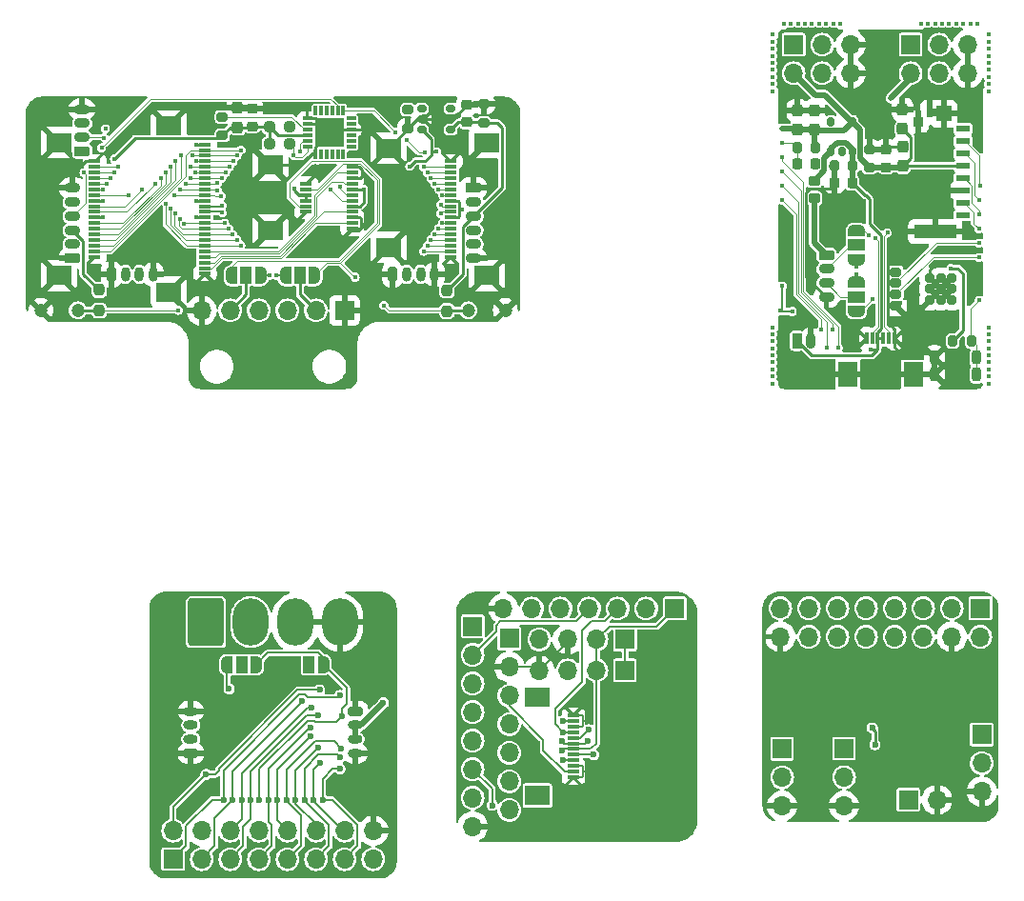
<source format=gbr>
%TF.GenerationSoftware,KiCad,Pcbnew,8.0.5*%
%TF.CreationDate,2024-12-31T14:00:23+11:00*%
%TF.ProjectId,Combined_Fabrication,436f6d62-696e-4656-945f-466162726963,rev?*%
%TF.SameCoordinates,Original*%
%TF.FileFunction,Copper,L2,Bot*%
%TF.FilePolarity,Positive*%
%FSLAX46Y46*%
G04 Gerber Fmt 4.6, Leading zero omitted, Abs format (unit mm)*
G04 Created by KiCad (PCBNEW 8.0.5) date 2024-12-31 14:00:23*
%MOMM*%
%LPD*%
G01*
G04 APERTURE LIST*
G04 Aperture macros list*
%AMRoundRect*
0 Rectangle with rounded corners*
0 $1 Rounding radius*
0 $2 $3 $4 $5 $6 $7 $8 $9 X,Y pos of 4 corners*
0 Add a 4 corners polygon primitive as box body*
4,1,4,$2,$3,$4,$5,$6,$7,$8,$9,$2,$3,0*
0 Add four circle primitives for the rounded corners*
1,1,$1+$1,$2,$3*
1,1,$1+$1,$4,$5*
1,1,$1+$1,$6,$7*
1,1,$1+$1,$8,$9*
0 Add four rect primitives between the rounded corners*
20,1,$1+$1,$2,$3,$4,$5,0*
20,1,$1+$1,$4,$5,$6,$7,0*
20,1,$1+$1,$6,$7,$8,$9,0*
20,1,$1+$1,$8,$9,$2,$3,0*%
%AMFreePoly0*
4,1,19,0.550000,-0.750000,0.000000,-0.750000,0.000000,-0.744911,-0.071157,-0.744911,-0.207708,-0.704816,-0.327430,-0.627875,-0.420627,-0.520320,-0.479746,-0.390866,-0.500000,-0.250000,-0.500000,0.250000,-0.479746,0.390866,-0.420627,0.520320,-0.327430,0.627875,-0.207708,0.704816,-0.071157,0.744911,0.000000,0.744911,0.000000,0.750000,0.550000,0.750000,0.550000,-0.750000,0.550000,-0.750000,
$1*%
%AMFreePoly1*
4,1,19,0.000000,0.744911,0.071157,0.744911,0.207708,0.704816,0.327430,0.627875,0.420627,0.520320,0.479746,0.390866,0.500000,0.250000,0.500000,-0.250000,0.479746,-0.390866,0.420627,-0.520320,0.327430,-0.627875,0.207708,-0.704816,0.071157,-0.744911,0.000000,-0.744911,0.000000,-0.750000,-0.550000,-0.750000,-0.550000,0.750000,0.000000,0.750000,0.000000,0.744911,0.000000,0.744911,
$1*%
G04 Aperture macros list end*
%TA.AperFunction,SMDPad,CuDef*%
%ADD10RoundRect,0.150000X-0.150000X0.250000X-0.150000X-0.250000X0.150000X-0.250000X0.150000X0.250000X0*%
%TD*%
%TA.AperFunction,ComponentPad*%
%ADD11R,1.700000X1.700000*%
%TD*%
%TA.AperFunction,ComponentPad*%
%ADD12O,1.700000X1.700000*%
%TD*%
%TA.AperFunction,SMDPad,CuDef*%
%ADD13FreePoly0,90.000000*%
%TD*%
%TA.AperFunction,SMDPad,CuDef*%
%ADD14R,1.500000X1.000000*%
%TD*%
%TA.AperFunction,SMDPad,CuDef*%
%ADD15FreePoly1,90.000000*%
%TD*%
%TA.AperFunction,SMDPad,CuDef*%
%ADD16RoundRect,0.237500X0.237500X-0.300000X0.237500X0.300000X-0.237500X0.300000X-0.237500X-0.300000X0*%
%TD*%
%TA.AperFunction,SMDPad,CuDef*%
%ADD17RoundRect,0.200000X0.200000X0.400000X-0.200000X0.400000X-0.200000X-0.400000X0.200000X-0.400000X0*%
%TD*%
%TA.AperFunction,SMDPad,CuDef*%
%ADD18RoundRect,0.225000X0.250000X-0.225000X0.250000X0.225000X-0.250000X0.225000X-0.250000X-0.225000X0*%
%TD*%
%TA.AperFunction,SMDPad,CuDef*%
%ADD19RoundRect,0.200000X-0.200000X-0.275000X0.200000X-0.275000X0.200000X0.275000X-0.200000X0.275000X0*%
%TD*%
%TA.AperFunction,SMDPad,CuDef*%
%ADD20R,1.244600X0.609600*%
%TD*%
%TA.AperFunction,SMDPad,CuDef*%
%ADD21R,3.784600X1.193800*%
%TD*%
%TA.AperFunction,SMDPad,CuDef*%
%ADD22R,1.400000X1.447800*%
%TD*%
%TA.AperFunction,SMDPad,CuDef*%
%ADD23R,0.609600X0.990600*%
%TD*%
%TA.AperFunction,SMDPad,CuDef*%
%ADD24R,0.838200X0.939800*%
%TD*%
%TA.AperFunction,ComponentPad*%
%ADD25RoundRect,0.225000X-0.475000X0.225000X-0.475000X-0.225000X0.475000X-0.225000X0.475000X0.225000X0*%
%TD*%
%TA.AperFunction,ComponentPad*%
%ADD26O,1.400000X0.900000*%
%TD*%
%TA.AperFunction,SMDPad,CuDef*%
%ADD27RoundRect,0.200000X0.200000X0.275000X-0.200000X0.275000X-0.200000X-0.275000X0.200000X-0.275000X0*%
%TD*%
%TA.AperFunction,SMDPad,CuDef*%
%ADD28RoundRect,0.200000X0.275000X-0.200000X0.275000X0.200000X-0.275000X0.200000X-0.275000X-0.200000X0*%
%TD*%
%TA.AperFunction,SMDPad,CuDef*%
%ADD29R,1.800000X2.200000*%
%TD*%
%TA.AperFunction,SMDPad,CuDef*%
%ADD30R,0.300000X1.100000*%
%TD*%
%TA.AperFunction,SMDPad,CuDef*%
%ADD31RoundRect,0.200000X-0.300000X0.200000X-0.300000X-0.200000X0.300000X-0.200000X0.300000X0.200000X0*%
%TD*%
%TA.AperFunction,SMDPad,CuDef*%
%ADD32RoundRect,0.200000X-0.200000X0.200000X-0.200000X-0.200000X0.200000X-0.200000X0.200000X0.200000X0*%
%TD*%
%TA.AperFunction,SMDPad,CuDef*%
%ADD33RoundRect,0.225000X0.225000X0.250000X-0.225000X0.250000X-0.225000X-0.250000X0.225000X-0.250000X0*%
%TD*%
%TA.AperFunction,ComponentPad*%
%ADD34RoundRect,0.225000X-0.225000X-0.475000X0.225000X-0.475000X0.225000X0.475000X-0.225000X0.475000X0*%
%TD*%
%TA.AperFunction,ComponentPad*%
%ADD35O,0.900000X1.400000*%
%TD*%
%TA.AperFunction,SMDPad,CuDef*%
%ADD36RoundRect,0.135000X0.350000X-0.315000X0.350000X0.315000X-0.350000X0.315000X-0.350000X-0.315000X0*%
%TD*%
%TA.AperFunction,SMDPad,CuDef*%
%ADD37FreePoly0,270.000000*%
%TD*%
%TA.AperFunction,SMDPad,CuDef*%
%ADD38FreePoly1,270.000000*%
%TD*%
%TA.AperFunction,ComponentPad*%
%ADD39RoundRect,0.200000X0.450000X-0.200000X0.450000X0.200000X-0.450000X0.200000X-0.450000X-0.200000X0*%
%TD*%
%TA.AperFunction,ComponentPad*%
%ADD40O,1.300000X0.800000*%
%TD*%
%TA.AperFunction,SMDPad,CuDef*%
%ADD41FreePoly0,180.000000*%
%TD*%
%TA.AperFunction,SMDPad,CuDef*%
%ADD42R,1.000000X1.500000*%
%TD*%
%TA.AperFunction,SMDPad,CuDef*%
%ADD43FreePoly1,180.000000*%
%TD*%
%TA.AperFunction,ComponentPad*%
%ADD44RoundRect,0.250000X-1.330000X-1.850000X1.330000X-1.850000X1.330000X1.850000X-1.330000X1.850000X0*%
%TD*%
%TA.AperFunction,ComponentPad*%
%ADD45O,3.160000X4.200000*%
%TD*%
%TA.AperFunction,ComponentPad*%
%ADD46RoundRect,0.200000X-0.450000X0.200000X-0.450000X-0.200000X0.450000X-0.200000X0.450000X0.200000X0*%
%TD*%
%TA.AperFunction,ComponentPad*%
%ADD47RoundRect,0.200000X-0.200000X-0.450000X0.200000X-0.450000X0.200000X0.450000X-0.200000X0.450000X0*%
%TD*%
%TA.AperFunction,ComponentPad*%
%ADD48O,0.800000X1.300000*%
%TD*%
%TA.AperFunction,ComponentPad*%
%ADD49RoundRect,0.225000X0.475000X-0.225000X0.475000X0.225000X-0.475000X0.225000X-0.475000X-0.225000X0*%
%TD*%
%TA.AperFunction,ComponentPad*%
%ADD50C,1.200000*%
%TD*%
%TA.AperFunction,SMDPad,CuDef*%
%ADD51R,2.200000X1.800000*%
%TD*%
%TA.AperFunction,SMDPad,CuDef*%
%ADD52R,1.100000X0.300000*%
%TD*%
%TA.AperFunction,SMDPad,CuDef*%
%ADD53FreePoly0,0.000000*%
%TD*%
%TA.AperFunction,SMDPad,CuDef*%
%ADD54FreePoly1,0.000000*%
%TD*%
%TA.AperFunction,SMDPad,CuDef*%
%ADD55RoundRect,0.150000X0.250000X0.150000X-0.250000X0.150000X-0.250000X-0.150000X0.250000X-0.150000X0*%
%TD*%
%TA.AperFunction,SMDPad,CuDef*%
%ADD56RoundRect,0.200000X-0.275000X0.200000X-0.275000X-0.200000X0.275000X-0.200000X0.275000X0.200000X0*%
%TD*%
%TA.AperFunction,SMDPad,CuDef*%
%ADD57RoundRect,0.237500X-0.250000X-0.237500X0.250000X-0.237500X0.250000X0.237500X-0.250000X0.237500X0*%
%TD*%
%TA.AperFunction,SMDPad,CuDef*%
%ADD58RoundRect,0.237500X-0.237500X0.250000X-0.237500X-0.250000X0.237500X-0.250000X0.237500X0.250000X0*%
%TD*%
%TA.AperFunction,SMDPad,CuDef*%
%ADD59RoundRect,0.033750X-0.101250X0.396250X-0.101250X-0.396250X0.101250X-0.396250X0.101250X0.396250X0*%
%TD*%
%TA.AperFunction,SMDPad,CuDef*%
%ADD60RoundRect,0.033750X-0.396250X0.101250X-0.396250X-0.101250X0.396250X-0.101250X0.396250X0.101250X0*%
%TD*%
%TA.AperFunction,SMDPad,CuDef*%
%ADD61R,2.600000X2.600000*%
%TD*%
%TA.AperFunction,ViaPad*%
%ADD62C,0.400000*%
%TD*%
%TA.AperFunction,ViaPad*%
%ADD63C,0.600000*%
%TD*%
%TA.AperFunction,Conductor*%
%ADD64C,0.250000*%
%TD*%
%TA.AperFunction,Conductor*%
%ADD65C,0.500000*%
%TD*%
%TA.AperFunction,Conductor*%
%ADD66C,0.100000*%
%TD*%
%TA.AperFunction,Conductor*%
%ADD67C,0.200000*%
%TD*%
G04 APERTURE END LIST*
D10*
%TO.P,U4,1,VCC*%
%TO.N,+5V*%
X177499999Y-61350001D03*
%TO.P,U4,2,GND*%
%TO.N,GND*%
X176549999Y-61350001D03*
%TO.P,U4,3,EN*%
%TO.N,+5V*%
X175599999Y-61350001D03*
%TO.P,U4,4,ADJ*%
%TO.N,unconnected-(U4-ADJ-Pad4)*%
X175599999Y-58750001D03*
%TO.P,U4,5,Vout*%
%TO.N,+3V3*%
X177499999Y-58750001D03*
%TD*%
D11*
%TO.P,J5,1,Pin_1*%
%TO.N,+3V3*%
X182674998Y-51875002D03*
D12*
%TO.P,J5,2,Pin_2*%
X182674998Y-54415002D03*
%TO.P,J5,3,Pin_3*%
%TO.N,GPIO 2*%
X185214998Y-51875002D03*
%TO.P,J5,4,Pin_4*%
%TO.N,GPIO 3*%
X185214998Y-54415002D03*
%TO.P,J5,5,Pin_5*%
%TO.N,GND*%
X187754997Y-51875002D03*
%TO.P,J5,6,Pin_6*%
X187754998Y-54415002D03*
%TD*%
D13*
%TO.P,JP1,1,A*%
%TO.N,USB +*%
X177849998Y-71000004D03*
D14*
%TO.P,JP1,2,C*%
%TO.N,Net-(J1-Pin_2)*%
X177849998Y-69700004D03*
D15*
%TO.P,JP1,3,B*%
%TO.N,Sensor SDA*%
X177849998Y-68400004D03*
%TD*%
D16*
%TO.P,C9,1*%
%TO.N,+3V3*%
X182000000Y-62662502D03*
%TO.P,C9,2*%
%TO.N,GND*%
X182000000Y-60937500D03*
%TD*%
D17*
%TO.P,BootSW1,1,1*%
%TO.N,Net-(ESP1-GPIO0{slash}BOOT)*%
X188500000Y-81200002D03*
X188500000Y-79700000D03*
%TO.P,BootSW1,2,2*%
%TO.N,GND*%
X184800000Y-81200002D03*
X184800000Y-79700000D03*
%TD*%
D18*
%TO.P,C13,1*%
%TO.N,+3V3*%
X180500000Y-62775000D03*
%TO.P,C13,2*%
%TO.N,GND*%
X180500000Y-61225000D03*
%TD*%
D19*
%TO.P,R2,1*%
%TO.N,+3V3*%
X186424999Y-78200001D03*
%TO.P,R2,2*%
%TO.N,Net-(ESP1-GPIO0{slash}BOOT)*%
X188074999Y-78200001D03*
%TD*%
D20*
%TO.P,J3,1,1*%
%TO.N,unconnected-(J3-Pad1)*%
X187333899Y-59349988D03*
%TO.P,J3,2,2*%
%TO.N,SD SPI CS*%
X187333899Y-60449989D03*
%TO.P,J3,3,3*%
%TO.N,SD SPI MOSI*%
X187333898Y-61549989D03*
%TO.P,J3,4,4*%
%TO.N,+3V3*%
X187333899Y-62649990D03*
%TO.P,J3,5,5*%
%TO.N,SD SPI CLK*%
X187333899Y-63749987D03*
%TO.P,J3,6,6*%
%TO.N,GND*%
X187333899Y-64849988D03*
%TO.P,J3,7,7*%
%TO.N,SD SPI MISO*%
X187333899Y-65949988D03*
%TO.P,J3,8,8*%
%TO.N,unconnected-(J3-Pad8)*%
X187333899Y-67049988D03*
D21*
%TO.P,J3,G1,G1*%
%TO.N,GND*%
X184853592Y-68505412D03*
D22*
%TO.P,J3,G2,G2*%
X185605894Y-58021600D03*
D23*
%TO.P,J3,G3,G3*%
X184351093Y-57793001D03*
D24*
%TO.P,J3,G4,G4*%
X183363199Y-58745500D03*
%TD*%
D25*
%TO.P,J1,1,Pin_1*%
%TO.N,Net-(J1-Pin_1)*%
X175182499Y-70575002D03*
D26*
%TO.P,J1,2,Pin_2*%
%TO.N,Net-(J1-Pin_2)*%
X175182499Y-71825001D03*
%TO.P,J1,3,Pin_3*%
%TO.N,Net-(J1-Pin_3)*%
X175182499Y-73075002D03*
%TO.P,J1,4,Pin_4*%
%TO.N,GND*%
X175182499Y-74325001D03*
%TD*%
D27*
%TO.P,R1,1*%
%TO.N,+3V3*%
X174225000Y-61000001D03*
%TO.P,R1,2*%
%TO.N,Net-(ESP1-EN)*%
X172575000Y-61000001D03*
%TD*%
D28*
%TO.P,C12,1*%
%TO.N,+3V3*%
X179000000Y-62825000D03*
%TO.P,C12,2*%
%TO.N,GND*%
X179000000Y-61175000D03*
%TD*%
D11*
%TO.P,J4,1,Pin_1*%
%TO.N,+3V3*%
X172274998Y-51875000D03*
D12*
%TO.P,J4,2,Pin_2*%
X172274998Y-54415000D03*
%TO.P,J4,3,Pin_3*%
%TO.N,GPIO 0*%
X174814998Y-51875000D03*
%TO.P,J4,4,Pin_4*%
%TO.N,GPIO 1*%
X174814998Y-54415000D03*
%TO.P,J4,5,Pin_5*%
%TO.N,GND*%
X177354997Y-51875000D03*
%TO.P,J4,6,Pin_6*%
X177354998Y-54415000D03*
%TD*%
D16*
%TO.P,C7,1*%
%TO.N,+3V3*%
X174099999Y-59462501D03*
%TO.P,C7,2*%
%TO.N,GND*%
X174099999Y-57737499D03*
%TD*%
D29*
%TO.P,U3,*%
%TO.N,*%
X182899999Y-81200000D03*
X177099999Y-81200000D03*
D30*
%TO.P,U3,1*%
%TO.N,GND*%
X181249999Y-78000000D03*
%TO.P,U3,2*%
%TO.N,EXP Comms A*%
X180750000Y-78000000D03*
%TO.P,U3,3*%
%TO.N,+5V*%
X180249999Y-78000000D03*
%TO.P,U3,4*%
X179749999Y-78000000D03*
%TO.P,U3,5*%
%TO.N,EXP Comms B*%
X179249998Y-78000000D03*
%TO.P,U3,6*%
%TO.N,GND*%
X178749999Y-78000000D03*
%TD*%
D31*
%TO.P,U1,1,3V3*%
%TO.N,+3V3*%
X181349999Y-72100001D03*
%TO.P,U1,2,SDA*%
%TO.N,Sensor SDA*%
X181349998Y-73100001D03*
%TO.P,U1,3,SCL*%
%TO.N,Sensor SCL*%
X181349998Y-74100001D03*
D32*
%TO.P,U1,4,GND*%
%TO.N,GND*%
X186349999Y-74600001D03*
X186349999Y-73600001D03*
X186349999Y-72600001D03*
X185349999Y-74600001D03*
X185349999Y-73600001D03*
X185349999Y-72600001D03*
X184349999Y-74600001D03*
X184349999Y-73600001D03*
X184349999Y-72600001D03*
D31*
X181349999Y-75100001D03*
%TD*%
D33*
%TO.P,C1,1*%
%TO.N,+5V*%
X177475000Y-64150001D03*
%TO.P,C1,2*%
%TO.N,GND*%
X175925000Y-64150001D03*
%TD*%
D34*
%TO.P,J2,1,Pin_1*%
%TO.N,+5V*%
X172575000Y-78217501D03*
D35*
%TO.P,J2,2,Pin_2*%
%TO.N,GND*%
X173824999Y-78217501D03*
%TD*%
D36*
%TO.P,L1,1*%
%TO.N,Net-(J1-Pin_1)*%
X174099999Y-65535002D03*
%TO.P,L1,2*%
%TO.N,+5V*%
X174099999Y-63965002D03*
%TD*%
D16*
%TO.P,C10,1*%
%TO.N,+3V3*%
X181950000Y-59362502D03*
%TO.P,C10,2*%
%TO.N,GND*%
X181950000Y-57637500D03*
%TD*%
D37*
%TO.P,JP2,1,A*%
%TO.N,USB -*%
X177849999Y-73000000D03*
D14*
%TO.P,JP2,2,C*%
%TO.N,Net-(J1-Pin_3)*%
X177849999Y-74300000D03*
D38*
%TO.P,JP2,3,B*%
%TO.N,Sensor SCL*%
X177849999Y-75600000D03*
%TD*%
D16*
%TO.P,C8,1*%
%TO.N,+3V3*%
X172600001Y-59462503D03*
%TO.P,C8,2*%
%TO.N,GND*%
X172600001Y-57737501D03*
%TD*%
D33*
%TO.P,C6,1*%
%TO.N,GND*%
X174175000Y-62500001D03*
%TO.P,C6,2*%
%TO.N,Net-(ESP1-EN)*%
X172625000Y-62500001D03*
%TD*%
D27*
%TO.P,C11,1*%
%TO.N,+5V*%
X177524999Y-62650000D03*
%TO.P,C11,2*%
%TO.N,GND*%
X175874999Y-62650000D03*
%TD*%
D11*
%TO.P,J1,1,Pin_1*%
%TO.N,Exp 1*%
X188875000Y-101975000D03*
D12*
%TO.P,J1,2,Pin_2*%
%TO.N,Exp 0*%
X188875000Y-104515000D03*
%TO.P,J1,3,Pin_3*%
%TO.N,Exp 2*%
X186335000Y-101975000D03*
%TO.P,J1,4,Pin_4*%
%TO.N,GND*%
X186335000Y-104515000D03*
%TO.P,J1,5,Pin_5*%
%TO.N,Exp 4*%
X183795001Y-101975000D03*
%TO.P,J1,6,Pin_6*%
%TO.N,Exp 3*%
X183795000Y-104515000D03*
%TO.P,J1,7,Pin_7*%
%TO.N,Exp 6*%
X181255000Y-101975000D03*
%TO.P,J1,8,Pin_8*%
%TO.N,Exp 5*%
X181255000Y-104515000D03*
%TO.P,J1,9,Pin_9*%
%TO.N,Exp 8*%
X178715000Y-101975000D03*
%TO.P,J1,10,Pin_10*%
%TO.N,Exp 7*%
X178715000Y-104515000D03*
%TO.P,J1,11,Pin_11*%
%TO.N,Exp 10*%
X176175000Y-101975000D03*
%TO.P,J1,12,Pin_12*%
%TO.N,Exp 9*%
X176175000Y-104515000D03*
%TO.P,J1,13,Pin_13*%
%TO.N,Exp 12*%
X173635000Y-101975000D03*
%TO.P,J1,14,Pin_14*%
%TO.N,Exp 11*%
X173635000Y-104515000D03*
%TO.P,J1,15,Pin_15*%
%TO.N,Exp 13*%
X171094999Y-101975000D03*
%TO.P,J1,16,Pin_16*%
%TO.N,GND*%
X171095000Y-104515000D03*
%TD*%
D11*
%TO.P,J4,1,Pin_1*%
%TO.N,Net-(J4-Pin_1)*%
X171250000Y-114475000D03*
D12*
%TO.P,J4,2,Pin_2*%
%TO.N,GPIO 0*%
X171250000Y-117015000D03*
%TO.P,J4,3,Pin_3*%
%TO.N,GND*%
X171250000Y-119554999D03*
%TD*%
D11*
%TO.P,J2,1,Pin_1*%
%TO.N,+5V*%
X189000000Y-113210001D03*
D12*
%TO.P,J2,2,Pin_2*%
%TO.N,GPIO 3*%
X189000000Y-115750001D03*
%TO.P,J2,3,Pin_3*%
%TO.N,GND*%
X189000000Y-118290000D03*
%TD*%
D11*
%TO.P,J3,1,Pin_1*%
%TO.N,Net-(J3-Pin_1)*%
X176750000Y-114460000D03*
D12*
%TO.P,J3,2,Pin_2*%
%TO.N,GPIO 1*%
X176750000Y-117000000D03*
%TO.P,J3,3,Pin_3*%
%TO.N,GND*%
X176750000Y-119539999D03*
%TD*%
D11*
%TO.P,J5,1,Pin_1*%
%TO.N,Net-(J5-Pin_1)*%
X182475000Y-119000001D03*
D12*
%TO.P,J5,2,Pin_2*%
%TO.N,GND*%
X185015000Y-119000001D03*
%TD*%
D39*
%TO.P,J4,1,Pin_1*%
%TO.N,GND*%
X118700000Y-114875000D03*
D40*
%TO.P,J4,2,Pin_2*%
%TO.N,+5V*%
X118700000Y-113625001D03*
%TO.P,J4,3,Pin_3*%
X118700000Y-112375000D03*
%TO.P,J4,4,Pin_4*%
%TO.N,GND*%
X118700000Y-111125001D03*
%TD*%
D41*
%TO.P,JP1,1,A*%
%TO.N,HUB75 E {slash} OE 1*%
X130500000Y-107000001D03*
D42*
%TO.P,JP1,2,C*%
%TO.N,HUB75 E*%
X129200000Y-107000001D03*
D43*
%TO.P,JP1,3,B*%
%TO.N,GND*%
X127900000Y-107000001D03*
%TD*%
D11*
%TO.P,J1,1,Pin_1*%
%TO.N,HUB75 R0*%
X117125000Y-124290001D03*
D12*
%TO.P,J1,2,Pin_2*%
%TO.N,HUB75 G0*%
X117125000Y-121750001D03*
%TO.P,J1,3,Pin_3*%
%TO.N,HUB75 B0*%
X119665000Y-124290001D03*
%TO.P,J1,4,Pin_4*%
%TO.N,GND*%
X119665000Y-121750001D03*
%TO.P,J1,5,Pin_5*%
%TO.N,HUB75 R1*%
X122204999Y-124290001D03*
%TO.P,J1,6,Pin_6*%
%TO.N,HUB75 G1*%
X122205000Y-121750001D03*
%TO.P,J1,7,Pin_7*%
%TO.N,HUB75 B1*%
X124745000Y-124290001D03*
%TO.P,J1,8,Pin_8*%
%TO.N,HUB75 E*%
X124745000Y-121750001D03*
%TO.P,J1,9,Pin_9*%
%TO.N,HUB75 A*%
X127285000Y-124290001D03*
%TO.P,J1,10,Pin_10*%
%TO.N,HUB75 B*%
X127285000Y-121750001D03*
%TO.P,J1,11,Pin_11*%
%TO.N,HUB75 C*%
X129825000Y-124290001D03*
%TO.P,J1,12,Pin_12*%
%TO.N,HUB75 D*%
X129825000Y-121750001D03*
%TO.P,J1,13,Pin_13*%
%TO.N,HUB75 CLK*%
X132365000Y-124290001D03*
%TO.P,J1,14,Pin_14*%
%TO.N,HUB75 LAT*%
X132365000Y-121750001D03*
%TO.P,J1,15,Pin_15*%
%TO.N,HUB75 OE*%
X134905001Y-124290001D03*
%TO.P,J1,16,Pin_16*%
%TO.N,GND*%
X134905000Y-121750001D03*
%TD*%
D41*
%TO.P,JP2,1,A*%
%TO.N,HUB75 E {slash} OE 1*%
X124500000Y-107000001D03*
D42*
%TO.P,JP2,2,C*%
%TO.N,HUB75 OE*%
X123200000Y-107000001D03*
D43*
%TO.P,JP2,3,B*%
%TO.N,HUB75 OE {slash} OE 0*%
X121900000Y-107000001D03*
%TD*%
D44*
%TO.P,J2,1,Pin_1*%
%TO.N,+5V*%
X120060000Y-103225001D03*
D45*
%TO.P,J2,2,Pin_2*%
X124020000Y-103225001D03*
%TO.P,J2,3,Pin_3*%
%TO.N,GND*%
X127980000Y-103225001D03*
%TO.P,J2,4,Pin_4*%
X131940001Y-103225001D03*
%TD*%
D46*
%TO.P,J3,1,Pin_1*%
%TO.N,GND*%
X133300000Y-111125001D03*
D40*
%TO.P,J3,2,Pin_2*%
%TO.N,+5V*%
X133300000Y-112375000D03*
%TO.P,J3,3,Pin_3*%
X133300000Y-113625001D03*
%TO.P,J3,4,Pin_4*%
%TO.N,GND*%
X133300000Y-114875000D03*
%TD*%
D47*
%TO.P,J4,1,Pin_1*%
%TO.N,GND*%
X111625000Y-72300000D03*
D48*
%TO.P,J4,2,Pin_2*%
%TO.N,+5V*%
X112874999Y-72300000D03*
%TO.P,J4,3,Pin_3*%
X114125000Y-72300000D03*
%TO.P,J4,4,Pin_4*%
%TO.N,GND*%
X115374999Y-72300000D03*
%TD*%
D49*
%TO.P,J1,1,Pin_1*%
%TO.N,+5V*%
X109032500Y-61375000D03*
D26*
%TO.P,J1,2,Pin_2*%
%TO.N,SDA*%
X109032500Y-60125001D03*
%TO.P,J1,3,Pin_3*%
%TO.N,SCL*%
X109032500Y-58875000D03*
%TO.P,J1,4,Pin_4*%
%TO.N,GND*%
X109032500Y-57625001D03*
%TD*%
D50*
%TO.P,R4,1*%
%TO.N,EXP Comms A*%
X143350000Y-75500000D03*
%TO.P,R4,2*%
%TO.N,GND*%
X146650000Y-75500000D03*
%TD*%
%TO.P,R5,1*%
%TO.N,EXP Comms B*%
X108650000Y-75500000D03*
%TO.P,R5,2*%
%TO.N,GND*%
X105350000Y-75500000D03*
%TD*%
D49*
%TO.P,U3,1*%
%TO.N,GND*%
X108182500Y-70875001D03*
D26*
%TO.P,U3,2*%
%TO.N,SDA*%
X108182500Y-69625002D03*
%TO.P,U3,3*%
%TO.N,+3V3*%
X108182500Y-68375001D03*
%TO.P,U3,4*%
%TO.N,XShut 0*%
X108182500Y-67125002D03*
%TO.P,U3,5*%
%TO.N,SCL*%
X108182500Y-65875001D03*
%TO.P,U3,6*%
%TO.N,GND*%
X108182500Y-64625002D03*
%TD*%
D47*
%TO.P,J3,1,Pin_1*%
%TO.N,GND*%
X136625001Y-72300001D03*
D48*
%TO.P,J3,2,Pin_2*%
%TO.N,+5V*%
X137875000Y-72300001D03*
%TO.P,J3,3,Pin_3*%
X139125001Y-72300001D03*
%TO.P,J3,4,Pin_4*%
%TO.N,GND*%
X140375000Y-72300001D03*
%TD*%
D25*
%TO.P,U4,1*%
%TO.N,GND*%
X143817501Y-64625001D03*
D26*
%TO.P,U4,2*%
%TO.N,SDA*%
X143817501Y-65875000D03*
%TO.P,U4,3*%
%TO.N,+3V3*%
X143817501Y-67125001D03*
%TO.P,U4,4*%
%TO.N,XShut 1*%
X143817501Y-68375000D03*
%TO.P,U4,5*%
%TO.N,SCL*%
X143817501Y-69625001D03*
%TO.P,U4,6*%
%TO.N,GND*%
X143817501Y-70875000D03*
%TD*%
D18*
%TO.P,C5,1*%
%TO.N,+3V3*%
X143250000Y-58774999D03*
%TO.P,C5,2*%
%TO.N,GND*%
X143250000Y-57224999D03*
%TD*%
D51*
%TO.P,U9,*%
%TO.N,GND*%
X106950000Y-72400000D03*
X106950000Y-60600000D03*
D52*
%TO.P,U9,1*%
X110150000Y-70750000D03*
%TO.P,U9,2*%
%TO.N,Exp 13*%
X110150000Y-70250000D03*
%TO.P,U9,3*%
%TO.N,Exp 12*%
X110149999Y-69750000D03*
%TO.P,U9,4*%
%TO.N,Exp 11*%
X110150000Y-69250000D03*
%TO.P,U9,5*%
%TO.N,Exp 10*%
X110150000Y-68750000D03*
%TO.P,U9,6*%
%TO.N,Exp 9*%
X110150000Y-68249999D03*
%TO.P,U9,7*%
%TO.N,Exp 8*%
X110150000Y-67750000D03*
%TO.P,U9,8*%
%TO.N,+5V*%
X110150000Y-67250001D03*
%TO.P,U9,9*%
%TO.N,Exp 7*%
X110150000Y-66750000D03*
%TO.P,U9,10*%
%TO.N,Exp 6*%
X110150000Y-66250000D03*
%TO.P,U9,11*%
%TO.N,+5V*%
X110150000Y-65749999D03*
%TO.P,U9,12*%
%TO.N,Exp 5*%
X110150000Y-65250000D03*
%TO.P,U9,13*%
%TO.N,Exp 4*%
X110150000Y-64750001D03*
%TO.P,U9,14*%
%TO.N,Exp 3*%
X110150000Y-64250000D03*
%TO.P,U9,15*%
%TO.N,Exp 2*%
X110150000Y-63750000D03*
%TO.P,U9,16*%
%TO.N,Exp 1*%
X110149999Y-63250000D03*
%TO.P,U9,17*%
%TO.N,Exp 0*%
X110150000Y-62750000D03*
%TO.P,U9,18*%
%TO.N,GND*%
X110150000Y-62250000D03*
%TD*%
D53*
%TO.P,JP1,1,A*%
%TO.N,USB +*%
X127100000Y-72400000D03*
D42*
%TO.P,JP1,2,C*%
%TO.N,Net-(J2-Pin_2)*%
X128400000Y-72400000D03*
D54*
%TO.P,JP1,3,B*%
%TO.N,EXP Comms A*%
X129700000Y-72400000D03*
%TD*%
D55*
%TO.P,U8,1,VCC*%
%TO.N,+5V*%
X139200000Y-59450000D03*
%TO.P,U8,2,GND*%
%TO.N,GND*%
X139200000Y-58500000D03*
%TO.P,U8,3,EN*%
%TO.N,+5V*%
X139200000Y-57550000D03*
%TO.P,U8,4,ADJ*%
%TO.N,unconnected-(U8-ADJ-Pad4)*%
X141800000Y-57550000D03*
%TO.P,U8,5,Vout*%
%TO.N,+3V3*%
X141800000Y-59450000D03*
%TD*%
D11*
%TO.P,J2,1,Pin_1*%
%TO.N,GND*%
X132350000Y-75500000D03*
D12*
%TO.P,J2,2,Pin_2*%
%TO.N,Net-(J2-Pin_2)*%
X129810000Y-75500000D03*
%TO.P,J2,3,Pin_3*%
%TO.N,+5V*%
X127270001Y-75500000D03*
%TO.P,J2,4,Pin_4*%
X124730000Y-75500000D03*
%TO.P,J2,5,Pin_5*%
%TO.N,Net-(J2-Pin_5)*%
X122190000Y-75500000D03*
%TO.P,J2,6,Pin_6*%
%TO.N,GND*%
X119650000Y-75500000D03*
%TD*%
D56*
%TO.P,C3,1*%
%TO.N,+5V*%
X138000000Y-57675000D03*
%TO.P,C3,2*%
%TO.N,GND*%
X138000000Y-59325000D03*
%TD*%
D28*
%TO.P,R3,1*%
%TO.N,+3V3*%
X121500000Y-59950000D03*
%TO.P,R3,2*%
%TO.N,Net-(U2-~{INT})*%
X121500000Y-58300000D03*
%TD*%
D51*
%TO.P,U1,*%
%TO.N,GND*%
X125749999Y-68400000D03*
X125749999Y-62600000D03*
D52*
%TO.P,U1,1*%
X128949999Y-66750000D03*
%TO.P,U1,2*%
%TO.N,EXP Comms A*%
X128949999Y-66250001D03*
%TO.P,U1,3*%
%TO.N,+5V*%
X128949999Y-65750000D03*
%TO.P,U1,4*%
X128949999Y-65250000D03*
%TO.P,U1,5*%
%TO.N,EXP Comms B*%
X128949999Y-64749999D03*
%TO.P,U1,6*%
%TO.N,GND*%
X128949999Y-64250000D03*
%TD*%
D57*
%TO.P,R2,1*%
%TO.N,+3V3*%
X125687501Y-59200000D03*
%TO.P,R2,2*%
%TO.N,SDA*%
X127512501Y-59200000D03*
%TD*%
D16*
%TO.P,C2,1*%
%TO.N,+3V3*%
X122850000Y-59237501D03*
%TO.P,C2,2*%
%TO.N,GND*%
X122850000Y-57512499D03*
%TD*%
D57*
%TO.P,R1,1*%
%TO.N,+3V3*%
X125687500Y-60699999D03*
%TO.P,R1,2*%
%TO.N,SCL*%
X127512500Y-60699999D03*
%TD*%
D58*
%TO.P,R7,1*%
%TO.N,+3V3*%
X110550000Y-73687500D03*
%TO.P,R7,2*%
%TO.N,EXP Comms B*%
X110550000Y-75512500D03*
%TD*%
D28*
%TO.P,C4,1*%
%TO.N,+3V3*%
X144750000Y-58825000D03*
%TO.P,C4,2*%
%TO.N,GND*%
X144750000Y-57175000D03*
%TD*%
D18*
%TO.P,C1,1*%
%TO.N,+3V3*%
X124150000Y-59150000D03*
%TO.P,C1,2*%
%TO.N,GND*%
X124150000Y-57600000D03*
%TD*%
D59*
%TO.P,U2,1,P00*%
%TO.N,unconnected-(U2-P00-Pad1)*%
X129750000Y-57765000D03*
%TO.P,U2,2,P01*%
%TO.N,unconnected-(U2-P01-Pad2)*%
X130250000Y-57764999D03*
%TO.P,U2,3,P02*%
%TO.N,unconnected-(U2-P02-Pad3)*%
X130750000Y-57765000D03*
%TO.P,U2,4,P03*%
%TO.N,unconnected-(U2-P03-Pad4)*%
X131250000Y-57765000D03*
%TO.P,U2,5,P04*%
%TO.N,XShut 0*%
X131750000Y-57764999D03*
%TO.P,U2,6,P05*%
%TO.N,XShut 1*%
X132250000Y-57765000D03*
D60*
%TO.P,U2,7,P06*%
%TO.N,unconnected-(U2-P06-Pad7)*%
X132935000Y-58450000D03*
%TO.P,U2,8,P07*%
%TO.N,unconnected-(U2-P07-Pad8)*%
X132935001Y-58950000D03*
%TO.P,U2,9,GND*%
%TO.N,GND*%
X132935000Y-59450000D03*
%TO.P,U2,10,P10*%
%TO.N,unconnected-(U2-P10-Pad10)*%
X132935000Y-59950000D03*
%TO.P,U2,11,P11*%
%TO.N,unconnected-(U2-P11-Pad11)*%
X132935001Y-60450000D03*
%TO.P,U2,12,P12*%
%TO.N,unconnected-(U2-P12-Pad12)*%
X132935000Y-60950000D03*
D59*
%TO.P,U2,13,P13*%
%TO.N,unconnected-(U2-P13-Pad13)*%
X132250000Y-61635000D03*
%TO.P,U2,14,P14*%
%TO.N,unconnected-(U2-P14-Pad14)*%
X131750000Y-61635001D03*
%TO.P,U2,15,P15*%
%TO.N,unconnected-(U2-P15-Pad15)*%
X131250000Y-61635000D03*
%TO.P,U2,16,P16*%
%TO.N,unconnected-(U2-P16-Pad16)*%
X130750000Y-61635000D03*
%TO.P,U2,17,P17*%
%TO.N,unconnected-(U2-P17-Pad17)*%
X130250000Y-61635001D03*
%TO.P,U2,18,A0*%
%TO.N,GND*%
X129750000Y-61635000D03*
D60*
%TO.P,U2,19,SCL*%
%TO.N,SCL*%
X129065000Y-60950000D03*
%TO.P,U2,20,SDA*%
%TO.N,SDA*%
X129064999Y-60450000D03*
%TO.P,U2,21,VCC*%
%TO.N,+3V3*%
X129065000Y-59950000D03*
%TO.P,U2,22,~{INT}*%
%TO.N,Net-(U2-~{INT})*%
X129065000Y-59450000D03*
%TO.P,U2,23,A1*%
%TO.N,GND*%
X129064999Y-58950000D03*
%TO.P,U2,24,A2*%
X129065000Y-58450000D03*
D61*
%TO.P,U2,25,EP*%
X131000000Y-59700000D03*
%TD*%
D51*
%TO.P,U7,*%
%TO.N,GND*%
X116750001Y-73900000D03*
X116750001Y-59100000D03*
D52*
%TO.P,U7,1*%
X119950000Y-72250000D03*
%TO.P,U7,2*%
%TO.N,GPIO 3*%
X119950001Y-71750000D03*
%TO.P,U7,3*%
%TO.N,GPIO 2*%
X119950001Y-71250000D03*
%TO.P,U7,4*%
%TO.N,GPIO 1*%
X119950001Y-70750000D03*
%TO.P,U7,5*%
%TO.N,GPIO 0*%
X119950001Y-70250000D03*
%TO.P,U7,6*%
%TO.N,Exp 0*%
X119950000Y-69750000D03*
%TO.P,U7,7*%
%TO.N,Exp 1*%
X119950001Y-69250000D03*
%TO.P,U7,8*%
%TO.N,Exp 2*%
X119950001Y-68750000D03*
%TO.P,U7,9*%
%TO.N,Exp 3*%
X119950001Y-68249999D03*
%TO.P,U7,10*%
%TO.N,Exp 4*%
X119950001Y-67750000D03*
%TO.P,U7,11*%
%TO.N,+5V*%
X119950001Y-67250001D03*
%TO.P,U7,12*%
%TO.N,USB +*%
X119950001Y-66750000D03*
%TO.P,U7,13*%
%TO.N,USB -*%
X119950001Y-66250000D03*
%TO.P,U7,14*%
%TO.N,+5V*%
X119950001Y-65749999D03*
%TO.P,U7,15*%
%TO.N,Exp 5*%
X119950001Y-65250000D03*
%TO.P,U7,16*%
%TO.N,Exp 6*%
X119950001Y-64750001D03*
%TO.P,U7,17*%
%TO.N,Exp 7*%
X119950001Y-64250000D03*
%TO.P,U7,18*%
%TO.N,Exp 8*%
X119950001Y-63750000D03*
%TO.P,U7,19*%
%TO.N,Exp 9*%
X119950000Y-63250000D03*
%TO.P,U7,20*%
%TO.N,Exp 10*%
X119950001Y-62750000D03*
%TO.P,U7,21*%
%TO.N,Exp 11*%
X119950001Y-62250000D03*
%TO.P,U7,22*%
%TO.N,Exp 12*%
X119950001Y-61750000D03*
%TO.P,U7,23*%
%TO.N,Exp 13*%
X119950001Y-61250000D03*
%TO.P,U7,24*%
%TO.N,GND*%
X119950000Y-60750000D03*
%TD*%
D51*
%TO.P,U6,*%
%TO.N,GND*%
X145000001Y-60600000D03*
X145000001Y-72400000D03*
D52*
%TO.P,U6,1*%
X141800001Y-62250000D03*
%TO.P,U6,2*%
%TO.N,Exp 13*%
X141800001Y-62750000D03*
%TO.P,U6,3*%
%TO.N,Exp 12*%
X141800002Y-63250000D03*
%TO.P,U6,4*%
%TO.N,Exp 11*%
X141800001Y-63750000D03*
%TO.P,U6,5*%
%TO.N,Exp 10*%
X141800001Y-64250000D03*
%TO.P,U6,6*%
%TO.N,Exp 9*%
X141800001Y-64750001D03*
%TO.P,U6,7*%
%TO.N,Exp 8*%
X141800001Y-65250000D03*
%TO.P,U6,8*%
%TO.N,+5V*%
X141800001Y-65749999D03*
%TO.P,U6,9*%
%TO.N,Exp 7*%
X141800001Y-66250000D03*
%TO.P,U6,10*%
%TO.N,Exp 6*%
X141800001Y-66750000D03*
%TO.P,U6,11*%
%TO.N,+5V*%
X141800001Y-67250001D03*
%TO.P,U6,12*%
%TO.N,Exp 5*%
X141800001Y-67750000D03*
%TO.P,U6,13*%
%TO.N,Exp 4*%
X141800001Y-68249999D03*
%TO.P,U6,14*%
%TO.N,Exp 3*%
X141800001Y-68750000D03*
%TO.P,U6,15*%
%TO.N,Exp 2*%
X141800001Y-69250000D03*
%TO.P,U6,16*%
%TO.N,Exp 1*%
X141800002Y-69750000D03*
%TO.P,U6,17*%
%TO.N,Exp 0*%
X141800001Y-70250000D03*
%TO.P,U6,18*%
%TO.N,GND*%
X141800001Y-70750000D03*
%TD*%
D41*
%TO.P,JP2,1,A*%
%TO.N,USB -*%
X124900000Y-72400000D03*
D42*
%TO.P,JP2,2,C*%
%TO.N,Net-(J2-Pin_5)*%
X123600000Y-72400000D03*
D43*
%TO.P,JP2,3,B*%
%TO.N,EXP Comms B*%
X122300000Y-72400000D03*
%TD*%
D58*
%TO.P,R6,1*%
%TO.N,+3V3*%
X141450000Y-73737500D03*
%TO.P,R6,2*%
%TO.N,EXP Comms A*%
X141450000Y-75562500D03*
%TD*%
D51*
%TO.P,U5,*%
%TO.N,GND*%
X136250000Y-61100000D03*
X136250000Y-69900000D03*
D52*
%TO.P,U5,1*%
X133050000Y-62750000D03*
%TO.P,U5,2*%
%TO.N,GPIO 0*%
X133050000Y-63250000D03*
%TO.P,U5,3*%
%TO.N,GND*%
X133050000Y-63750001D03*
%TO.P,U5,4*%
%TO.N,GPIO 1*%
X133050000Y-64250000D03*
%TO.P,U5,5*%
%TO.N,+5V*%
X133050000Y-64749999D03*
%TO.P,U5,6*%
%TO.N,SDA*%
X133050000Y-65250000D03*
%TO.P,U5,7*%
%TO.N,SCL*%
X133050000Y-65750000D03*
%TO.P,U5,8*%
%TO.N,+5V*%
X133050000Y-66250001D03*
%TO.P,U5,9*%
%TO.N,GPIO 2*%
X133050000Y-66750000D03*
%TO.P,U5,10*%
%TO.N,GND*%
X133050000Y-67249999D03*
%TO.P,U5,11*%
%TO.N,GPIO 3*%
X133050000Y-67750000D03*
%TO.P,U5,12*%
%TO.N,GND*%
X133050000Y-68250000D03*
%TD*%
D11*
%TO.P,J4,1,Pin_1*%
%TO.N,UI IO 1*%
X157280000Y-107500000D03*
D12*
%TO.P,J4,2,Pin_2*%
%TO.N,UI IO 0*%
X154740000Y-107500000D03*
%TO.P,J4,3,Pin_3*%
%TO.N,+5V*%
X152200001Y-107500000D03*
%TO.P,J4,4,Pin_4*%
%TO.N,GND*%
X149660000Y-107500000D03*
%TD*%
D11*
%TO.P,J1,1,Pin_1*%
%TO.N,UI 0*%
X143750000Y-103590000D03*
D12*
%TO.P,J1,2,Pin_2*%
%TO.N,UI 1*%
X143750000Y-106130000D03*
%TO.P,J1,3,Pin_3*%
%TO.N,UI IO 0*%
X143750000Y-108670000D03*
%TO.P,J1,4,Pin_4*%
%TO.N,UI IO 1*%
X143750000Y-111210000D03*
%TO.P,J1,5,Pin_5*%
%TO.N,UI 2*%
X143750000Y-113750000D03*
%TO.P,J1,6,Pin_6*%
%TO.N,UI 3*%
X143750000Y-116290000D03*
%TO.P,J1,7,Pin_7*%
%TO.N,+5V*%
X143750000Y-118830000D03*
%TO.P,J1,8,Pin_8*%
%TO.N,GND*%
X143750000Y-121370000D03*
%TD*%
D11*
%TO.P,J5,1,Pin_1*%
%TO.N,UI IO 0*%
X161710000Y-102000000D03*
D12*
%TO.P,J5,2,Pin_2*%
%TO.N,UI 3*%
X159170000Y-102000000D03*
%TO.P,J5,3,Pin_3*%
%TO.N,UI 2*%
X156630001Y-102000000D03*
%TO.P,J5,4,Pin_4*%
%TO.N,UI 1*%
X154090000Y-102000000D03*
%TO.P,J5,5,Pin_5*%
%TO.N,UI 0*%
X151550000Y-102000000D03*
%TO.P,J5,6,Pin_6*%
%TO.N,+5V*%
X149010000Y-102000000D03*
%TO.P,J5,7,Pin_7*%
%TO.N,GND*%
X146470000Y-102000000D03*
%TD*%
D11*
%TO.P,J3,1,Pin_1*%
%TO.N,UI IO 1*%
X157290000Y-104750000D03*
D12*
%TO.P,J3,2,Pin_2*%
%TO.N,UI IO 0*%
X154750000Y-104750000D03*
%TO.P,J3,3,Pin_3*%
%TO.N,GND*%
X152210001Y-104750000D03*
%TO.P,J3,4,Pin_4*%
%TO.N,+5V*%
X149670000Y-104750000D03*
%TD*%
D11*
%TO.P,J2,1,Pin_1*%
%TO.N,+5V*%
X147000000Y-104670000D03*
D12*
%TO.P,J2,2,Pin_2*%
%TO.N,GND*%
X147000000Y-107210000D03*
%TO.P,J2,3,Pin_3*%
%TO.N,UI 0*%
X147000000Y-109750000D03*
%TO.P,J2,4,Pin_4*%
%TO.N,UI 1*%
X147000000Y-112290000D03*
%TO.P,J2,5,Pin_5*%
%TO.N,UI IO 0*%
X147000000Y-114830000D03*
%TO.P,J2,6,Pin_6*%
%TO.N,UI IO 1*%
X147000000Y-117370000D03*
%TO.P,J2,7,Pin_7*%
%TO.N,UI 2*%
X147000000Y-119910000D03*
%TD*%
D51*
%TO.P,U2,*%
%TO.N,*%
X149500000Y-118650000D03*
X149500000Y-109850000D03*
D52*
%TO.P,U2,1*%
%TO.N,GND*%
X152700000Y-117000000D03*
%TO.P,U2,2*%
%TO.N,UI 0*%
X152700000Y-116500000D03*
%TO.P,U2,3*%
%TO.N,GND*%
X152700000Y-115999999D03*
%TO.P,U2,4*%
%TO.N,UI 1*%
X152700000Y-115500000D03*
%TO.P,U2,5*%
%TO.N,+5V*%
X152700000Y-115000001D03*
%TO.P,U2,6*%
%TO.N,UI IO 0*%
X152700000Y-114500000D03*
%TO.P,U2,7*%
%TO.N,UI IO 1*%
X152700000Y-114000000D03*
%TO.P,U2,8*%
%TO.N,+5V*%
X152700000Y-113499999D03*
%TO.P,U2,9*%
%TO.N,UI 2*%
X152700000Y-113000000D03*
%TO.P,U2,10*%
%TO.N,GND*%
X152700000Y-112500001D03*
%TO.P,U2,11*%
%TO.N,UI 3*%
X152700000Y-112000000D03*
%TO.P,U2,12*%
%TO.N,GND*%
X152700000Y-111500000D03*
%TD*%
D62*
%TO.N,*%
X170399999Y-55375002D03*
X189600000Y-80125002D03*
X170399999Y-52875002D03*
%TO.N,GND*%
X176400000Y-50000001D03*
%TO.N,*%
X171400000Y-50000001D03*
X170399998Y-77625003D03*
X187350001Y-50000001D03*
X189599998Y-54750000D03*
X189599999Y-56000001D03*
%TO.N,GND*%
X175150001Y-50000001D03*
%TO.N,*%
X170399999Y-78250001D03*
X189600000Y-78250001D03*
X188599999Y-50000001D03*
X170399999Y-81375000D03*
X189599998Y-79500003D03*
X189599998Y-77000003D03*
X170399999Y-80750001D03*
X186724999Y-50000002D03*
X189600000Y-54125001D03*
%TO.N,GND*%
X175775000Y-50000001D03*
%TO.N,*%
X170399998Y-79500004D03*
X189599999Y-82000002D03*
X189600000Y-77625002D03*
X189600000Y-51625001D03*
X189599999Y-55375002D03*
X170399999Y-51625001D03*
X189599999Y-52250001D03*
%TO.N,Exp 1*%
X186099999Y-50000001D03*
%TO.N,*%
X170399999Y-52250000D03*
X172024999Y-50000001D03*
X170399999Y-54750000D03*
X172650000Y-50000001D03*
X184850001Y-50000001D03*
X170399999Y-56000001D03*
X187975000Y-50000001D03*
X170399998Y-51000003D03*
X185475000Y-50000001D03*
X170399997Y-53500002D03*
X170399999Y-54125001D03*
X183599999Y-50000001D03*
X189600000Y-51000002D03*
X173900000Y-50000001D03*
X189599999Y-81375001D03*
X189599999Y-52875002D03*
X189600000Y-80750001D03*
X170399999Y-78875000D03*
X173274999Y-50000002D03*
X170399999Y-82000002D03*
X189600000Y-53500002D03*
X189599999Y-78875000D03*
X170399998Y-77000004D03*
X184224998Y-50000003D03*
X170399998Y-80125003D03*
%TO.N,GND*%
X174524999Y-50000001D03*
X179900000Y-67200001D03*
X171249999Y-58050004D03*
X178999999Y-61200001D03*
X177100000Y-67200001D03*
X178499999Y-67200001D03*
X184499999Y-71700001D03*
X174199999Y-62500001D03*
X179899998Y-65800003D03*
X176550000Y-61350001D03*
X175349998Y-69700004D03*
X177099999Y-65800001D03*
X178500000Y-65800001D03*
X179900000Y-64400001D03*
X178499998Y-64400003D03*
X188749999Y-58100001D03*
X175900000Y-62600001D03*
X184950000Y-70200001D03*
X183099999Y-70400000D03*
X184799999Y-79699999D03*
%TO.N,Net-(ESP1-GPIO0{slash}BOOT)*%
X188750000Y-74590001D03*
%TO.N,Net-(ESP1-EN)*%
X171250000Y-60600003D03*
%TO.N,+3V3*%
X186424998Y-78200000D03*
X181349999Y-72100003D03*
X171249999Y-59350002D03*
X186249999Y-71750002D03*
X180899998Y-56650003D03*
X177499999Y-58750000D03*
%TO.N,USB -*%
X172149999Y-75600004D03*
X171099998Y-75550002D03*
X177849998Y-72275004D03*
X171250000Y-73320001D03*
%TO.N,USB +*%
X177849999Y-71625001D03*
%TO.N,Sensor SCL*%
X181349998Y-74100002D03*
X188749999Y-70780002D03*
X179299999Y-74500004D03*
%TO.N,Sensor SDA*%
X178936119Y-68844957D03*
X181349997Y-73100004D03*
X188750000Y-69510003D03*
%TO.N,SD SPI MISO*%
X188750000Y-68240001D03*
%TO.N,SD SPI CLK*%
X188749999Y-66970001D03*
%TO.N,SD SPI MOSI*%
X188750000Y-65700001D03*
%TO.N,SD SPI CS*%
X188849999Y-64400001D03*
%TO.N,+5V*%
X179150000Y-78950003D03*
%TO.N,GPIO 0*%
X171249999Y-61890004D03*
X176249998Y-78850003D03*
%TO.N,GPIO 1*%
X171249998Y-63160002D03*
X175750000Y-77200001D03*
%TO.N,GPIO 2*%
X175249999Y-78850004D03*
X171249999Y-64430000D03*
%TO.N,GPIO 3*%
X174749999Y-77200002D03*
X171249999Y-65700001D03*
%TO.N,EXP Comms B*%
X179499999Y-69050001D03*
%TO.N,EXP Comms A*%
X180599998Y-68600003D03*
D63*
%TO.N,GND*%
X174000000Y-119950000D03*
X185900002Y-111700000D03*
X174099998Y-111700000D03*
X179500000Y-119950000D03*
%TO.N,+5V*%
X179269282Y-112625000D03*
X179500000Y-114100000D03*
%TO.N,HUB75 R0*%
X121599985Y-119000001D03*
X131957075Y-109749999D03*
%TO.N,HUB75 E*%
X129200000Y-107000001D03*
%TO.N,HUB75 B1*%
X129300000Y-112576654D03*
X125600000Y-119000001D03*
%TO.N,HUB75 D*%
X129999998Y-114400001D03*
X128000003Y-119000001D03*
%TO.N,HUB75 G0*%
X130142858Y-109249931D03*
X120042861Y-116749935D03*
%TO.N,HUB75 CLK*%
X131957075Y-116250000D03*
X130400012Y-119000001D03*
%TO.N,HUB75 B0*%
X122399988Y-119000000D03*
X128600000Y-110249931D03*
%TO.N,GND*%
X130999999Y-117400001D03*
X131000000Y-108600001D03*
X121000000Y-108600001D03*
X121000001Y-117400001D03*
%TO.N,HUB75 OE*%
X123200000Y-107000001D03*
%TO.N,HUB75 C*%
X128800006Y-119000001D03*
X131957126Y-115250055D03*
%TO.N,HUB75 LAT*%
X130142858Y-115749931D03*
X129600009Y-119000001D03*
%TO.N,HUB75 B*%
X126400000Y-119000001D03*
X129300000Y-113400001D03*
%TO.N,HUB75 G1*%
X123199991Y-119000001D03*
X129400000Y-110850001D03*
%TO.N,HUB75 R1*%
X130014927Y-111478733D03*
X123999994Y-119000001D03*
%TO.N,HUB75 A*%
X132081008Y-114459702D03*
X127200000Y-119000000D03*
%TO.N,+5V*%
X135799999Y-110400001D03*
%TO.N,HUB75 E {slash} OE 1*%
X132100000Y-111600001D03*
X124799997Y-119000001D03*
%TO.N,HUB75 OE {slash} OE 0*%
X122090897Y-109155112D03*
D62*
%TO.N,GND*%
X119200000Y-60750000D03*
X133000000Y-68399999D03*
X136250000Y-69900001D03*
X130649999Y-62700000D03*
X139200000Y-58500000D03*
X116750000Y-59100000D03*
X138000000Y-59350000D03*
X134050001Y-63550000D03*
X129550001Y-61600001D03*
X143250000Y-57250000D03*
X136250000Y-61100000D03*
X144750000Y-57200000D03*
%TO.N,+3V3*%
X144750000Y-58825000D03*
X111900000Y-62050000D03*
X125687501Y-59200000D03*
%TO.N,+5V*%
X138150000Y-62700000D03*
X110900001Y-65750000D03*
X139150001Y-57600000D03*
X139199999Y-59450000D03*
X119200000Y-67250000D03*
X140550000Y-61400000D03*
X134050000Y-64749999D03*
X142800000Y-66500000D03*
X127900000Y-64700000D03*
X137999999Y-57650000D03*
X119200000Y-65750000D03*
X111099999Y-59350000D03*
X110900000Y-67249999D03*
%TO.N,SCL*%
X127850000Y-61750000D03*
X131150000Y-64750000D03*
%TO.N,SDA*%
X127500000Y-59200000D03*
X132000000Y-64500000D03*
X128400000Y-61400000D03*
X111000000Y-60150000D03*
%TO.N,EXP Comms B*%
X122300000Y-72400000D03*
X117600000Y-75500000D03*
%TO.N,EXP Comms A*%
X135850000Y-75050000D03*
X133300000Y-72550001D03*
%TO.N,XShut 0*%
X109200000Y-63250000D03*
X110750001Y-61050000D03*
%TO.N,XShut 1*%
X137850000Y-60400000D03*
X136850000Y-59650000D03*
X139500000Y-61450000D03*
%TO.N,Exp 11*%
X122450000Y-62250000D03*
X140040375Y-63760028D03*
X117350000Y-62250000D03*
X119182822Y-62249232D03*
%TO.N,Exp 5*%
X113200000Y-65250000D03*
X121398744Y-65338242D03*
X117250000Y-65250000D03*
X141050001Y-67750000D03*
%TO.N,Exp 7*%
X140900000Y-66100000D03*
X115500000Y-64250000D03*
X118250000Y-64250000D03*
X121050000Y-64200000D03*
%TO.N,Exp 4*%
X121700000Y-67750000D03*
X118100000Y-67800000D03*
X110900000Y-64749999D03*
X140701741Y-68238588D03*
%TO.N,Exp 13*%
X123150000Y-61250000D03*
X139384574Y-62755622D03*
%TO.N,Exp 0*%
X139386076Y-70244655D03*
X123132822Y-69749232D03*
X116500000Y-66000000D03*
X112232257Y-62754636D03*
%TO.N,Exp 2*%
X117299999Y-66900000D03*
X111571005Y-63755177D03*
X140027929Y-69231346D03*
X122400001Y-68750001D03*
%TO.N,Exp 12*%
X118850000Y-61750000D03*
X117800000Y-61750000D03*
X139726408Y-63248728D03*
X122800000Y-61750000D03*
%TO.N,Exp 8*%
X141050001Y-65250000D03*
X118700000Y-63750002D03*
X121440476Y-63744444D03*
X116000000Y-63750000D03*
%TO.N,Exp 10*%
X116900000Y-62750000D03*
X122129981Y-62762335D03*
X140371825Y-64260171D03*
X118700000Y-62750000D03*
%TO.N,Exp 6*%
X117750000Y-64750000D03*
X140899999Y-66900000D03*
X114350000Y-64750000D03*
X121050000Y-64850000D03*
%TO.N,Exp 9*%
X121788348Y-63255580D03*
X119050000Y-63250000D03*
X140718335Y-64750001D03*
X116450000Y-63250000D03*
%TO.N,Exp 1*%
X122800000Y-69250000D03*
X111884556Y-63243622D03*
X116900000Y-66450000D03*
X139721877Y-69747422D03*
%TO.N,Exp 3*%
X117700000Y-67350000D03*
X140373352Y-68740748D03*
X111231665Y-64250001D03*
X122050000Y-68250000D03*
%TO.N,USB -*%
X121499999Y-66175000D03*
X125675000Y-72400000D03*
%TO.N,USB +*%
X121500000Y-66825000D03*
X126325000Y-72400000D03*
D63*
%TO.N,UI IO 1*%
X154000000Y-113750000D03*
X151680952Y-113823190D03*
%TO.N,UI 1*%
X151792899Y-115500027D03*
%TO.N,UI 2*%
X151792899Y-113000027D03*
%TO.N,+5V*%
X154049231Y-112782821D03*
X154500000Y-115000000D03*
%TO.N,UI 3*%
X145500000Y-119500000D03*
X151792900Y-111999974D03*
%TO.N,UI IO 0*%
X151704580Y-114622843D03*
%TD*%
D64*
%TO.N,GND*%
X180599999Y-76550002D02*
X180599998Y-69350000D01*
X181799996Y-79350001D02*
X181249997Y-78800002D01*
X181249998Y-66900004D02*
X180149999Y-65800003D01*
D65*
X171449999Y-79100000D02*
X171450000Y-77150003D01*
D64*
X180599998Y-69350000D02*
X181249999Y-68700000D01*
X181249999Y-77200002D02*
X180599999Y-76550002D01*
D65*
X184799999Y-81200002D02*
X184799999Y-79699999D01*
D64*
X180787501Y-60937500D02*
X180500000Y-61225001D01*
X183099999Y-70250000D02*
X183099999Y-70400000D01*
D65*
X175349999Y-68950002D02*
X177100000Y-67200001D01*
X175349998Y-69700004D02*
X175349999Y-68950002D01*
D64*
X181249999Y-78000000D02*
X181249999Y-77200002D01*
X181249999Y-68700000D02*
X181249998Y-66900004D01*
X175924999Y-64150001D02*
X175434999Y-64640001D01*
D65*
X177100000Y-81200001D02*
X173550000Y-81200001D01*
D64*
X181249997Y-78800002D02*
X181249999Y-78000000D01*
X180149999Y-65800003D02*
X179899998Y-65800003D01*
D65*
X172099999Y-76500000D02*
X173449998Y-76500000D01*
D64*
X179000000Y-61175000D02*
X179000000Y-61199999D01*
D65*
X184799998Y-81200001D02*
X184799999Y-81200002D01*
D64*
X184349999Y-72600001D02*
X184349999Y-71850001D01*
D65*
X173550000Y-81200001D02*
X171449999Y-79100000D01*
X177100000Y-81200001D02*
X182899999Y-81200004D01*
X182899999Y-81200004D02*
X184799998Y-81200001D01*
D64*
X184849999Y-79349999D02*
X181799996Y-79350001D01*
X173374999Y-72517500D02*
X175182499Y-74325000D01*
X182199999Y-69350000D02*
X183099999Y-70250000D01*
X184349999Y-71850001D02*
X184499999Y-71700001D01*
X175874999Y-62650000D02*
X175874999Y-62625001D01*
X173785000Y-64640003D02*
X173375000Y-65050001D01*
X175874999Y-62625001D02*
X175900000Y-62600001D01*
D65*
X173824997Y-76875003D02*
X173824998Y-78217501D01*
D64*
X174174999Y-62500001D02*
X174199999Y-62500001D01*
X179000000Y-61199999D02*
X178999999Y-61200001D01*
X175434999Y-64640001D02*
X173785000Y-64640003D01*
X181999998Y-60937499D02*
X180787501Y-60937500D01*
X180599998Y-69350000D02*
X182199999Y-69350000D01*
X173375000Y-65050001D02*
X173374999Y-72517500D01*
D65*
X173449998Y-76500000D02*
X173824997Y-76875003D01*
X171450000Y-77150003D02*
X172099999Y-76500000D01*
D66*
%TO.N,Net-(ESP1-GPIO0{slash}BOOT)*%
X188549999Y-80850003D02*
X188549999Y-78575000D01*
X188024999Y-78050000D02*
X188024999Y-75315000D01*
X188024999Y-75315000D02*
X188750000Y-74590001D01*
X188549999Y-78575000D02*
X188024999Y-78050000D01*
%TO.N,Net-(ESP1-EN)*%
X172624999Y-61050000D02*
X172575000Y-61000001D01*
X171250000Y-60600003D02*
X172174999Y-60600000D01*
X172174999Y-60600000D02*
X172575000Y-61000001D01*
X172624999Y-62500000D02*
X172624999Y-61050000D01*
D65*
%TO.N,+3V3*%
X181887501Y-62775001D02*
X182000000Y-62662503D01*
D64*
X187350000Y-72250003D02*
X187349999Y-77275001D01*
D65*
X177452942Y-58750003D02*
X177499999Y-58750000D01*
X172599999Y-59462502D02*
X174099999Y-59462502D01*
X175052942Y-56350001D02*
X177452942Y-58750003D01*
D64*
X187349999Y-77275001D02*
X186424998Y-78200000D01*
X186849999Y-71750002D02*
X187350000Y-72250003D01*
X186249999Y-71750002D02*
X186849999Y-71750002D01*
D65*
X180500000Y-62774999D02*
X181887501Y-62775001D01*
X174099999Y-60875000D02*
X174225000Y-61000001D01*
D64*
X187333899Y-62649990D02*
X182012509Y-62649992D01*
D65*
X176749999Y-59500000D02*
X177499999Y-58750000D01*
X179000000Y-62825001D02*
X180449999Y-62825000D01*
X174210000Y-56350001D02*
X175052942Y-56350001D01*
X171249999Y-59350002D02*
X172487498Y-59350002D01*
X180449999Y-62825000D02*
X180500000Y-62774999D01*
X178175000Y-62000002D02*
X179000000Y-62825001D01*
D64*
X182700000Y-60067501D02*
X182700000Y-61962502D01*
D65*
X172487498Y-59350002D02*
X172599999Y-59462502D01*
X174362501Y-59462502D02*
X174399999Y-59500000D01*
X177499999Y-58750000D02*
X178175001Y-59425002D01*
D64*
X182012509Y-62649992D02*
X182000000Y-62662503D01*
D65*
X182674998Y-54875003D02*
X182674999Y-54415001D01*
X174099999Y-59462502D02*
X174362501Y-59462502D01*
X180899998Y-56650003D02*
X182674998Y-54875003D01*
D64*
X182700000Y-61962502D02*
X182000000Y-62662503D01*
D65*
X178175001Y-59425002D02*
X178175000Y-62000002D01*
D64*
X182199998Y-59567504D02*
X182700000Y-60067501D01*
D65*
X174099999Y-59462502D02*
X174099999Y-60875000D01*
X172275000Y-54415001D02*
X174210000Y-56350001D01*
X174399999Y-59500000D02*
X176749999Y-59500000D01*
D67*
%TO.N,USB -*%
X172149999Y-75600004D02*
X171149999Y-75600001D01*
X171249998Y-75400002D02*
X171099998Y-75550002D01*
X177849998Y-72275004D02*
X177849999Y-73000001D01*
X171250000Y-73320001D02*
X171249998Y-75400002D01*
X171149999Y-75600001D02*
X171099998Y-75550002D01*
%TO.N,USB +*%
X177849999Y-71625001D02*
X177849998Y-71000002D01*
D66*
%TO.N,Sensor SCL*%
X184669998Y-70780002D02*
X188749999Y-70780002D01*
X181349998Y-74100002D02*
X184669998Y-70780002D01*
X177849998Y-75600004D02*
X178199999Y-75600001D01*
X178199999Y-75600001D02*
X179299999Y-74500004D01*
%TO.N,Sensor SDA*%
X188750000Y-69510003D02*
X184939999Y-69510001D01*
X184939999Y-69510001D02*
X181349997Y-73100004D01*
X178936119Y-68844957D02*
X178491167Y-68400001D01*
X178491167Y-68400001D02*
X177849999Y-68400000D01*
X188749999Y-69550518D02*
X188750000Y-69510003D01*
%TO.N,SD SPI MISO*%
X187449987Y-65949989D02*
X188299999Y-66800001D01*
X188299999Y-66800001D02*
X188300000Y-67790001D01*
X187333899Y-65949988D02*
X187449987Y-65949989D01*
X188300000Y-67790001D02*
X188750000Y-68240001D01*
%TO.N,SD SPI CLK*%
X187333899Y-63749988D02*
X187460998Y-63749989D01*
X188750000Y-66617160D02*
X188749999Y-66970001D01*
X187460998Y-63749989D02*
X188106199Y-64395190D01*
X188106199Y-65973359D02*
X188750000Y-66617160D01*
X188106199Y-64395190D02*
X188106199Y-65973359D01*
%TO.N,SD SPI MOSI*%
X188306200Y-65256201D02*
X188750000Y-65700001D01*
X187333898Y-61549993D02*
X187460998Y-61549990D01*
X188306199Y-62395192D02*
X188306200Y-65256201D01*
X187460998Y-61549990D02*
X188306199Y-62395192D01*
%TO.N,SD SPI CS*%
X188749999Y-64150001D02*
X188750001Y-64430002D01*
X188749999Y-64300001D02*
X188849999Y-64400001D01*
X188750000Y-61738991D02*
X188749999Y-64150001D01*
X187333899Y-60449990D02*
X187460998Y-60449991D01*
X188749999Y-64150001D02*
X188749999Y-64300001D01*
X187460998Y-60449991D02*
X188750000Y-61738991D01*
D64*
%TO.N,+5V*%
X179749999Y-78000002D02*
X179750000Y-77425001D01*
X179024999Y-67821231D02*
X179024999Y-65582538D01*
X172575000Y-78217501D02*
X173882500Y-79525001D01*
D66*
X177499999Y-62574998D02*
X177575001Y-62650000D01*
D64*
X179150000Y-78950003D02*
X179707535Y-78950003D01*
D65*
X177500000Y-61188739D02*
X176911261Y-60600000D01*
D64*
X178599999Y-65275001D02*
X177474999Y-64150001D01*
X180250000Y-78000003D02*
X179749999Y-78000002D01*
X179750000Y-77425001D02*
X180050000Y-77125001D01*
D65*
X177499999Y-64125000D02*
X177474999Y-64150001D01*
D64*
X179217461Y-79525000D02*
X179749998Y-78992463D01*
D65*
X176149998Y-60600002D02*
X175600000Y-61150001D01*
D64*
X173882500Y-79525001D02*
X179217461Y-79525000D01*
D65*
X174974999Y-63090000D02*
X174974999Y-61975000D01*
X176911261Y-60600000D02*
X176149998Y-60600002D01*
X174099999Y-63965000D02*
X174974999Y-63090000D01*
X177499999Y-61350002D02*
X177499999Y-64125000D01*
D64*
X180050000Y-68846232D02*
X179024999Y-67821231D01*
D65*
X175600000Y-61150001D02*
X175599999Y-61350001D01*
D64*
X179024999Y-65582538D02*
X178717462Y-65275001D01*
X180050000Y-77125001D02*
X180050000Y-68846232D01*
X179749998Y-78992463D02*
X179749999Y-78000002D01*
X179707535Y-78950003D02*
X179749998Y-78992463D01*
X178717462Y-65275001D02*
X178599999Y-65275001D01*
D65*
X177499999Y-61350002D02*
X177500000Y-61188739D01*
X174974999Y-61975000D02*
X175599999Y-61350001D01*
%TO.N,Net-(J1-Pin_1)*%
X175182499Y-70575002D02*
X174099999Y-69492502D01*
X174099999Y-69492502D02*
X174099999Y-65535002D01*
D66*
%TO.N,GPIO 0*%
X171249999Y-62200001D02*
X171249999Y-61890004D01*
X173099999Y-64050001D02*
X171249999Y-62200001D01*
X176249998Y-78850003D02*
X176249998Y-76950000D01*
X176249998Y-76950000D02*
X173100000Y-73800003D01*
X173100000Y-73800003D02*
X173099999Y-64050001D01*
%TO.N,GPIO 1*%
X172899999Y-64810001D02*
X171249998Y-63160002D01*
X175750000Y-77200001D02*
X175749999Y-76732845D01*
X173017157Y-74000001D02*
X172900000Y-73882844D01*
X173017157Y-74000001D02*
X173017157Y-74000001D01*
X172900000Y-73882844D02*
X172899999Y-64810001D01*
X175749999Y-76732845D02*
X173017157Y-74000001D01*
%TO.N,GPIO 2*%
X172699999Y-73965684D02*
X172699999Y-65880000D01*
X175249999Y-78850004D02*
X175250000Y-76515685D01*
X172699999Y-65880000D02*
X171249999Y-64430000D01*
X175250000Y-76515685D02*
X172699999Y-73965684D01*
%TO.N,GPIO 3*%
X173375736Y-74924265D02*
X173375735Y-74924263D01*
X172499999Y-66950001D02*
X171249999Y-65700001D01*
X174749999Y-77200002D02*
X174749999Y-76298527D01*
X173375735Y-74924263D02*
X172500000Y-74048528D01*
X172500000Y-74048528D02*
X172499999Y-66950001D01*
X174749999Y-76298527D02*
X173375736Y-74924265D01*
%TO.N,Net-(J1-Pin_3)*%
X176407498Y-74300003D02*
X177849999Y-74300000D01*
X175182499Y-73075002D02*
X176407498Y-74300003D01*
%TO.N,Net-(J1-Pin_2)*%
X177307499Y-69700001D02*
X177849998Y-69700004D01*
X175182500Y-71825001D02*
X177307499Y-69700001D01*
%TO.N,EXP Comms B*%
X179499999Y-69050001D02*
X179774999Y-69325001D01*
X179774999Y-76975000D02*
X179249999Y-77500001D01*
X179774999Y-69325001D02*
X179774999Y-76975000D01*
X179249999Y-77500001D02*
X179249998Y-78000002D01*
%TO.N,EXP Comms A*%
X180324999Y-68875001D02*
X180325000Y-76925001D01*
X180325000Y-76925001D02*
X180750000Y-77350001D01*
X180599998Y-68600003D02*
X180324999Y-68875001D01*
X180750000Y-77350001D02*
X180750000Y-78000002D01*
D64*
%TO.N,+5V*%
X179500000Y-112900000D02*
X179269281Y-112669281D01*
X179269281Y-112669281D02*
X179269282Y-112625000D01*
X179500000Y-114100000D02*
X179500000Y-112900000D01*
D67*
%TO.N,HUB75 R0*%
X121599985Y-116400016D02*
X128350070Y-109649931D01*
X131807073Y-109900001D02*
X131957075Y-109749999D01*
X118275000Y-123125001D02*
X117125000Y-124275001D01*
X121599985Y-119000001D02*
X120600000Y-119000001D01*
X120600000Y-119000001D02*
X118275000Y-121325002D01*
X128350070Y-109649931D02*
X128849930Y-109649931D01*
X118275000Y-121325002D02*
X118275000Y-123125001D01*
X129100000Y-109900001D02*
X131807073Y-109900001D01*
X121599985Y-119000001D02*
X121599985Y-116400016D01*
X128849930Y-109649931D02*
X129100000Y-109900001D01*
%TO.N,HUB75 B1*%
X125600000Y-119000001D02*
X125600000Y-120963655D01*
X125600000Y-116251472D02*
X129274818Y-112576654D01*
X129274818Y-112576654D02*
X129300000Y-112576654D01*
X125600000Y-119000001D02*
X125600000Y-116251472D01*
X125895000Y-121258655D02*
X125895000Y-123125001D01*
X125895000Y-123125001D02*
X124745000Y-124275002D01*
X125600000Y-120963655D02*
X125895000Y-121258655D01*
%TO.N,HUB75 D*%
X128000003Y-119000001D02*
X128000003Y-116399996D01*
X128000003Y-119334318D02*
X129824999Y-121159315D01*
X129824999Y-121159315D02*
X129825000Y-121735001D01*
X128000003Y-119000001D02*
X128000003Y-119334318D01*
X128000003Y-116399996D02*
X129999998Y-114400001D01*
%TO.N,HUB75 G0*%
X117125000Y-119667796D02*
X120042861Y-116749935D01*
X120850066Y-116749935D02*
X121199985Y-116400016D01*
X128184384Y-109249931D02*
X130142858Y-109249931D01*
X117125000Y-121735001D02*
X117125000Y-119667796D01*
X121199985Y-116234330D02*
X128184384Y-109249931D01*
X121199985Y-116400016D02*
X121199985Y-116234330D01*
X120042861Y-116749935D02*
X120850066Y-116749935D01*
%TO.N,HUB75 CLK*%
X130400012Y-117151460D02*
X130400012Y-119000001D01*
X130400012Y-119000001D02*
X131256346Y-119000000D01*
X133515000Y-123125001D02*
X132365000Y-124275001D01*
X133515000Y-121258654D02*
X133515000Y-123125001D01*
X131957075Y-116250000D02*
X131301472Y-116250000D01*
X131301472Y-116250000D02*
X130400012Y-117151460D01*
X131256346Y-119000000D02*
X133515000Y-121258654D01*
%TO.N,HUB75 B0*%
X122399989Y-119048527D02*
X122399988Y-119000000D01*
X120815000Y-120633515D02*
X122399989Y-119048527D01*
X128600000Y-110300001D02*
X122399988Y-116500013D01*
X120815000Y-123125001D02*
X120815000Y-120633515D01*
X119665000Y-124275001D02*
X120815000Y-123125001D01*
X128600000Y-110249931D02*
X128600000Y-110300001D01*
X122399988Y-116500013D02*
X122399988Y-119000000D01*
%TO.N,GND*%
X133300000Y-116400001D02*
X133300000Y-114875000D01*
X131000000Y-108600001D02*
X128745000Y-108600001D01*
X130999999Y-117400001D02*
X132300000Y-117400001D01*
X128745000Y-108600001D02*
X127899999Y-107755001D01*
X132300000Y-117400001D02*
X133300000Y-116400001D01*
X127899999Y-107755001D02*
X127900000Y-107000001D01*
%TO.N,HUB75 C*%
X128800006Y-119000001D02*
X128800006Y-119083661D01*
X128800006Y-119000001D02*
X128800006Y-116244254D01*
X130975000Y-121258655D02*
X130975000Y-123125001D01*
X130044259Y-115000001D02*
X131707072Y-115000001D01*
X128800006Y-116244254D02*
X130044259Y-115000001D01*
X131707072Y-115000001D02*
X131957126Y-115250055D01*
X128800006Y-119083661D02*
X130975000Y-121258655D01*
X130975000Y-123125001D02*
X129825000Y-124275001D01*
%TO.N,HUB75 LAT*%
X129600009Y-119000001D02*
X129600009Y-116292780D01*
X132235018Y-121735001D02*
X132365000Y-121735001D01*
X129600009Y-119099992D02*
X132235018Y-121735001D01*
X129600009Y-116292780D02*
X130142858Y-115749931D01*
X129600009Y-119000001D02*
X129600009Y-119099992D01*
%TO.N,HUB75 B*%
X126400000Y-120850001D02*
X127285000Y-121735001D01*
X126400000Y-119000001D02*
X126400000Y-120850001D01*
X126400000Y-116300001D02*
X126400000Y-119000001D01*
X129300000Y-113400001D02*
X126400000Y-116300001D01*
%TO.N,HUB75 G1*%
X123199991Y-119000001D02*
X123199991Y-120740010D01*
X129400000Y-110850001D02*
X129046753Y-110850001D01*
X123199991Y-116696763D02*
X123199991Y-119000001D01*
X123199991Y-120740010D02*
X122205000Y-121735001D01*
X129046753Y-110850001D02*
X123199991Y-116696763D01*
%TO.N,HUB75 R1*%
X128983706Y-111478733D02*
X123999994Y-116462445D01*
X123999994Y-116462445D02*
X123999994Y-119000001D01*
X130014927Y-111478733D02*
X128983706Y-111478733D01*
X123999994Y-119000001D02*
X123999994Y-120755007D01*
X123355000Y-121400001D02*
X123355000Y-123125001D01*
X123355000Y-123125001D02*
X122205000Y-124275001D01*
X123999994Y-120755007D02*
X123355000Y-121400001D01*
%TO.N,HUB75 A*%
X128500000Y-120400001D02*
X128500000Y-123060001D01*
X131421307Y-113800001D02*
X129751469Y-113800001D01*
X127200000Y-119100001D02*
X128500000Y-120400001D01*
X132081008Y-114459702D02*
X131421307Y-113800001D01*
X128500000Y-123060001D02*
X127285000Y-124275001D01*
X127200000Y-119000000D02*
X127200000Y-119100001D01*
X129751469Y-113800001D02*
X127200000Y-116351470D01*
X127200000Y-116351470D02*
X127200000Y-119000000D01*
D65*
%TO.N,+5V*%
X135799999Y-110400001D02*
X133825000Y-112375000D01*
X133300000Y-113625001D02*
X133300000Y-112375000D01*
X133825000Y-112375000D02*
X133300000Y-112375000D01*
D67*
%TO.N,HUB75 E {slash} OE 1*%
X124799997Y-116228128D02*
X124799997Y-119000001D01*
X125555000Y-105945001D02*
X130045000Y-105945001D01*
X124500000Y-107000001D02*
X125555000Y-105945001D01*
X130500000Y-106400000D02*
X130500001Y-107000001D01*
X124799997Y-119000001D02*
X124745000Y-119054998D01*
X132100000Y-110900001D02*
X132100000Y-111600001D01*
X132557075Y-109057076D02*
X132557075Y-110442926D01*
X129051471Y-111976654D02*
X124799997Y-116228128D01*
X132557075Y-110442926D02*
X132100000Y-110900001D01*
X130045000Y-105945001D02*
X130500000Y-106400000D01*
X129766398Y-112078733D02*
X129664319Y-111976654D01*
X132100000Y-111600001D02*
X131621268Y-112078733D01*
X129664319Y-111976654D02*
X129051471Y-111976654D01*
X131621268Y-112078733D02*
X129766398Y-112078733D01*
X130500001Y-107000001D02*
X132557075Y-109057076D01*
%TO.N,HUB75 OE {slash} OE 0*%
X121900000Y-108964215D02*
X121900000Y-107000001D01*
X122090897Y-109155112D02*
X121900000Y-108964215D01*
D64*
%TO.N,GND*%
X133825000Y-67375000D02*
X133825000Y-68125000D01*
X138000000Y-59350000D02*
X136250000Y-61100000D01*
X129750000Y-58450000D02*
X131000000Y-59700000D01*
X131000000Y-59700000D02*
X131250001Y-59450000D01*
X129585000Y-61635000D02*
X129550001Y-61600001D01*
X133661092Y-62749999D02*
X133880546Y-62969453D01*
X128450000Y-62600000D02*
X125750000Y-62600000D01*
X134030546Y-63569455D02*
X134050001Y-63550000D01*
X131250001Y-59450000D02*
X132934999Y-59450000D01*
X130250000Y-58950000D02*
X131000000Y-59700000D01*
X133880546Y-62969453D02*
X133880546Y-63569455D01*
X129750000Y-60950000D02*
X131000000Y-59700000D01*
X138825000Y-58500000D02*
X138000000Y-59325000D01*
X119949999Y-60750000D02*
X119200000Y-60750000D01*
X134575000Y-67375000D02*
X133550000Y-68400000D01*
X129450000Y-61600000D02*
X128450000Y-62600000D01*
X139200000Y-58500000D02*
X138825000Y-58500000D01*
X133880546Y-63569455D02*
X134030546Y-63569455D01*
X129750000Y-61635000D02*
X129750000Y-60950000D01*
X130649999Y-62700000D02*
X130499999Y-62700000D01*
X110149999Y-62250000D02*
X109350000Y-62250000D01*
X134575000Y-64075000D02*
X134575000Y-67375000D01*
X133050000Y-67249999D02*
X133699999Y-67249999D01*
X133880546Y-63569455D02*
X133699999Y-63750002D01*
D66*
X144750000Y-57175000D02*
X144750000Y-57200000D01*
D64*
X143250000Y-57250000D02*
X142000000Y-58500000D01*
X134050001Y-63550000D02*
X134575000Y-64075000D01*
X129064999Y-58950000D02*
X130250000Y-58950000D01*
X130499999Y-62700000D02*
X128949999Y-64250000D01*
X133550000Y-68400000D02*
X133000000Y-68399999D01*
D66*
X143250000Y-57224999D02*
X143250000Y-57250000D01*
D64*
X129065000Y-58450000D02*
X129750000Y-58450000D01*
D66*
X138000000Y-59325000D02*
X138000000Y-59350000D01*
D64*
X129550001Y-61600001D02*
X129450000Y-61600000D01*
X129750000Y-61635000D02*
X129585000Y-61635000D01*
X133825000Y-68125000D02*
X133700000Y-68250000D01*
X133050000Y-62750000D02*
X133661092Y-62749999D01*
X133699999Y-67249999D02*
X133825000Y-67375000D01*
X133050000Y-68350000D02*
X133000000Y-68399999D01*
X108182500Y-63417500D02*
X108182500Y-64625002D01*
X133700000Y-68250000D02*
X133050000Y-68250000D01*
X133050000Y-68250000D02*
X133050000Y-68350000D01*
X109350000Y-62250000D02*
X108182500Y-63417500D01*
X142000000Y-58500000D02*
X139200000Y-58500000D01*
X133699999Y-63750002D02*
X133050000Y-63750001D01*
%TO.N,+3V3*%
X122850000Y-59237501D02*
X124062499Y-59237501D01*
X144750000Y-58850000D02*
X145950000Y-58850000D01*
X122212499Y-59237501D02*
X121500000Y-59950000D01*
X121500000Y-59950000D02*
X121225000Y-60225000D01*
X113725000Y-60225000D02*
X111900000Y-62050000D01*
X142475000Y-58775000D02*
X141800000Y-59450000D01*
X141500000Y-73687500D02*
X142892500Y-72295000D01*
X143250000Y-58775000D02*
X142475000Y-58775000D01*
X146325000Y-59225000D02*
X146325000Y-64617500D01*
X143250000Y-58775000D02*
X144700000Y-58775000D01*
X126437501Y-59950001D02*
X129065000Y-59950000D01*
X108182500Y-68375001D02*
X109107500Y-69300001D01*
X145950000Y-58850000D02*
X146325000Y-59225000D01*
X124149999Y-59150000D02*
X125637500Y-59150000D01*
X109107500Y-72295000D02*
X110500000Y-73687500D01*
X121225000Y-60225000D02*
X113725000Y-60225000D01*
X144700000Y-58775000D02*
X144750000Y-58825000D01*
X122850000Y-59237501D02*
X122212499Y-59237501D01*
X142892500Y-72295000D02*
X142892500Y-68050000D01*
X125637500Y-59150000D02*
X125687501Y-59200000D01*
X124062499Y-59237501D02*
X124149999Y-59150000D01*
X125687501Y-59200000D02*
X125687501Y-60700000D01*
X125687501Y-59200000D02*
X126437501Y-59950001D01*
X142892500Y-68050000D02*
X143817501Y-67125001D01*
X143250000Y-58775000D02*
X144675000Y-58775000D01*
X146325000Y-64617500D02*
X143817501Y-67125001D01*
D66*
X144750000Y-58850000D02*
X144750000Y-58825000D01*
D64*
X109107500Y-69300001D02*
X109107500Y-72295000D01*
X144675000Y-58775000D02*
X144750000Y-58850000D01*
%TO.N,+5V*%
X133050000Y-64749999D02*
X134049998Y-64749999D01*
X142575000Y-67125000D02*
X142449999Y-67250001D01*
X138619378Y-62230622D02*
X139519378Y-62230622D01*
X110149999Y-65749999D02*
X110899999Y-65749999D01*
X128300001Y-65250000D02*
X128950000Y-65250001D01*
X140550000Y-61400000D02*
X140050000Y-61400000D01*
X134050001Y-65900000D02*
X133699999Y-66250002D01*
X110899999Y-65749999D02*
X110900001Y-65750000D01*
X119200002Y-65749999D02*
X119200000Y-65750000D01*
D66*
X138000000Y-57675000D02*
X137999999Y-57650000D01*
D64*
X128950000Y-65750000D02*
X128950000Y-65250001D01*
X119949999Y-67250001D02*
X119200001Y-67250001D01*
X138150000Y-62700000D02*
X138619378Y-62230622D01*
X110150000Y-67250001D02*
X110899999Y-67250001D01*
X142575000Y-66500000D02*
X142800000Y-66500000D01*
X139519378Y-62230622D02*
X140050000Y-61700000D01*
X119950000Y-65749999D02*
X119200002Y-65749999D01*
X140050000Y-60300000D02*
X139199999Y-59450000D01*
X141800000Y-65749999D02*
X142449999Y-65749999D01*
X142575000Y-65875000D02*
X142575000Y-66500000D01*
D66*
X139200000Y-57550002D02*
X139150001Y-57600000D01*
D64*
X142449999Y-67250001D02*
X141800001Y-67250002D01*
X119200001Y-67250001D02*
X119200000Y-67250000D01*
X142575000Y-66500000D02*
X142575000Y-67125000D01*
X110899999Y-67250001D02*
X110900000Y-67249999D01*
X134050000Y-64749999D02*
X134050001Y-65900000D01*
X127900000Y-64849999D02*
X128300001Y-65250000D01*
X140050000Y-61700000D02*
X140050000Y-61400000D01*
X133699999Y-66250002D02*
X133050000Y-66250001D01*
X140050000Y-61400000D02*
X140050000Y-60300000D01*
X134049998Y-64749999D02*
X134050000Y-64749999D01*
X127900000Y-64700000D02*
X127900000Y-64849999D01*
X142449999Y-65749999D02*
X142575000Y-65875000D01*
D66*
%TO.N,SCL*%
X129065000Y-60950000D02*
X129065000Y-61371397D01*
X127849999Y-61037500D02*
X127512499Y-60700000D01*
X132150000Y-65750000D02*
X133050000Y-65750000D01*
X129065000Y-61371397D02*
X128586396Y-61850000D01*
X131150000Y-64750000D02*
X132150000Y-65750000D01*
X128586396Y-61850000D02*
X127950000Y-61850000D01*
X127950000Y-61850000D02*
X127850000Y-61750000D01*
X127850000Y-61750000D02*
X127849999Y-61037500D01*
%TO.N,SDA*%
X128634999Y-60450000D02*
X128400000Y-60684999D01*
X109032500Y-60125001D02*
X110875002Y-60125001D01*
X132000000Y-64699998D02*
X132550002Y-65250000D01*
X127512501Y-59200000D02*
X127500000Y-59200000D01*
X129065000Y-60450000D02*
X128634999Y-60450000D01*
X110900001Y-60150000D02*
X111000000Y-60150000D01*
X132550002Y-65250000D02*
X133050000Y-65250000D01*
X110875002Y-60125001D02*
X110900001Y-60150000D01*
X128400000Y-60684999D02*
X128400000Y-61400000D01*
X132000000Y-64500000D02*
X132000000Y-64699998D01*
%TO.N,Net-(U2-~{INT})*%
X129065000Y-59450000D02*
X128806703Y-59450000D01*
X127656703Y-58299999D02*
X121500000Y-58300000D01*
X128806703Y-59450000D02*
X127656703Y-58299999D01*
%TO.N,EXP Comms B*%
X135250000Y-67750000D02*
X131900000Y-71100000D01*
X135250000Y-63950000D02*
X135250000Y-67750000D01*
X132193296Y-62450000D02*
X133750000Y-62450000D01*
D64*
X110487500Y-75500000D02*
X110500000Y-75512500D01*
D66*
X128950000Y-64749998D02*
X129893297Y-64749999D01*
X117587500Y-75512500D02*
X117600000Y-75500000D01*
X122300000Y-71644999D02*
X122300000Y-72400000D01*
X129893297Y-64749999D02*
X132193296Y-62450000D01*
X122845000Y-71100000D02*
X122300000Y-71644999D01*
X133750000Y-62450000D02*
X135250000Y-63950000D01*
X110550000Y-75512500D02*
X117587500Y-75512500D01*
X131900000Y-71100000D02*
X122845000Y-71100000D01*
D64*
X108650000Y-75500000D02*
X110487500Y-75500000D01*
D66*
%TO.N,EXP Comms A*%
X127450000Y-64200000D02*
X127450000Y-65400001D01*
X127450000Y-65400001D02*
X128300001Y-66250001D01*
X133832843Y-62250000D02*
X129400000Y-62250000D01*
X136300000Y-75500000D02*
X143350000Y-75500000D01*
X133232843Y-72550000D02*
X131982842Y-71300000D01*
X135450000Y-67832841D02*
X135450000Y-63867157D01*
X131982842Y-71300000D02*
X135450000Y-67832841D01*
X130800000Y-71300000D02*
X131982842Y-71300000D01*
X133300000Y-72550001D02*
X133232843Y-72550000D01*
D64*
X143350000Y-75500000D02*
X141512500Y-75500000D01*
D66*
X129400000Y-62250000D02*
X127450000Y-64200000D01*
X135850000Y-75050000D02*
X136300000Y-75500000D01*
D64*
X141512500Y-75500000D02*
X141500000Y-75512500D01*
D66*
X129700000Y-72400000D02*
X130800000Y-71300000D01*
X128300001Y-66250001D02*
X128950000Y-66250001D01*
X135450000Y-63867157D02*
X133832843Y-62250000D01*
%TO.N,XShut 0*%
X131115000Y-56700000D02*
X122500000Y-56700000D01*
X109200000Y-63250000D02*
X109350000Y-63400000D01*
X131750000Y-57765000D02*
X131749999Y-57334999D01*
X131749999Y-57334999D02*
X131115000Y-56700000D01*
X122500000Y-56700000D02*
X115100001Y-56700000D01*
X115100001Y-56700000D02*
X110750001Y-61050000D01*
X109350000Y-65957502D02*
X108182500Y-67125002D01*
X109350000Y-63400000D02*
X109350000Y-65957502D01*
%TO.N,XShut 1*%
X139500000Y-61450000D02*
X138950000Y-61450000D01*
X134965000Y-57765000D02*
X132250000Y-57765000D01*
X138950000Y-61450000D02*
X137950000Y-60450000D01*
X137900000Y-60450000D02*
X137850000Y-60400000D01*
X137950000Y-60450000D02*
X137900000Y-60450000D01*
X136850000Y-59650000D02*
X134965000Y-57765000D01*
%TO.N,GPIO 2*%
X128232843Y-69032844D02*
X126615686Y-70650000D01*
X121349999Y-70650000D02*
X120750000Y-71250000D01*
X130515684Y-66750000D02*
X128232842Y-69032842D01*
X133050000Y-66750000D02*
X130515684Y-66750000D01*
X120750000Y-71250000D02*
X119950000Y-71250000D01*
X126615686Y-70650000D02*
X121349999Y-70650000D01*
X128232842Y-69032842D02*
X128232843Y-69032844D01*
%TO.N,GPIO 1*%
X129850000Y-67132842D02*
X128641422Y-68341421D01*
X132200000Y-64049999D02*
X131200000Y-64050000D01*
X129850001Y-65400000D02*
X129850000Y-67132842D01*
X128641422Y-68341421D02*
X126650000Y-70332843D01*
X120900000Y-70750000D02*
X119950000Y-70750002D01*
X131200000Y-64050000D02*
X129850001Y-65400000D01*
X126532843Y-70450000D02*
X121200000Y-70450000D01*
X132400000Y-64250000D02*
X132200000Y-64049999D01*
X133050000Y-64250000D02*
X132400000Y-64250000D01*
X128641422Y-68341421D02*
X128641422Y-68341421D01*
X121200000Y-70450000D02*
X120900000Y-70750000D01*
X126650000Y-70332843D02*
X126532843Y-70450000D01*
%TO.N,GPIO 0*%
X129650000Y-65276138D02*
X131676138Y-63250000D01*
X119950000Y-70249999D02*
X126450000Y-70249999D01*
X126450000Y-70249999D02*
X129650000Y-67050000D01*
X131676138Y-63250000D02*
X133050000Y-63250000D01*
X129650000Y-67050000D02*
X129650000Y-65276138D01*
%TO.N,GPIO 3*%
X120532842Y-71750000D02*
X121432842Y-70850000D01*
X121432842Y-70850000D02*
X126698527Y-70850000D01*
X129798527Y-67750000D02*
X133050000Y-67750000D01*
X126698527Y-70850000D02*
X129798527Y-67750000D01*
X119950000Y-71749999D02*
X120532842Y-71750000D01*
%TO.N,Exp 11*%
X140050402Y-63750002D02*
X140040375Y-63760028D01*
X119182822Y-62249232D02*
X119183590Y-62250000D01*
X111998527Y-69250000D02*
X117350000Y-63898527D01*
X119182822Y-62249232D02*
X119949232Y-62249232D01*
X110150000Y-69250000D02*
X111998527Y-69250000D01*
X117350000Y-63898527D02*
X117350000Y-62250000D01*
X141800000Y-63750000D02*
X140050402Y-63750002D01*
X119950000Y-62250000D02*
X122450000Y-62250000D01*
X119949232Y-62249232D02*
X119950000Y-62250000D01*
%TO.N,Exp 5*%
X113200000Y-65250000D02*
X110150000Y-65250000D01*
X117250000Y-65250000D02*
X119949999Y-65250000D01*
X120813603Y-65250000D02*
X120901845Y-65338242D01*
X120901845Y-65338242D02*
X121398744Y-65338242D01*
X119949999Y-65250000D02*
X120813603Y-65250000D01*
X141800001Y-67750000D02*
X141050001Y-67750000D01*
%TO.N,Exp 7*%
X113000000Y-66750000D02*
X115500000Y-64250000D01*
X119949999Y-64250000D02*
X121000001Y-64250001D01*
X141050000Y-66250000D02*
X140900000Y-66100000D01*
X110150000Y-66750000D02*
X113000000Y-66750000D01*
X121000001Y-64250001D02*
X121050000Y-64200000D01*
X118250000Y-64250000D02*
X119949999Y-64250000D01*
X141800000Y-66250000D02*
X141050000Y-66250000D01*
%TO.N,Exp 4*%
X110150000Y-64750001D02*
X110899999Y-64750001D01*
X118100000Y-67800000D02*
X118150000Y-67750000D01*
X110899999Y-64750001D02*
X110900000Y-64749999D01*
X141800000Y-68249999D02*
X140713152Y-68249998D01*
X119949999Y-67750000D02*
X121700000Y-67750000D01*
X118150000Y-67750000D02*
X119949999Y-67750000D01*
X140713152Y-68249998D02*
X140701741Y-68238588D01*
%TO.N,Exp 13*%
X119950000Y-61249999D02*
X123150000Y-61250000D01*
X141800000Y-62749999D02*
X139390196Y-62750000D01*
X118250000Y-63564212D02*
X118250000Y-61700000D01*
X111564212Y-70250000D02*
X118250000Y-63564212D01*
X139390196Y-62750000D02*
X139384574Y-62755622D01*
X110150000Y-70250000D02*
X111564212Y-70250000D01*
X118700000Y-61250000D02*
X119950000Y-61249999D01*
X118250000Y-61700000D02*
X118700000Y-61250000D01*
%TO.N,Exp 0*%
X123132054Y-69750000D02*
X123132822Y-69749232D01*
X116500000Y-66000000D02*
X116450000Y-66050000D01*
X116450000Y-67850000D02*
X118350000Y-69750000D01*
X118350000Y-69750000D02*
X119949999Y-69750000D01*
X139391421Y-70250000D02*
X139386076Y-70244655D01*
X112227621Y-62750000D02*
X112232257Y-62754636D01*
X110150000Y-62750000D02*
X112227621Y-62750000D01*
X119949999Y-69750000D02*
X123132054Y-69750000D01*
X141800001Y-70250000D02*
X139391421Y-70250000D01*
X116450000Y-66050000D02*
X116450000Y-67850000D01*
%TO.N,Exp 2*%
X140046584Y-69250000D02*
X140027929Y-69231346D01*
X117299999Y-66900000D02*
X117250000Y-66950000D01*
X117250000Y-66950000D02*
X117250001Y-68000000D01*
X117250001Y-68000000D02*
X118000000Y-68750000D01*
X111565828Y-63750000D02*
X111571005Y-63755177D01*
X141800001Y-69250000D02*
X140046584Y-69250000D01*
X119950000Y-68750000D02*
X122400001Y-68750001D01*
X110150000Y-63750002D02*
X111565828Y-63750000D01*
X118000000Y-68750000D02*
X119950000Y-68750000D01*
%TO.N,Exp 12*%
X118850000Y-61750000D02*
X119949999Y-61750000D01*
X139727681Y-63250000D02*
X139726408Y-63248728D01*
X111781370Y-69750000D02*
X117799999Y-63731370D01*
X119949999Y-61750000D02*
X122800000Y-61750000D01*
X141800001Y-63250000D02*
X139727681Y-63250000D01*
X117799999Y-63731370D02*
X117800000Y-61750000D01*
X110149999Y-69750000D02*
X111781370Y-69750000D01*
%TO.N,Exp 8*%
X141800001Y-65250000D02*
X141050001Y-65250000D01*
X110150000Y-67750000D02*
X112650000Y-67750000D01*
X119950000Y-63750000D02*
X121434920Y-63750000D01*
X112650000Y-67750000D02*
X116000001Y-64400000D01*
X118700000Y-63750002D02*
X119950000Y-63750000D01*
X121434920Y-63750000D02*
X121440476Y-63744444D01*
X116000001Y-64400000D02*
X116000000Y-63750000D01*
%TO.N,Exp 10*%
X122117646Y-62749999D02*
X122129981Y-62762335D01*
X141800001Y-64250000D02*
X140381996Y-64250000D01*
X119950000Y-62749999D02*
X122117646Y-62749999D01*
X118700000Y-62750000D02*
X119950000Y-62749999D01*
X110149999Y-68750000D02*
X112215685Y-68750000D01*
X112215685Y-68750000D02*
X116900000Y-64065685D01*
X140381996Y-64250000D02*
X140371825Y-64260171D01*
X116900000Y-64065685D02*
X116900000Y-62750000D01*
%TO.N,Exp 6*%
X120950001Y-64750001D02*
X121050000Y-64850000D01*
X117750000Y-64750000D02*
X117750001Y-64750001D01*
X119950000Y-64750003D02*
X120950001Y-64750001D01*
X141800001Y-66750000D02*
X141049999Y-66750000D01*
X141049999Y-66750000D02*
X140899999Y-66900000D01*
X117750001Y-64750001D02*
X119950000Y-64750003D01*
X110150001Y-66250001D02*
X112850000Y-66250000D01*
X112850000Y-66250000D02*
X114350000Y-64750000D01*
%TO.N,Exp 9*%
X116450000Y-64232842D02*
X116450000Y-63250000D01*
X110149999Y-68249999D02*
X112432843Y-68249999D01*
X119050000Y-63250000D02*
X119949999Y-63250000D01*
X119949999Y-63250000D02*
X121782768Y-63250000D01*
X112432843Y-68249999D02*
X116450000Y-64232842D01*
X121782768Y-63250000D02*
X121788348Y-63255580D01*
X141800001Y-64750002D02*
X140718335Y-64750001D01*
%TO.N,Exp 1*%
X118217156Y-69250000D02*
X119949999Y-69250000D01*
X119949999Y-69250000D02*
X122800000Y-69250000D01*
X139724455Y-69750000D02*
X139721877Y-69747422D01*
X141800001Y-69750000D02*
X139724455Y-69750000D01*
X116900000Y-66450000D02*
X116850000Y-66500000D01*
X116849999Y-67882843D02*
X118217156Y-69250000D01*
X116850000Y-66500000D02*
X116849999Y-67882843D01*
X111884556Y-63243622D02*
X111878178Y-63250000D01*
X111878178Y-63250000D02*
X110149999Y-63250000D01*
%TO.N,Exp 3*%
X141800000Y-68750000D02*
X140382605Y-68750000D01*
X110150000Y-64250000D02*
X111231664Y-64250000D01*
X117649999Y-67400000D02*
X117650000Y-68000000D01*
X117700000Y-67350000D02*
X117649999Y-67400000D01*
X122049998Y-68249999D02*
X122050000Y-68250000D01*
X140382605Y-68750000D02*
X140373352Y-68740748D01*
X119950000Y-68249999D02*
X122049998Y-68249999D01*
X111231664Y-64250000D02*
X111231665Y-64250001D01*
X117899999Y-68249999D02*
X119950000Y-68249999D01*
X117650000Y-68000000D02*
X117899999Y-68249999D01*
D67*
%TO.N,USB -*%
X119974999Y-66274999D02*
X121400000Y-66274999D01*
X119950000Y-66250000D02*
X119974999Y-66274999D01*
X121400000Y-66274999D02*
X121499999Y-66175000D01*
X125675000Y-72400000D02*
X124900001Y-72400000D01*
%TO.N,USB +*%
X119974998Y-66725001D02*
X121400001Y-66725001D01*
X119949999Y-66750000D02*
X119974998Y-66725001D01*
X121400001Y-66725001D02*
X121500000Y-66825000D01*
X126325000Y-72400000D02*
X127099999Y-72400000D01*
D64*
%TO.N,Net-(J2-Pin_2)*%
X129810000Y-75500000D02*
X128400000Y-74090000D01*
X128400000Y-74090000D02*
X128400000Y-72400000D01*
%TO.N,Net-(J2-Pin_5)*%
X122190000Y-75500000D02*
X123600000Y-74090000D01*
X123600000Y-74090000D02*
X123600000Y-72400000D01*
D67*
%TO.N,UI IO 1*%
X153750000Y-114000000D02*
X154000000Y-113750000D01*
X157290000Y-104750000D02*
X157290000Y-107490000D01*
X152700000Y-114000000D02*
X153750000Y-114000000D01*
X157290000Y-107490000D02*
X157280000Y-107500000D01*
X152700000Y-114000000D02*
X151857762Y-114000000D01*
X151857762Y-114000000D02*
X151680952Y-113823190D01*
%TO.N,UI 0*%
X150000000Y-114599999D02*
X151900001Y-116500000D01*
X147000000Y-110663654D02*
X150000000Y-113663654D01*
X151900001Y-116500000D02*
X152700000Y-116500000D01*
X147000000Y-109750000D02*
X147000000Y-110663654D01*
X150000000Y-113663654D02*
X150000000Y-114599999D01*
%TO.N,UI 1*%
X152700000Y-115500000D02*
X151792926Y-115500000D01*
X152940000Y-103150000D02*
X154090000Y-102000000D01*
X143750000Y-106130000D02*
X145850000Y-104030000D01*
X151792926Y-115500000D02*
X151792899Y-115500027D01*
X146220000Y-103150000D02*
X152940000Y-103150000D01*
X145850000Y-104030000D02*
X145850000Y-103520000D01*
X145850000Y-103520000D02*
X146220000Y-103150000D01*
%TO.N,UI 2*%
X153500000Y-104000000D02*
X153500000Y-108500000D01*
X151080952Y-112288080D02*
X151792899Y-113000027D01*
X156630001Y-102000000D02*
X155480001Y-103150000D01*
X153500000Y-108500000D02*
X151080952Y-110919048D01*
X154350000Y-103150000D02*
X153500000Y-104000000D01*
X151792926Y-113000000D02*
X151792899Y-113000027D01*
X152700000Y-113000000D02*
X151792926Y-113000000D01*
X155480001Y-103150000D02*
X154350000Y-103150000D01*
X151080952Y-110919048D02*
X151080952Y-112288080D01*
%TO.N,GND*%
X152700000Y-115999999D02*
X153499999Y-115999999D01*
X153550000Y-116950000D02*
X153500000Y-117000000D01*
X149370000Y-107210000D02*
X149660000Y-107500000D01*
X149660000Y-107500000D02*
X152210001Y-104949999D01*
X152700000Y-112500001D02*
X153499999Y-112500001D01*
X153550000Y-116050000D02*
X153550000Y-116950000D01*
X153500000Y-117000000D02*
X152700000Y-117000000D01*
X153499999Y-115999999D02*
X153550000Y-116050000D01*
X153550000Y-111550000D02*
X153500000Y-111500000D01*
X153550000Y-112450000D02*
X153550000Y-111550000D01*
X152210001Y-104949999D02*
X152210001Y-104750000D01*
X153500000Y-111500000D02*
X152700000Y-111500000D01*
X147000000Y-107210000D02*
X149370000Y-107210000D01*
X153499999Y-112500001D02*
X153550000Y-112450000D01*
%TO.N,+5V*%
X154499999Y-115000001D02*
X152700000Y-115000001D01*
X153332053Y-113499999D02*
X152700000Y-113499999D01*
X154500000Y-115000000D02*
X154499999Y-115000001D01*
X154049231Y-112782821D02*
X153332053Y-113499999D01*
%TO.N,UI 3*%
X151792926Y-112000000D02*
X151792900Y-111999974D01*
X145500000Y-118040000D02*
X143750000Y-116290000D01*
X152700000Y-112000000D02*
X151792926Y-112000000D01*
X145500000Y-119500000D02*
X145500000Y-118040000D01*
%TO.N,UI IO 0*%
X154251471Y-114400000D02*
X154151471Y-114500000D01*
X154740000Y-114000000D02*
X154340000Y-114400000D01*
X151827423Y-114500000D02*
X151704580Y-114622843D01*
X160110000Y-103600000D02*
X161710000Y-102000000D01*
X154740000Y-107500000D02*
X154740000Y-114000000D01*
X154750000Y-104750000D02*
X154750000Y-107490000D01*
X154750000Y-104750000D02*
X155900000Y-103600000D01*
X154151471Y-114500000D02*
X152700000Y-114500000D01*
X152700000Y-114500000D02*
X151827423Y-114500000D01*
X154750000Y-107490000D02*
X154740000Y-107500000D01*
X155900000Y-103600000D02*
X160110000Y-103600000D01*
X154340000Y-114400000D02*
X154251471Y-114400000D01*
%TD*%
%TA.AperFunction,Conductor*%
%TO.N,GND*%
G36*
X171080791Y-66063275D02*
G01*
X171124696Y-66085649D01*
X171124696Y-66085646D01*
X171124698Y-66085648D01*
X171259636Y-66107021D01*
X171259433Y-66108301D01*
X171316908Y-66125178D01*
X171337549Y-66141812D01*
X172213180Y-67017441D01*
X172246664Y-67078767D01*
X172249498Y-67105125D01*
X172249499Y-74098358D01*
X172282237Y-74177395D01*
X172287635Y-74190427D01*
X172725261Y-74628051D01*
X173156300Y-75059090D01*
X173156303Y-75059094D01*
X173251274Y-75154064D01*
X173251280Y-75154070D01*
X174463180Y-76365969D01*
X174496666Y-76427292D01*
X174499500Y-76453650D01*
X174499499Y-76832746D01*
X174479813Y-76899784D01*
X174463180Y-76920427D01*
X174421954Y-76961653D01*
X174421950Y-76961658D01*
X174421949Y-76961658D01*
X174379393Y-77045181D01*
X174331418Y-77095976D01*
X174263598Y-77112771D01*
X174221456Y-77103446D01*
X174102106Y-77054009D01*
X174102098Y-77054010D01*
X174074999Y-77048616D01*
X174074997Y-78050514D01*
X174065058Y-78033297D01*
X174009203Y-77977442D01*
X173940794Y-77937945D01*
X173864494Y-77917501D01*
X173785502Y-77917501D01*
X173709202Y-77937948D01*
X173640794Y-77977441D01*
X173584938Y-78033296D01*
X173574999Y-78050512D01*
X173574998Y-77048619D01*
X173574997Y-77048616D01*
X173547896Y-77054010D01*
X173547895Y-77054010D01*
X173375006Y-77125620D01*
X173374998Y-77125625D01*
X173219408Y-77229588D01*
X173118117Y-77330879D01*
X173056793Y-77364363D01*
X172987102Y-77359379D01*
X172974142Y-77353681D01*
X172933123Y-77332782D01*
X172833492Y-77317001D01*
X172833488Y-77317001D01*
X172316511Y-77317000D01*
X172316506Y-77317002D01*
X172216877Y-77332781D01*
X172096776Y-77393976D01*
X172096772Y-77393976D01*
X172001475Y-77489275D01*
X172001472Y-77489280D01*
X171940278Y-77609380D01*
X171924499Y-77709010D01*
X171924500Y-78725994D01*
X171940279Y-78825622D01*
X171940278Y-78825625D01*
X171940280Y-78825627D01*
X172001471Y-78945720D01*
X172001473Y-78945722D01*
X172001475Y-78945727D01*
X172096774Y-79041026D01*
X172096778Y-79041027D01*
X172096779Y-79041028D01*
X172216873Y-79102221D01*
X172216876Y-79102221D01*
X172216878Y-79102221D01*
X172316506Y-79118000D01*
X172316511Y-79118001D01*
X172833492Y-79118002D01*
X172889481Y-79109132D01*
X172927927Y-79103042D01*
X172997220Y-79111999D01*
X173035006Y-79137835D01*
X173682637Y-79785466D01*
X173756860Y-79828320D01*
X173839647Y-79850501D01*
X173839648Y-79850502D01*
X175896495Y-79850500D01*
X175963535Y-79870188D01*
X176009289Y-79922990D01*
X176019233Y-79992148D01*
X176011199Y-80021433D01*
X175999500Y-80080248D01*
X175999501Y-82319754D01*
X176005777Y-82351310D01*
X175999550Y-82420902D01*
X175956685Y-82476079D01*
X175890795Y-82499324D01*
X175884159Y-82499500D01*
X171406961Y-82499500D01*
X171393077Y-82498720D01*
X171380552Y-82497308D01*
X171302734Y-82488542D01*
X171275666Y-82482363D01*
X171196460Y-82454648D01*
X171171444Y-82442601D01*
X171100393Y-82397961D01*
X171078685Y-82380645D01*
X171019354Y-82321314D01*
X171002039Y-82299607D01*
X170998706Y-82294299D01*
X170957397Y-82228555D01*
X170945351Y-82203540D01*
X170917636Y-82124333D01*
X170911458Y-82097263D01*
X170907923Y-82065892D01*
X170901278Y-82006926D01*
X170900500Y-81993039D01*
X170900500Y-81934113D01*
X170900500Y-81934110D01*
X170866392Y-81806817D01*
X170800499Y-81692687D01*
X170789427Y-81681616D01*
X170755941Y-81620291D01*
X170760924Y-81550600D01*
X170766623Y-81537637D01*
X170785645Y-81500305D01*
X170785646Y-81500300D01*
X170805491Y-81375003D01*
X170805491Y-81374996D01*
X170785646Y-81249700D01*
X170785646Y-81249700D01*
X170760324Y-81200002D01*
X170728049Y-81136659D01*
X170728045Y-81136655D01*
X170727125Y-81135387D01*
X170726478Y-81133579D01*
X170723618Y-81127964D01*
X170724344Y-81127594D01*
X170703645Y-81069581D01*
X170719470Y-81001529D01*
X170727124Y-80989615D01*
X170728042Y-80988349D01*
X170728050Y-80988343D01*
X170785646Y-80875307D01*
X170785645Y-80875303D01*
X170785646Y-80875301D01*
X170785646Y-80875300D01*
X170805491Y-80750004D01*
X170805491Y-80749997D01*
X170785646Y-80624701D01*
X170785646Y-80624701D01*
X170785646Y-80624697D01*
X170728050Y-80511661D01*
X170728045Y-80511656D01*
X170727124Y-80510389D01*
X170726478Y-80508577D01*
X170723618Y-80502965D01*
X170724343Y-80502596D01*
X170703644Y-80444581D01*
X170719470Y-80376527D01*
X170727125Y-80364615D01*
X170728043Y-80363351D01*
X170728049Y-80363343D01*
X170785646Y-80250305D01*
X170785644Y-80250302D01*
X170785646Y-80250301D01*
X170785646Y-80250301D01*
X170805491Y-80125005D01*
X170805491Y-80124998D01*
X170785646Y-79999701D01*
X170785646Y-79999698D01*
X170785645Y-79999697D01*
X170728050Y-79886659D01*
X170728045Y-79886654D01*
X170727124Y-79885390D01*
X170726478Y-79883578D01*
X170723617Y-79877963D01*
X170724343Y-79877597D01*
X170703645Y-79819583D01*
X170719470Y-79751527D01*
X170727125Y-79739615D01*
X170728043Y-79738349D01*
X170728050Y-79738345D01*
X170785645Y-79625307D01*
X170785646Y-79625303D01*
X170785646Y-79625302D01*
X170785646Y-79625302D01*
X170805491Y-79500003D01*
X170805491Y-79499996D01*
X170785646Y-79374699D01*
X170785646Y-79374699D01*
X170771250Y-79346445D01*
X170728050Y-79261659D01*
X170728045Y-79261654D01*
X170727125Y-79260389D01*
X170726478Y-79258578D01*
X170723619Y-79252964D01*
X170724344Y-79252596D01*
X170703645Y-79194581D01*
X170719469Y-79126527D01*
X170727124Y-79114615D01*
X170728044Y-79113350D01*
X170728050Y-79113343D01*
X170785645Y-79000305D01*
X170785646Y-79000303D01*
X170785646Y-79000303D01*
X170785646Y-79000300D01*
X170805491Y-78875003D01*
X170805491Y-78874996D01*
X170785646Y-78749700D01*
X170785646Y-78749700D01*
X170776776Y-78732291D01*
X170728049Y-78636659D01*
X170728045Y-78636655D01*
X170727125Y-78635387D01*
X170726478Y-78633579D01*
X170723619Y-78627965D01*
X170724344Y-78627594D01*
X170703645Y-78569581D01*
X170719470Y-78501529D01*
X170727124Y-78489615D01*
X170728042Y-78488349D01*
X170728048Y-78488344D01*
X170785646Y-78375307D01*
X170785645Y-78375303D01*
X170785646Y-78375301D01*
X170785646Y-78375301D01*
X170805491Y-78250004D01*
X170805491Y-78249997D01*
X170785646Y-78124701D01*
X170785646Y-78124698D01*
X170773930Y-78101704D01*
X170728050Y-78011661D01*
X170728045Y-78011656D01*
X170727124Y-78010388D01*
X170726478Y-78008577D01*
X170723618Y-78002965D01*
X170724343Y-78002595D01*
X170703644Y-77944581D01*
X170719470Y-77876527D01*
X170727125Y-77864615D01*
X170728043Y-77863351D01*
X170728049Y-77863343D01*
X170785646Y-77750305D01*
X170785644Y-77750302D01*
X170785646Y-77750301D01*
X170785646Y-77750301D01*
X170805491Y-77625005D01*
X170805491Y-77624998D01*
X170785646Y-77499702D01*
X170785646Y-77499698D01*
X170772990Y-77474862D01*
X170766620Y-77462361D01*
X170753727Y-77393694D01*
X170780003Y-77328954D01*
X170789411Y-77318405D01*
X170800499Y-77307316D01*
X170866392Y-77193187D01*
X170900500Y-77065895D01*
X170900499Y-76069080D01*
X170920184Y-76002043D01*
X170972988Y-75956289D01*
X171042146Y-75946341D01*
X171043819Y-75946596D01*
X171099999Y-75955494D01*
X171100002Y-75955494D01*
X171225301Y-75935650D01*
X171225301Y-75935647D01*
X171225303Y-75935646D01*
X171254147Y-75920951D01*
X171267757Y-75914015D01*
X171324050Y-75900501D01*
X171833448Y-75900501D01*
X171900485Y-75920189D01*
X171906329Y-75924180D01*
X171911652Y-75928049D01*
X171911654Y-75928047D01*
X171911657Y-75928050D01*
X172024695Y-75985648D01*
X172024697Y-75985647D01*
X172024698Y-75985648D01*
X172149996Y-76005493D01*
X172149998Y-76005492D01*
X172150000Y-76005494D01*
X172275299Y-75985648D01*
X172275300Y-75985647D01*
X172275300Y-75985649D01*
X172275304Y-75985647D01*
X172388341Y-75928052D01*
X172478049Y-75838345D01*
X172535646Y-75725306D01*
X172535644Y-75725305D01*
X172535646Y-75725303D01*
X172535646Y-75725301D01*
X172555491Y-75600004D01*
X172555490Y-75599999D01*
X172535647Y-75474701D01*
X172535647Y-75474699D01*
X172523091Y-75450062D01*
X172478049Y-75361658D01*
X172478046Y-75361655D01*
X172478045Y-75361653D01*
X172388347Y-75271955D01*
X172388342Y-75271956D01*
X172388341Y-75271950D01*
X172275303Y-75214355D01*
X172275302Y-75214354D01*
X172275299Y-75214352D01*
X172150002Y-75194509D01*
X172149996Y-75194509D01*
X172024699Y-75214354D01*
X172024697Y-75214354D01*
X171948386Y-75253237D01*
X171911657Y-75271951D01*
X171911657Y-75271951D01*
X171911652Y-75271953D01*
X171906329Y-75275822D01*
X171840522Y-75299299D01*
X171833448Y-75299501D01*
X171674499Y-75299500D01*
X171607460Y-75279819D01*
X171561706Y-75227012D01*
X171550500Y-75175501D01*
X171550500Y-73636552D01*
X171570184Y-73569513D01*
X171574180Y-73563667D01*
X171578044Y-73558348D01*
X171578049Y-73558342D01*
X171635645Y-73445306D01*
X171635646Y-73445303D01*
X171635647Y-73445304D01*
X171635647Y-73445301D01*
X171655492Y-73320004D01*
X171655492Y-73319997D01*
X171635646Y-73194700D01*
X171635645Y-73194698D01*
X171635645Y-73194696D01*
X171578049Y-73081660D01*
X171578045Y-73081658D01*
X171578044Y-73081655D01*
X171488345Y-72991958D01*
X171488342Y-72991953D01*
X171488340Y-72991953D01*
X171375303Y-72934354D01*
X171375303Y-72934354D01*
X171375299Y-72934355D01*
X171250003Y-72914509D01*
X171249997Y-72914509D01*
X171124698Y-72934352D01*
X171124698Y-72934355D01*
X171080793Y-72956726D01*
X171012126Y-72969622D01*
X170947384Y-72943345D01*
X170907127Y-72886236D01*
X170900500Y-72846241D01*
X170900500Y-66173762D01*
X170920185Y-66106725D01*
X170972989Y-66060968D01*
X171042146Y-66051024D01*
X171080791Y-66063275D01*
G37*
%TD.AperFunction*%
%TA.AperFunction,Conductor*%
G36*
X186393334Y-72305628D02*
G01*
X186437680Y-72334128D01*
X186615871Y-72512319D01*
X186649355Y-72573645D01*
X186644372Y-72643335D01*
X186615870Y-72687685D01*
X186203551Y-73100004D01*
X186615871Y-73512319D01*
X186649356Y-73573643D01*
X186644372Y-73643337D01*
X186615870Y-73687684D01*
X186203551Y-74100001D01*
X186615871Y-74512321D01*
X186649356Y-74573642D01*
X186644373Y-74643335D01*
X186615871Y-74687682D01*
X186437678Y-74865874D01*
X186376357Y-74899357D01*
X186306665Y-74894374D01*
X186262319Y-74865873D01*
X185850000Y-74453554D01*
X185437680Y-74865873D01*
X185376357Y-74899358D01*
X185306665Y-74894373D01*
X185262318Y-74865872D01*
X184849998Y-74453557D01*
X184349999Y-74953555D01*
X183860558Y-75442993D01*
X183860599Y-75443017D01*
X183860606Y-75443021D01*
X184022893Y-75493593D01*
X184022892Y-75493590D01*
X184093426Y-75499999D01*
X184606579Y-75500001D01*
X184677101Y-75493592D01*
X184677106Y-75493590D01*
X184813108Y-75451210D01*
X184882968Y-75450060D01*
X184886891Y-75451211D01*
X185022894Y-75493590D01*
X185093427Y-75500000D01*
X185606580Y-75500000D01*
X185677101Y-75493592D01*
X185677107Y-75493593D01*
X185813109Y-75451211D01*
X185882969Y-75450059D01*
X185886890Y-75451211D01*
X186022894Y-75493590D01*
X186093426Y-75500000D01*
X186606580Y-75500000D01*
X186677100Y-75493594D01*
X186677106Y-75493593D01*
X186839397Y-75443022D01*
X186846237Y-75439941D01*
X186847167Y-75442008D01*
X186903884Y-75427026D01*
X186970360Y-75448531D01*
X187014657Y-75502564D01*
X187024500Y-75550978D01*
X187024499Y-77088811D01*
X187004815Y-77155851D01*
X186988180Y-77176495D01*
X186676490Y-77488181D01*
X186615168Y-77521667D01*
X186588810Y-77524501D01*
X186193482Y-77524501D01*
X186112518Y-77537323D01*
X186099695Y-77539355D01*
X185986657Y-77596952D01*
X185986657Y-77596952D01*
X185986652Y-77596957D01*
X185896954Y-77686655D01*
X185896950Y-77686659D01*
X185839351Y-77799699D01*
X185824498Y-77893478D01*
X185824499Y-78506519D01*
X185827454Y-78525173D01*
X185839354Y-78600306D01*
X185896951Y-78713344D01*
X185896952Y-78713345D01*
X185896953Y-78713347D01*
X185986652Y-78803046D01*
X185986654Y-78803047D01*
X185986657Y-78803050D01*
X186099693Y-78860646D01*
X186099698Y-78860648D01*
X186187115Y-78874493D01*
X186190309Y-78875000D01*
X186193474Y-78875503D01*
X186193480Y-78875500D01*
X186656517Y-78875502D01*
X186750303Y-78860647D01*
X186863342Y-78803051D01*
X186953050Y-78713345D01*
X187010645Y-78600306D01*
X187010646Y-78600303D01*
X187010646Y-78600302D01*
X187021280Y-78533149D01*
X187025500Y-78506522D01*
X187025498Y-78111189D01*
X187045183Y-78044150D01*
X187061812Y-78023511D01*
X187262819Y-77822506D01*
X187324141Y-77789022D01*
X187393834Y-77794007D01*
X187449766Y-77835879D01*
X187474184Y-77901342D01*
X187474498Y-77910190D01*
X187474499Y-78506519D01*
X187477455Y-78525173D01*
X187489353Y-78600306D01*
X187546949Y-78713342D01*
X187546951Y-78713344D01*
X187546954Y-78713350D01*
X187636651Y-78803047D01*
X187636654Y-78803047D01*
X187636658Y-78803051D01*
X187749693Y-78860648D01*
X187749697Y-78860647D01*
X187843474Y-78875500D01*
X187843474Y-78875500D01*
X187843480Y-78875500D01*
X187864448Y-78875503D01*
X187931487Y-78895182D01*
X187977243Y-78947984D01*
X187987190Y-79017141D01*
X187974936Y-79055796D01*
X187914350Y-79174701D01*
X187899499Y-79268474D01*
X187899499Y-80131516D01*
X187909759Y-80196294D01*
X187914353Y-80225303D01*
X187971949Y-80338342D01*
X187971951Y-80338344D01*
X187971954Y-80338347D01*
X187995927Y-80362320D01*
X188029411Y-80423646D01*
X188024427Y-80493335D01*
X187995926Y-80537681D01*
X187971954Y-80561654D01*
X187971950Y-80561662D01*
X187914351Y-80674700D01*
X187899499Y-80768478D01*
X187899499Y-81631520D01*
X187907434Y-81681616D01*
X187914352Y-81725308D01*
X187971949Y-81838343D01*
X187971952Y-81838346D01*
X187971953Y-81838349D01*
X188061652Y-81928049D01*
X188061654Y-81928048D01*
X188061657Y-81928051D01*
X188174693Y-81985647D01*
X188174696Y-81985652D01*
X188268474Y-82000501D01*
X188268480Y-82000501D01*
X188731516Y-82000503D01*
X188825303Y-81985649D01*
X188912602Y-81941165D01*
X188981268Y-81928271D01*
X189046007Y-81954546D01*
X189086266Y-82011652D01*
X189092114Y-82065536D01*
X189088540Y-82097266D01*
X189082360Y-82124333D01*
X189054647Y-82203537D01*
X189042600Y-82228558D01*
X188997956Y-82299605D01*
X188980644Y-82321314D01*
X188921312Y-82380646D01*
X188899603Y-82397958D01*
X188828555Y-82442601D01*
X188803536Y-82454649D01*
X188724332Y-82482362D01*
X188697263Y-82488541D01*
X188617074Y-82497576D01*
X188606920Y-82498720D01*
X188593037Y-82499500D01*
X185281055Y-82499500D01*
X185214016Y-82479816D01*
X185168261Y-82427011D01*
X185158316Y-82357855D01*
X185187341Y-82294299D01*
X185244166Y-82257116D01*
X185289390Y-82243024D01*
X185289395Y-82243021D01*
X185414084Y-82167645D01*
X184534125Y-81287686D01*
X184500641Y-81226360D01*
X184502527Y-81200002D01*
X185153553Y-81200001D01*
X185153553Y-81200004D01*
X185690515Y-81736965D01*
X185693586Y-81727110D01*
X185693591Y-81727102D01*
X185699998Y-81656573D01*
X185699998Y-80743418D01*
X185696389Y-80703707D01*
X185696388Y-80703706D01*
X185656956Y-80755067D01*
X185600517Y-80796255D01*
X185558601Y-80803554D01*
X185549998Y-80803553D01*
X185153553Y-81200001D01*
X184502527Y-81200002D01*
X184505625Y-81156668D01*
X184534126Y-81112320D01*
X184799999Y-80846450D01*
X185196446Y-80450001D01*
X185196445Y-80450002D01*
X184799999Y-80053554D01*
X184446445Y-79700000D01*
X185153552Y-79699999D01*
X185153553Y-79700000D01*
X185549997Y-80096450D01*
X185558601Y-80096450D01*
X185625640Y-80116132D01*
X185656955Y-80144936D01*
X185696389Y-80196294D01*
X185699998Y-80156569D01*
X185699998Y-79243417D01*
X185693591Y-79172898D01*
X185690517Y-79163036D01*
X185153552Y-79699999D01*
X184446445Y-79700000D01*
X183909480Y-79163032D01*
X183909478Y-79163033D01*
X183906406Y-79172899D01*
X183899999Y-79243426D01*
X183899999Y-79775500D01*
X183880314Y-79842540D01*
X183827510Y-79888294D01*
X183775999Y-79899501D01*
X181980245Y-79899500D01*
X181921768Y-79911134D01*
X181921768Y-79911132D01*
X181855446Y-79955450D01*
X181811131Y-80021770D01*
X181811130Y-80021773D01*
X181799499Y-80080251D01*
X181799499Y-82319752D01*
X181805776Y-82351310D01*
X181799549Y-82420903D01*
X181756686Y-82476079D01*
X181690795Y-82499323D01*
X181684158Y-82499503D01*
X178315840Y-82499502D01*
X178248801Y-82479816D01*
X178203045Y-82427013D01*
X178193101Y-82357854D01*
X178194223Y-82351310D01*
X178200498Y-82319752D01*
X178200500Y-82319753D01*
X178200499Y-80080250D01*
X178200498Y-80080251D01*
X178186484Y-80009791D01*
X178187611Y-80009567D01*
X178181472Y-79952493D01*
X178212744Y-79890010D01*
X178272831Y-79854354D01*
X178303503Y-79850501D01*
X179260313Y-79850502D01*
X179260315Y-79850501D01*
X179343101Y-79828320D01*
X179417325Y-79785467D01*
X180010464Y-79192326D01*
X180053317Y-79118104D01*
X180055598Y-79109589D01*
X180057575Y-79102218D01*
X180071566Y-79050001D01*
X180075499Y-79035318D01*
X180075501Y-78949611D01*
X180075500Y-78942016D01*
X180075500Y-78941999D01*
X180075498Y-78874500D01*
X180095184Y-78807463D01*
X180147988Y-78761706D01*
X180199499Y-78750501D01*
X180419750Y-78750501D01*
X180475808Y-78739350D01*
X180524191Y-78739353D01*
X180586226Y-78751690D01*
X180585685Y-78754405D01*
X180639415Y-78776027D01*
X180661856Y-78799049D01*
X180742811Y-78907191D01*
X180857906Y-78993353D01*
X180857911Y-78993354D01*
X180992620Y-79043597D01*
X180992626Y-79043599D01*
X181052154Y-79049999D01*
X181052171Y-79050002D01*
X181447827Y-79050002D01*
X181447844Y-79050002D01*
X181507370Y-79043602D01*
X181507378Y-79043597D01*
X181642085Y-78993355D01*
X181642087Y-78993352D01*
X181757191Y-78907188D01*
X181837616Y-78799749D01*
X181837616Y-78799749D01*
X181770225Y-78732358D01*
X184185910Y-78732357D01*
X184799999Y-79346446D01*
X184799999Y-79346445D01*
X185414085Y-78732358D01*
X185414085Y-78732358D01*
X185289396Y-78656980D01*
X185127105Y-78606409D01*
X185127105Y-78606409D01*
X185056572Y-78600002D01*
X184543416Y-78599999D01*
X184472896Y-78606409D01*
X184472891Y-78606409D01*
X184310606Y-78656980D01*
X184185910Y-78732357D01*
X181770225Y-78732358D01*
X181136818Y-78098951D01*
X181103333Y-78037627D01*
X181100499Y-78011269D01*
X181100499Y-77999999D01*
X181462131Y-78000000D01*
X181462131Y-78000000D01*
X181899998Y-78437868D01*
X181899999Y-78437868D01*
X181899999Y-77562133D01*
X181899997Y-77562133D01*
X181462131Y-78000000D01*
X181100499Y-77999999D01*
X181100499Y-77988731D01*
X181120184Y-77921692D01*
X181136818Y-77901050D01*
X181837616Y-77200251D01*
X181837616Y-77200251D01*
X181757185Y-77092811D01*
X181757185Y-77092811D01*
X181642087Y-77006648D01*
X181642085Y-77006648D01*
X181507378Y-76956403D01*
X181507371Y-76956403D01*
X181447844Y-76950001D01*
X181052154Y-76950001D01*
X180992626Y-76956402D01*
X180992620Y-76956406D01*
X180861921Y-77005150D01*
X180792229Y-77010136D01*
X180730910Y-76976654D01*
X180611815Y-76857557D01*
X180578333Y-76796236D01*
X180575499Y-76769878D01*
X180575499Y-76050978D01*
X180595185Y-75983939D01*
X180647988Y-75938184D01*
X180717146Y-75928242D01*
X180753221Y-75941136D01*
X180753762Y-75939941D01*
X180760602Y-75943019D01*
X180922893Y-75993591D01*
X180922891Y-75993593D01*
X180993426Y-76000000D01*
X181706580Y-76000000D01*
X181777097Y-75993592D01*
X181777101Y-75993592D01*
X181863206Y-75966761D01*
X181863206Y-75966761D01*
X181084127Y-75187682D01*
X181050643Y-75126359D01*
X181055626Y-75056666D01*
X181084128Y-75012322D01*
X181350000Y-74746448D01*
X181359629Y-74736819D01*
X181420952Y-74703334D01*
X181447307Y-74700501D01*
X181681516Y-74700499D01*
X181775301Y-74685646D01*
X181776244Y-74685168D01*
X181777513Y-74684928D01*
X181784581Y-74682632D01*
X181784876Y-74683547D01*
X181844910Y-74672269D01*
X181909652Y-74698544D01*
X181949910Y-74755651D01*
X181952905Y-74825456D01*
X181920220Y-74883332D01*
X181703552Y-75100000D01*
X181703552Y-75100000D01*
X182255314Y-75651762D01*
X182293019Y-75589396D01*
X182343589Y-75427107D01*
X182349998Y-75356573D01*
X182349999Y-74843418D01*
X182343591Y-74772898D01*
X182343589Y-74772893D01*
X182293017Y-74610601D01*
X182255315Y-74548240D01*
X182255314Y-74548237D01*
X182233332Y-74570220D01*
X182172008Y-74603705D01*
X182102315Y-74598720D01*
X182046383Y-74556849D01*
X182021965Y-74491384D01*
X182033422Y-74434844D01*
X182032628Y-74434586D01*
X182034878Y-74427662D01*
X182035165Y-74426245D01*
X182035644Y-74425305D01*
X182043660Y-74374696D01*
X182050497Y-74331525D01*
X182050499Y-74331520D01*
X182050497Y-73868482D01*
X182048612Y-73856584D01*
X182044695Y-73831846D01*
X182053652Y-73762556D01*
X182079485Y-73724772D01*
X183238321Y-72565938D01*
X183299641Y-72532455D01*
X183369333Y-72537438D01*
X183425266Y-72579311D01*
X183449683Y-72644774D01*
X183449998Y-72653623D01*
X183449999Y-72856583D01*
X183456408Y-72927104D01*
X183456409Y-72927109D01*
X183498788Y-73063109D01*
X183499940Y-73132972D01*
X183498789Y-73136893D01*
X183456407Y-73272898D01*
X183449997Y-73343430D01*
X183449999Y-73856582D01*
X183456407Y-73927103D01*
X183456409Y-73927111D01*
X183498787Y-74063113D01*
X183499940Y-74132971D01*
X183498790Y-74136891D01*
X183456407Y-74272898D01*
X183449998Y-74343430D01*
X183449999Y-74856582D01*
X183456407Y-74927102D01*
X183456409Y-74927110D01*
X183506980Y-75089398D01*
X183507005Y-75089440D01*
X183507006Y-75089441D01*
X184496447Y-74100001D01*
X185203552Y-74100001D01*
X185349999Y-74246448D01*
X185496446Y-74100000D01*
X185350000Y-73953554D01*
X185203552Y-74100001D01*
X184496447Y-74100001D01*
X184084127Y-73687681D01*
X184050642Y-73626360D01*
X184052527Y-73600002D01*
X184703552Y-73600001D01*
X184849999Y-73746448D01*
X184996447Y-73600001D01*
X185703552Y-73600002D01*
X185849999Y-73746448D01*
X185996446Y-73600001D01*
X185849999Y-73453555D01*
X185703552Y-73600002D01*
X184996447Y-73600001D01*
X184849999Y-73453553D01*
X184703552Y-73600001D01*
X184052527Y-73600002D01*
X184055627Y-73556669D01*
X184084127Y-73512320D01*
X184496447Y-73100001D01*
X185203552Y-73100004D01*
X185350000Y-73246450D01*
X185496446Y-73100001D01*
X185349999Y-72953554D01*
X185203552Y-73100004D01*
X184496447Y-73100001D01*
X184084128Y-72687682D01*
X184050641Y-72626358D01*
X184055626Y-72556667D01*
X184084127Y-72512321D01*
X184262318Y-72334131D01*
X184323641Y-72300643D01*
X184393333Y-72305631D01*
X184437681Y-72334131D01*
X184849998Y-72746448D01*
X185262317Y-72334131D01*
X185323641Y-72300646D01*
X185393333Y-72305630D01*
X185437680Y-72334128D01*
X185850000Y-72746448D01*
X186262319Y-72334131D01*
X186323641Y-72300645D01*
X186393334Y-72305628D01*
G37*
%TD.AperFunction*%
%TA.AperFunction,Conductor*%
G36*
X175432500Y-75275000D02*
G01*
X175526068Y-75274999D01*
X175526070Y-75275000D01*
X175709595Y-75238495D01*
X175709604Y-75238492D01*
X175882490Y-75166879D01*
X175882500Y-75166875D01*
X176038088Y-75062913D01*
X176038093Y-75062911D01*
X176170409Y-74930593D01*
X176170413Y-74930590D01*
X176274375Y-74775000D01*
X176274382Y-74774987D01*
X176335658Y-74627052D01*
X176379498Y-74572647D01*
X176445793Y-74550581D01*
X176450219Y-74550501D01*
X176471761Y-74550502D01*
X176471770Y-74550501D01*
X176775498Y-74550503D01*
X176842538Y-74570185D01*
X176888293Y-74622991D01*
X176899498Y-74674503D01*
X176899499Y-74819752D01*
X176913514Y-74890211D01*
X176912029Y-74890505D01*
X176918029Y-74946319D01*
X176916891Y-74951896D01*
X176894498Y-75049994D01*
X176894499Y-75671891D01*
X176902821Y-75729777D01*
X176902823Y-75729786D01*
X176943330Y-75867742D01*
X176964464Y-75914016D01*
X176967628Y-75920944D01*
X176967631Y-75920951D01*
X177045359Y-76041899D01*
X177045360Y-76041901D01*
X177083665Y-76086105D01*
X177116276Y-76114363D01*
X177192314Y-76180250D01*
X177192322Y-76180258D01*
X177192326Y-76180259D01*
X177228140Y-76203276D01*
X177241526Y-76211879D01*
X177241542Y-76211888D01*
X177372308Y-76271606D01*
X177372316Y-76271609D01*
X177428439Y-76288089D01*
X177428440Y-76288088D01*
X177428443Y-76288090D01*
X177470877Y-76294192D01*
X177570754Y-76308551D01*
X177570754Y-76308551D01*
X177629240Y-76308554D01*
X177629243Y-76308553D01*
X177641681Y-76306762D01*
X177659327Y-76305501D01*
X178040672Y-76305502D01*
X178058317Y-76306762D01*
X178070755Y-76308551D01*
X178070756Y-76308554D01*
X178129244Y-76308551D01*
X178129245Y-76308554D01*
X178243480Y-76292128D01*
X178271555Y-76288089D01*
X178271556Y-76288088D01*
X178271560Y-76288088D01*
X178327682Y-76271611D01*
X178371277Y-76251701D01*
X178458456Y-76211888D01*
X178458459Y-76211884D01*
X178458466Y-76211883D01*
X178507672Y-76180259D01*
X178507679Y-76180254D01*
X178507684Y-76180253D01*
X178536590Y-76155205D01*
X178616333Y-76086105D01*
X178654638Y-76041899D01*
X178722922Y-75935647D01*
X178732367Y-75920951D01*
X178732368Y-75920952D01*
X178732370Y-75920947D01*
X178756669Y-75867743D01*
X178797175Y-75729785D01*
X178805498Y-75671892D01*
X178805499Y-75400123D01*
X178825185Y-75333085D01*
X178841819Y-75312442D01*
X179212449Y-74941812D01*
X179273770Y-74908326D01*
X179299730Y-74905536D01*
X179299997Y-74905492D01*
X179299998Y-74905492D01*
X179363838Y-74895381D01*
X179381101Y-74892647D01*
X179450396Y-74901603D01*
X179503846Y-74946599D01*
X179524486Y-75013349D01*
X179524500Y-75015121D01*
X179524500Y-76819877D01*
X179504814Y-76886916D01*
X179488180Y-76907558D01*
X179359322Y-77036415D01*
X179298000Y-77069902D01*
X179228308Y-77064917D01*
X179197330Y-77048002D01*
X179142089Y-77006650D01*
X179142085Y-77006648D01*
X179007378Y-76956403D01*
X179007371Y-76956403D01*
X178947844Y-76950001D01*
X178552154Y-76950001D01*
X178492626Y-76956402D01*
X178492618Y-76956406D01*
X178357912Y-77006648D01*
X178357906Y-77006650D01*
X178242812Y-77092810D01*
X178162382Y-77200252D01*
X178749999Y-77787868D01*
X178863180Y-77901049D01*
X178896666Y-77962374D01*
X178899499Y-77988731D01*
X178899499Y-78011269D01*
X178879815Y-78078309D01*
X178863181Y-78098951D01*
X178162380Y-78799752D01*
X178242810Y-78907192D01*
X178242812Y-78907194D01*
X178335040Y-78976236D01*
X178376912Y-79032171D01*
X178381896Y-79101859D01*
X178348410Y-79163185D01*
X178287088Y-79196666D01*
X178260731Y-79199501D01*
X176723761Y-79199501D01*
X176656722Y-79179819D01*
X176610967Y-79127011D01*
X176601023Y-79057855D01*
X176613277Y-79019206D01*
X176614327Y-79017141D01*
X176635645Y-78975304D01*
X176635645Y-78975304D01*
X176635646Y-78975304D01*
X176635646Y-78975304D01*
X176655491Y-78850004D01*
X176655491Y-78849996D01*
X176635647Y-78724700D01*
X176635645Y-78724700D01*
X176629002Y-78711662D01*
X176578049Y-78611658D01*
X176578046Y-78611655D01*
X176578044Y-78611653D01*
X176536818Y-78570427D01*
X176503334Y-78509104D01*
X176500500Y-78482746D01*
X176500501Y-78437870D01*
X178099999Y-78437868D01*
X178537867Y-78000000D01*
X178537867Y-78000000D01*
X178099998Y-77562133D01*
X178099999Y-78437868D01*
X176500501Y-78437870D01*
X176500499Y-77014271D01*
X176500500Y-77014262D01*
X176500500Y-76900176D01*
X176500499Y-76900171D01*
X176472719Y-76833104D01*
X176462363Y-76808105D01*
X176424137Y-76769881D01*
X176391894Y-76737638D01*
X176391894Y-76737636D01*
X176384828Y-76730570D01*
X176384824Y-76730568D01*
X174968818Y-75314562D01*
X174935334Y-75253237D01*
X174932497Y-75226881D01*
X174932499Y-74491988D01*
X174942439Y-74509204D01*
X174998294Y-74565059D01*
X175066703Y-74604556D01*
X175143003Y-74625002D01*
X175221995Y-74625000D01*
X175298296Y-74604556D01*
X175366704Y-74565059D01*
X175422559Y-74509204D01*
X175432500Y-74491988D01*
X175432500Y-75275000D01*
G37*
%TD.AperFunction*%
%TA.AperFunction,Conductor*%
G36*
X188449785Y-71050186D02*
G01*
X188470427Y-71066821D01*
X188511652Y-71108048D01*
X188511654Y-71108047D01*
X188511657Y-71108050D01*
X188624696Y-71165648D01*
X188624697Y-71165649D01*
X188624699Y-71165648D01*
X188749996Y-71185496D01*
X188749999Y-71185493D01*
X188750002Y-71185493D01*
X188875299Y-71165648D01*
X188875300Y-71165646D01*
X188875303Y-71165646D01*
X188919206Y-71143278D01*
X188987872Y-71130382D01*
X189052612Y-71156655D01*
X189092871Y-71213762D01*
X189099500Y-71253762D01*
X189099500Y-74116239D01*
X189079815Y-74183278D01*
X189027010Y-74229032D01*
X188957853Y-74238978D01*
X188919204Y-74226724D01*
X188908809Y-74221427D01*
X188875303Y-74204354D01*
X188875301Y-74204357D01*
X188875299Y-74204353D01*
X188750001Y-74184512D01*
X188749997Y-74184509D01*
X188624699Y-74204353D01*
X188624697Y-74204354D01*
X188556748Y-74238978D01*
X188511657Y-74261950D01*
X188511656Y-74261952D01*
X188511652Y-74261955D01*
X188421954Y-74351653D01*
X188421950Y-74351657D01*
X188421949Y-74351659D01*
X188402751Y-74389338D01*
X188364351Y-74464700D01*
X188364351Y-74464700D01*
X188342980Y-74599638D01*
X188341698Y-74599435D01*
X188324823Y-74656908D01*
X188308189Y-74677550D01*
X187887180Y-75098560D01*
X187825858Y-75132045D01*
X187756165Y-75127059D01*
X187700231Y-75085190D01*
X187675815Y-75019723D01*
X187675499Y-75010878D01*
X187675499Y-72207150D01*
X187675497Y-72207145D01*
X187656342Y-72135650D01*
X187653319Y-72124367D01*
X187653318Y-72124366D01*
X187653317Y-72124362D01*
X187626579Y-72078050D01*
X187610464Y-72050139D01*
X187549861Y-71989538D01*
X187549860Y-71989535D01*
X187545530Y-71985207D01*
X187545520Y-71985195D01*
X187049863Y-71489540D01*
X187049862Y-71489537D01*
X187049861Y-71489536D01*
X187012749Y-71468109D01*
X186975640Y-71446685D01*
X186934245Y-71435593D01*
X186892851Y-71424500D01*
X186892849Y-71424502D01*
X186523115Y-71424501D01*
X186466822Y-71410985D01*
X186375303Y-71364358D01*
X186375302Y-71364355D01*
X186375300Y-71364353D01*
X186250002Y-71344510D01*
X186249997Y-71344511D01*
X186124698Y-71364353D01*
X186124697Y-71364353D01*
X186049337Y-71402754D01*
X186011657Y-71421954D01*
X186011656Y-71421951D01*
X186011651Y-71421956D01*
X185921954Y-71511653D01*
X185921950Y-71511661D01*
X185921949Y-71511658D01*
X185918926Y-71517593D01*
X185864351Y-71624699D01*
X185861336Y-71633982D01*
X185857900Y-71632864D01*
X185835716Y-71679657D01*
X185776402Y-71716586D01*
X185706540Y-71715582D01*
X185706285Y-71715502D01*
X185677104Y-71706410D01*
X185677104Y-71706412D01*
X185606571Y-71700004D01*
X185093417Y-71700001D01*
X185022896Y-71706409D01*
X185022888Y-71706410D01*
X184886887Y-71748790D01*
X184817029Y-71749944D01*
X184813108Y-71748792D01*
X184677102Y-71706410D01*
X184606571Y-71700004D01*
X184403620Y-71700004D01*
X184336581Y-71680315D01*
X184290827Y-71627514D01*
X184280881Y-71558357D01*
X184309906Y-71494799D01*
X184315927Y-71488332D01*
X184737440Y-71066823D01*
X184798763Y-71033335D01*
X184825121Y-71030501D01*
X188382745Y-71030501D01*
X188449785Y-71050186D01*
G37*
%TD.AperFunction*%
%TA.AperFunction,Conductor*%
G36*
X173544009Y-66125279D02*
G01*
X173545714Y-66122846D01*
X173554591Y-66129066D01*
X173554595Y-66129066D01*
X173554598Y-66129067D01*
X173554599Y-66129068D01*
X173577900Y-66139937D01*
X173630343Y-66186107D01*
X173649499Y-66252316D01*
X173649499Y-69551809D01*
X173671871Y-69635308D01*
X173671871Y-69635308D01*
X173671872Y-69635307D01*
X173680199Y-69666386D01*
X173680199Y-69666386D01*
X173723614Y-69741584D01*
X173739510Y-69769115D01*
X173739512Y-69769117D01*
X174245680Y-70275285D01*
X174279165Y-70336607D01*
X174281998Y-70362969D01*
X174281999Y-70833494D01*
X174297779Y-70933124D01*
X174297779Y-70933124D01*
X174297781Y-70933129D01*
X174319749Y-70976246D01*
X174358973Y-71053223D01*
X174358976Y-71053226D01*
X174454274Y-71148524D01*
X174454276Y-71148526D01*
X174454279Y-71148529D01*
X174457718Y-71150282D01*
X174461140Y-71153515D01*
X174462172Y-71154263D01*
X174462074Y-71154395D01*
X174508515Y-71198255D01*
X174525310Y-71266078D01*
X174502774Y-71332213D01*
X174489106Y-71348447D01*
X174427221Y-71410333D01*
X174356037Y-71516869D01*
X174356031Y-71516877D01*
X174306998Y-71635254D01*
X174306996Y-71635262D01*
X174281999Y-71760928D01*
X174281999Y-71760931D01*
X174281999Y-71889070D01*
X174281999Y-71889070D01*
X174281999Y-71889073D01*
X174306994Y-72014739D01*
X174306998Y-72014744D01*
X174356032Y-72133126D01*
X174356036Y-72133134D01*
X174427223Y-72239669D01*
X174427226Y-72239672D01*
X174517827Y-72330273D01*
X174517830Y-72330277D01*
X174542706Y-72346897D01*
X174587512Y-72400511D01*
X174596219Y-72469835D01*
X174566064Y-72532863D01*
X174542708Y-72553100D01*
X174517829Y-72569724D01*
X174517827Y-72569729D01*
X174427226Y-72660330D01*
X174427221Y-72660331D01*
X174356037Y-72766866D01*
X174356032Y-72766876D01*
X174306998Y-72885256D01*
X174306996Y-72885261D01*
X174281999Y-73010929D01*
X174281998Y-73010934D01*
X174281998Y-73139073D01*
X174281999Y-73139072D01*
X174281999Y-73139072D01*
X174306996Y-73264740D01*
X174306996Y-73264746D01*
X174356031Y-73383127D01*
X174356037Y-73383135D01*
X174372370Y-73407576D01*
X174393247Y-73474255D01*
X174374761Y-73541635D01*
X174338165Y-73579565D01*
X174326911Y-73587083D01*
X174326906Y-73587091D01*
X174194588Y-73719406D01*
X174194585Y-73719410D01*
X174090622Y-73875001D01*
X174090618Y-73875010D01*
X174019007Y-74047893D01*
X174019007Y-74047899D01*
X174011695Y-74084653D01*
X173979310Y-74146563D01*
X173918593Y-74181134D01*
X173848824Y-74177395D01*
X173802397Y-74148139D01*
X173386819Y-73732561D01*
X173353333Y-73671235D01*
X173350499Y-73644877D01*
X173350499Y-66224333D01*
X173370185Y-66157295D01*
X173422987Y-66111541D01*
X173492146Y-66101594D01*
X173544009Y-66125279D01*
G37*
%TD.AperFunction*%
%TA.AperFunction,Conductor*%
G36*
X186485050Y-62995177D02*
G01*
X186521113Y-63030598D01*
X186567048Y-63099345D01*
X186575683Y-63107981D01*
X186574024Y-63109635D01*
X186608175Y-63150498D01*
X186616884Y-63219825D01*
X186586731Y-63282850D01*
X186572502Y-63295180D01*
X186567047Y-63300636D01*
X186522731Y-63366956D01*
X186522730Y-63366958D01*
X186511099Y-63425434D01*
X186511099Y-64008633D01*
X186491414Y-64075673D01*
X186461411Y-64107900D01*
X186354412Y-64188000D01*
X186354409Y-64188001D01*
X186268248Y-64303096D01*
X186268244Y-64303101D01*
X186218002Y-64437810D01*
X186218001Y-64437818D01*
X186211599Y-64497345D01*
X186211599Y-64599990D01*
X187459899Y-64599989D01*
X187526938Y-64619673D01*
X187572693Y-64672478D01*
X187583898Y-64723990D01*
X187583899Y-64975989D01*
X187564214Y-65043029D01*
X187511411Y-65088783D01*
X187459898Y-65099990D01*
X186211599Y-65099988D01*
X186211599Y-65202633D01*
X186218000Y-65262160D01*
X186218003Y-65262169D01*
X186268245Y-65396875D01*
X186268248Y-65396882D01*
X186354408Y-65511976D01*
X186354412Y-65511981D01*
X186461410Y-65592079D01*
X186503280Y-65648011D01*
X186511099Y-65691345D01*
X186511099Y-66274541D01*
X186522730Y-66333018D01*
X186522731Y-66333019D01*
X186567047Y-66399342D01*
X186575683Y-66407979D01*
X186574026Y-66409631D01*
X186608181Y-66450505D01*
X186616883Y-66519832D01*
X186586726Y-66582857D01*
X186572495Y-66595188D01*
X186567047Y-66600636D01*
X186522731Y-66666957D01*
X186522730Y-66666959D01*
X186511099Y-66725436D01*
X186511099Y-67284513D01*
X186491415Y-67351553D01*
X186438610Y-67397307D01*
X186387100Y-67408515D01*
X185103592Y-67408514D01*
X185103593Y-68255413D01*
X187245892Y-68255413D01*
X187245893Y-67860686D01*
X187245892Y-67860668D01*
X187239490Y-67801143D01*
X187239489Y-67801136D01*
X187210205Y-67722623D01*
X187205222Y-67652934D01*
X187238706Y-67591608D01*
X187300028Y-67558125D01*
X187326387Y-67555289D01*
X187925500Y-67555289D01*
X187992538Y-67574975D01*
X188038294Y-67627778D01*
X188049499Y-67679288D01*
X188049499Y-67839831D01*
X188087635Y-67931898D01*
X188308188Y-68152451D01*
X188341674Y-68213776D01*
X188344465Y-68239736D01*
X188364351Y-68365300D01*
X188364351Y-68365303D01*
X188382805Y-68401518D01*
X188421949Y-68478344D01*
X188421952Y-68478347D01*
X188421953Y-68478348D01*
X188511651Y-68568046D01*
X188511652Y-68568046D01*
X188511656Y-68568053D01*
X188624695Y-68625647D01*
X188624696Y-68625650D01*
X188624698Y-68625647D01*
X188749996Y-68645495D01*
X188750001Y-68645494D01*
X188750002Y-68645492D01*
X188875300Y-68625648D01*
X188875300Y-68625648D01*
X188875303Y-68625650D01*
X188919205Y-68603277D01*
X188987872Y-68590381D01*
X189052612Y-68616657D01*
X189092871Y-68673762D01*
X189099499Y-68713761D01*
X189099498Y-69036241D01*
X189079813Y-69103277D01*
X189027010Y-69149034D01*
X188957852Y-69158976D01*
X188919205Y-69146724D01*
X188875300Y-69124353D01*
X188750002Y-69104509D01*
X188749996Y-69104512D01*
X188624697Y-69124355D01*
X188624697Y-69124353D01*
X188556747Y-69158979D01*
X188511657Y-69181952D01*
X188511655Y-69181955D01*
X188511653Y-69181954D01*
X188470427Y-69223182D01*
X188409104Y-69256670D01*
X188382746Y-69259501D01*
X187369892Y-69259501D01*
X187302853Y-69239819D01*
X187257098Y-69187012D01*
X187245893Y-69135502D01*
X187245892Y-68755414D01*
X182461292Y-68755414D01*
X182461292Y-69150156D01*
X182467693Y-69209687D01*
X182467695Y-69209692D01*
X182517937Y-69344400D01*
X182517941Y-69344406D01*
X182604102Y-69459500D01*
X182604106Y-69459504D01*
X182719198Y-69545665D01*
X182719205Y-69545668D01*
X182853913Y-69595909D01*
X182853919Y-69595913D01*
X182913448Y-69602312D01*
X182913465Y-69602315D01*
X184194064Y-69602314D01*
X184261103Y-69621998D01*
X184306857Y-69674802D01*
X184316801Y-69743959D01*
X184287776Y-69807516D01*
X184281743Y-69813996D01*
X182246750Y-71848986D01*
X182185427Y-71882472D01*
X182115736Y-71877487D01*
X182059802Y-71835615D01*
X182036596Y-71780699D01*
X182035646Y-71774699D01*
X182035644Y-71774696D01*
X181978050Y-71661660D01*
X181978045Y-71661655D01*
X181978044Y-71661654D01*
X181888346Y-71571956D01*
X181888343Y-71571953D01*
X181888341Y-71571951D01*
X181811516Y-71532805D01*
X181775301Y-71514355D01*
X181681523Y-71499500D01*
X181018481Y-71499501D01*
X180941718Y-71511658D01*
X180924695Y-71514355D01*
X180811658Y-71571951D01*
X180811656Y-71571954D01*
X180811652Y-71571955D01*
X180787180Y-71596426D01*
X180725856Y-71629913D01*
X180656165Y-71624929D01*
X180600232Y-71583056D01*
X180575813Y-71517594D01*
X180575499Y-71508745D01*
X180575499Y-69115279D01*
X180595184Y-69048240D01*
X180647987Y-69002487D01*
X180680096Y-68992806D01*
X180725303Y-68985647D01*
X180838342Y-68928051D01*
X180928048Y-68838344D01*
X180985645Y-68725304D01*
X180985645Y-68725304D01*
X180985646Y-68725304D01*
X180985646Y-68725304D01*
X181005491Y-68600004D01*
X181005491Y-68599996D01*
X180985647Y-68474700D01*
X180985645Y-68474700D01*
X180977804Y-68459308D01*
X180928049Y-68361658D01*
X180928046Y-68361655D01*
X180928044Y-68361653D01*
X180838346Y-68271955D01*
X180838344Y-68271953D01*
X180838342Y-68271951D01*
X180725301Y-68214356D01*
X180725301Y-68214356D01*
X180725299Y-68214352D01*
X180600002Y-68194509D01*
X180599996Y-68194510D01*
X180474697Y-68214355D01*
X180474697Y-68214355D01*
X180399336Y-68252753D01*
X180361658Y-68271953D01*
X180361657Y-68271952D01*
X180361650Y-68271957D01*
X180271953Y-68361655D01*
X180271948Y-68361663D01*
X180266329Y-68372688D01*
X180218355Y-68423484D01*
X180150532Y-68440276D01*
X180084397Y-68417739D01*
X180068164Y-68404070D01*
X179524762Y-67860668D01*
X182461292Y-67860668D01*
X182461292Y-68255413D01*
X184603592Y-68255413D01*
X184603593Y-67408515D01*
X182913448Y-67408515D01*
X182853919Y-67414917D01*
X182853913Y-67414916D01*
X182719205Y-67465159D01*
X182719198Y-67465162D01*
X182604104Y-67551322D01*
X182604101Y-67551325D01*
X182517941Y-67666419D01*
X182517937Y-67666427D01*
X182467695Y-67801133D01*
X182467693Y-67801143D01*
X182461292Y-67860668D01*
X179524762Y-67860668D01*
X179386818Y-67722726D01*
X179353333Y-67661401D01*
X179350499Y-67635045D01*
X179350499Y-65539686D01*
X179350499Y-65539685D01*
X179328316Y-65456902D01*
X179328317Y-65456898D01*
X179285464Y-65382675D01*
X178917325Y-65014536D01*
X178843101Y-64971682D01*
X178760316Y-64949502D01*
X178760316Y-64949502D01*
X178757591Y-64948771D01*
X178702002Y-64916676D01*
X178161819Y-64376493D01*
X178128333Y-64315170D01*
X178125499Y-64288812D01*
X178125500Y-63866507D01*
X178109719Y-63766881D01*
X178109718Y-63766878D01*
X178109718Y-63766874D01*
X178048527Y-63646781D01*
X178048525Y-63646779D01*
X178048521Y-63646775D01*
X177986817Y-63585073D01*
X177953333Y-63523748D01*
X177950499Y-63497392D01*
X177950499Y-63317258D01*
X177970184Y-63250217D01*
X177986814Y-63229580D01*
X178053049Y-63163344D01*
X178099781Y-63071626D01*
X178147753Y-63020835D01*
X178215574Y-63004038D01*
X178281709Y-63026577D01*
X178325160Y-63081292D01*
X178332736Y-63108524D01*
X178339353Y-63150300D01*
X178339353Y-63150303D01*
X178339353Y-63150303D01*
X178339355Y-63150305D01*
X178396950Y-63263346D01*
X178396952Y-63263346D01*
X178396954Y-63263348D01*
X178486652Y-63353046D01*
X178486654Y-63353048D01*
X178486657Y-63353051D01*
X178597874Y-63409721D01*
X178599698Y-63410648D01*
X178687117Y-63424494D01*
X178693063Y-63425435D01*
X178693475Y-63425499D01*
X178693481Y-63425504D01*
X179306518Y-63425499D01*
X179400303Y-63410646D01*
X179513342Y-63353051D01*
X179554572Y-63311821D01*
X179615895Y-63278335D01*
X179642253Y-63275503D01*
X179872391Y-63275501D01*
X179939431Y-63295186D01*
X179960073Y-63311820D01*
X179996775Y-63348527D01*
X179996777Y-63348529D01*
X179996781Y-63348528D01*
X180116875Y-63409719D01*
X180116876Y-63409720D01*
X180116878Y-63409719D01*
X180216508Y-63425502D01*
X180216512Y-63425501D01*
X180783493Y-63425499D01*
X180883121Y-63409720D01*
X180883121Y-63409720D01*
X180883127Y-63409719D01*
X181003220Y-63348528D01*
X181039926Y-63311820D01*
X181089930Y-63261820D01*
X181151253Y-63228333D01*
X181177611Y-63225500D01*
X181349631Y-63225501D01*
X181416670Y-63245185D01*
X181442476Y-63269376D01*
X181442714Y-63269140D01*
X181449290Y-63275716D01*
X181555522Y-63354117D01*
X181555524Y-63354117D01*
X181555525Y-63354118D01*
X181680150Y-63397728D01*
X181680149Y-63397726D01*
X181709740Y-63400502D01*
X181709743Y-63400502D01*
X182290259Y-63400502D01*
X182319848Y-63397728D01*
X182444473Y-63354118D01*
X182550710Y-63275714D01*
X182629114Y-63169476D01*
X182634080Y-63155293D01*
X182667937Y-63058536D01*
X182708658Y-63001760D01*
X182773612Y-62976013D01*
X182784978Y-62975491D01*
X186418012Y-62975491D01*
X186485050Y-62995177D01*
G37*
%TD.AperFunction*%
%TA.AperFunction,Conductor*%
G36*
X188449784Y-69780186D02*
G01*
X188470427Y-69796821D01*
X188511652Y-69838046D01*
X188511654Y-69838048D01*
X188511657Y-69838051D01*
X188624695Y-69895646D01*
X188624697Y-69895647D01*
X188624698Y-69895649D01*
X188749997Y-69915493D01*
X188750000Y-69915493D01*
X188750002Y-69915494D01*
X188875300Y-69895649D01*
X188875300Y-69895647D01*
X188875303Y-69895649D01*
X188919205Y-69873276D01*
X188987872Y-69860380D01*
X189052612Y-69886656D01*
X189092870Y-69943765D01*
X189099499Y-69983762D01*
X189099500Y-70306239D01*
X189079813Y-70373279D01*
X189027011Y-70419033D01*
X188957852Y-70428978D01*
X188919205Y-70416726D01*
X188875299Y-70394353D01*
X188750002Y-70374508D01*
X188749996Y-70374511D01*
X188624699Y-70394353D01*
X188624696Y-70394356D01*
X188556746Y-70428977D01*
X188511658Y-70451951D01*
X188511654Y-70451953D01*
X188511652Y-70451956D01*
X188470428Y-70493181D01*
X188409103Y-70526668D01*
X188382745Y-70529500D01*
X184719825Y-70529500D01*
X184620171Y-70529501D01*
X184620167Y-70529501D01*
X184620165Y-70529503D01*
X184606447Y-70535186D01*
X184536979Y-70542651D01*
X184474500Y-70511375D01*
X184438849Y-70451285D01*
X184441345Y-70381461D01*
X184471316Y-70332943D01*
X185007440Y-69796820D01*
X185068762Y-69763335D01*
X185095119Y-69760503D01*
X188382745Y-69760502D01*
X188449784Y-69780186D01*
G37*
%TD.AperFunction*%
%TA.AperFunction,Conductor*%
G36*
X176068038Y-62419686D02*
G01*
X176113792Y-62472493D01*
X176125000Y-62524003D01*
X176124999Y-63132001D01*
X176138679Y-63145681D01*
X176172166Y-63207005D01*
X176175000Y-63233363D01*
X176175000Y-65125001D01*
X176198307Y-65125002D01*
X176198321Y-65125002D01*
X176297606Y-65114856D01*
X176458478Y-65061550D01*
X176458491Y-65061543D01*
X176602727Y-64972575D01*
X176602732Y-64972573D01*
X176722572Y-64852734D01*
X176784605Y-64752160D01*
X176836552Y-64705438D01*
X176905515Y-64694213D01*
X176969598Y-64722057D01*
X176977826Y-64729578D01*
X176996774Y-64748526D01*
X176996778Y-64748527D01*
X176996780Y-64748529D01*
X177116873Y-64809720D01*
X177116875Y-64809719D01*
X177116877Y-64809721D01*
X177216507Y-64825501D01*
X177216511Y-64825504D01*
X177638811Y-64825501D01*
X177705849Y-64845187D01*
X177726491Y-64861821D01*
X178400137Y-65535469D01*
X178474361Y-65578321D01*
X178557146Y-65600502D01*
X178557149Y-65600503D01*
X178559871Y-65601231D01*
X178615458Y-65633324D01*
X178663180Y-65681046D01*
X178696666Y-65742369D01*
X178699500Y-65768727D01*
X178699500Y-67715932D01*
X178679815Y-67782971D01*
X178627010Y-67828725D01*
X178557853Y-67838671D01*
X178508459Y-67820250D01*
X178458468Y-67788120D01*
X178458455Y-67788116D01*
X178327688Y-67728393D01*
X178327683Y-67728391D01*
X178327683Y-67728392D01*
X178271559Y-67711915D01*
X178271555Y-67711910D01*
X178141681Y-67693242D01*
X178129245Y-67691451D01*
X178070755Y-67691451D01*
X178070753Y-67691453D01*
X178058319Y-67693239D01*
X178040672Y-67694500D01*
X177659326Y-67694501D01*
X177641679Y-67693241D01*
X177629246Y-67691451D01*
X177629243Y-67691450D01*
X177570753Y-67691453D01*
X177428441Y-67711910D01*
X177428436Y-67711915D01*
X177372309Y-67728393D01*
X177241543Y-67788113D01*
X177241526Y-67788123D01*
X177192331Y-67819739D01*
X177192314Y-67819749D01*
X177083668Y-67913894D01*
X177045360Y-67958103D01*
X177045359Y-67958103D01*
X176967629Y-68079052D01*
X176967628Y-68079055D01*
X176943331Y-68132261D01*
X176902824Y-68270212D01*
X176902821Y-68270222D01*
X176894499Y-68328109D01*
X176894499Y-68950004D01*
X176899650Y-68995732D01*
X176899651Y-68995731D01*
X176909814Y-69016835D01*
X176921167Y-69085773D01*
X176912658Y-69118087D01*
X176911131Y-69121768D01*
X176899499Y-69180247D01*
X176899499Y-69702376D01*
X176879814Y-69769415D01*
X176863180Y-69790057D01*
X176289774Y-70363464D01*
X176228452Y-70396946D01*
X176158760Y-70391963D01*
X176102828Y-70350091D01*
X176079621Y-70295180D01*
X176067219Y-70216880D01*
X176067217Y-70216880D01*
X176067218Y-70216875D01*
X176006028Y-70096781D01*
X176006025Y-70096780D01*
X176006023Y-70096775D01*
X175910724Y-70001476D01*
X175910719Y-70001473D01*
X175910719Y-70001474D01*
X175790625Y-69940283D01*
X175790624Y-69940281D01*
X175790620Y-69940281D01*
X175690991Y-69924504D01*
X175690987Y-69924501D01*
X175220464Y-69924501D01*
X175153424Y-69904815D01*
X175132782Y-69888184D01*
X174586818Y-69342218D01*
X174553333Y-69280894D01*
X174550500Y-69254537D01*
X174550499Y-66252316D01*
X174570183Y-66185281D01*
X174622097Y-66139935D01*
X174634016Y-66134374D01*
X174645404Y-66129066D01*
X174729064Y-66045406D01*
X174779067Y-65938174D01*
X174785500Y-65889317D01*
X174785499Y-65180688D01*
X174779067Y-65131829D01*
X174729063Y-65024598D01*
X174645403Y-64940936D01*
X174538172Y-64890934D01*
X174538170Y-64890934D01*
X174538170Y-64890934D01*
X174489317Y-64884503D01*
X174489315Y-64884502D01*
X173710683Y-64884502D01*
X173710682Y-64884502D01*
X173661828Y-64890933D01*
X173554594Y-64940937D01*
X173545710Y-64947158D01*
X173543270Y-64943676D01*
X173500856Y-64966838D01*
X173431165Y-64961851D01*
X173375233Y-64919982D01*
X173350815Y-64854515D01*
X173350499Y-64845670D01*
X173350499Y-64654331D01*
X173370185Y-64587293D01*
X173422988Y-64541537D01*
X173492146Y-64531595D01*
X173544006Y-64555279D01*
X173545710Y-64552844D01*
X173554594Y-64559064D01*
X173554596Y-64559066D01*
X173661825Y-64609072D01*
X173710681Y-64615500D01*
X173710683Y-64615500D01*
X174489317Y-64615501D01*
X174505600Y-64613360D01*
X174538171Y-64609071D01*
X174645403Y-64559066D01*
X174729064Y-64475404D01*
X174743034Y-64445443D01*
X174789204Y-64393010D01*
X174856399Y-64373857D01*
X174923279Y-64394071D01*
X174968614Y-64447235D01*
X174978774Y-64485251D01*
X174985142Y-64547606D01*
X175038451Y-64708485D01*
X175038457Y-64708493D01*
X175127423Y-64852728D01*
X175127426Y-64852734D01*
X175247265Y-64972572D01*
X175247270Y-64972575D01*
X175391507Y-65061543D01*
X175391516Y-65061550D01*
X175552392Y-65114856D01*
X175651683Y-65125001D01*
X175675000Y-65124999D01*
X175675000Y-63668001D01*
X175661319Y-63654320D01*
X175627833Y-63593000D01*
X175625000Y-63566641D01*
X175624999Y-62900001D01*
X175549500Y-62900001D01*
X175482460Y-62880316D01*
X175436705Y-62827512D01*
X175425499Y-62776000D01*
X175425499Y-62524000D01*
X175445183Y-62456965D01*
X175497988Y-62411206D01*
X175549499Y-62400001D01*
X176000999Y-62400002D01*
X176068038Y-62419686D01*
G37*
%TD.AperFunction*%
%TA.AperFunction,Conductor*%
G36*
X174467539Y-62269686D02*
G01*
X174513293Y-62322490D01*
X174524501Y-62374002D01*
X174524500Y-62626001D01*
X174504814Y-62693040D01*
X174452011Y-62738795D01*
X174400499Y-62750002D01*
X174048999Y-62750002D01*
X173981961Y-62730316D01*
X173936204Y-62677514D01*
X173924998Y-62626000D01*
X173925000Y-62374003D01*
X173944684Y-62306965D01*
X173997489Y-62261208D01*
X174049000Y-62250001D01*
X174400500Y-62250001D01*
X174467539Y-62269686D01*
G37*
%TD.AperFunction*%
%TA.AperFunction,Conductor*%
G36*
X187098466Y-50319467D02*
G01*
X187110388Y-50327127D01*
X187111656Y-50328049D01*
X187111659Y-50328053D01*
X187213621Y-50380004D01*
X187224698Y-50385651D01*
X187233980Y-50388663D01*
X187233140Y-50391254D01*
X187282754Y-50414770D01*
X187319688Y-50474080D01*
X187318693Y-50543946D01*
X187280084Y-50602178D01*
X187252629Y-50619701D01*
X187077421Y-50701401D01*
X187077419Y-50701401D01*
X186883924Y-50836886D01*
X186883919Y-50836892D01*
X186716891Y-51003921D01*
X186716885Y-51003926D01*
X186581399Y-51197420D01*
X186581399Y-51197423D01*
X186481568Y-51411507D01*
X186481565Y-51411518D01*
X186448840Y-51533650D01*
X186412476Y-51593313D01*
X186349628Y-51623843D01*
X186280252Y-51615545D01*
X186226374Y-51571059D01*
X186210405Y-51537557D01*
X186190231Y-51471047D01*
X186092684Y-51288551D01*
X186014423Y-51193188D01*
X185961409Y-51128589D01*
X185843675Y-51031971D01*
X185801449Y-50997318D01*
X185618953Y-50899769D01*
X185420934Y-50839701D01*
X185420932Y-50839702D01*
X185420933Y-50839702D01*
X185214999Y-50819419D01*
X185009066Y-50839702D01*
X184811041Y-50899771D01*
X184723112Y-50946772D01*
X184628548Y-50997315D01*
X184628548Y-50997318D01*
X184628546Y-50997318D01*
X184468588Y-51128589D01*
X184337317Y-51288550D01*
X184337314Y-51288551D01*
X184298642Y-51360899D01*
X184239768Y-51471045D01*
X184179698Y-51669069D01*
X184159416Y-51875000D01*
X184179698Y-52080933D01*
X184192976Y-52124700D01*
X184239767Y-52278954D01*
X184337315Y-52461451D01*
X184360433Y-52489621D01*
X184468588Y-52621410D01*
X184526513Y-52668948D01*
X184628548Y-52752685D01*
X184811046Y-52850235D01*
X185009065Y-52910300D01*
X185009065Y-52910303D01*
X185027529Y-52912121D01*
X185215000Y-52930584D01*
X185420933Y-52910303D01*
X185618953Y-52850234D01*
X185801448Y-52752687D01*
X185961409Y-52621410D01*
X186092684Y-52461452D01*
X186190232Y-52278956D01*
X186210406Y-52212447D01*
X186248702Y-52154011D01*
X186312513Y-52125553D01*
X186381580Y-52136113D01*
X186433975Y-52182337D01*
X186448841Y-52216351D01*
X186481566Y-52338486D01*
X186481570Y-52338493D01*
X186581399Y-52552579D01*
X186716892Y-52746082D01*
X186883915Y-52913108D01*
X187070030Y-53043426D01*
X187113655Y-53098004D01*
X187120847Y-53167502D01*
X187089325Y-53229857D01*
X187070031Y-53246576D01*
X186883920Y-53376893D01*
X186883919Y-53376893D01*
X186716890Y-53543923D01*
X186716886Y-53543927D01*
X186581400Y-53737421D01*
X186581398Y-53737423D01*
X186481569Y-53951507D01*
X186481566Y-53951514D01*
X186448841Y-54073651D01*
X186412476Y-54133311D01*
X186349628Y-54163839D01*
X186280250Y-54155546D01*
X186226374Y-54111060D01*
X186210406Y-54077556D01*
X186190232Y-54011048D01*
X186092684Y-53828551D01*
X186040702Y-53765211D01*
X185961409Y-53668590D01*
X185843675Y-53571972D01*
X185801449Y-53537316D01*
X185618953Y-53439769D01*
X185420933Y-53379703D01*
X185420932Y-53379700D01*
X185420933Y-53379703D01*
X185214999Y-53359418D01*
X185009066Y-53379703D01*
X184811042Y-53439771D01*
X184700898Y-53498644D01*
X184628549Y-53537315D01*
X184628548Y-53537317D01*
X184628544Y-53537319D01*
X184468588Y-53668590D01*
X184344675Y-53819581D01*
X184337313Y-53828551D01*
X184306255Y-53886658D01*
X184239768Y-54011043D01*
X184179698Y-54209067D01*
X184159416Y-54415000D01*
X184179698Y-54620934D01*
X184180842Y-54624700D01*
X184239768Y-54818955D01*
X184337315Y-55001451D01*
X184349040Y-55015742D01*
X184468589Y-55161411D01*
X184565208Y-55240703D01*
X184628550Y-55292686D01*
X184811046Y-55390233D01*
X185009065Y-55450301D01*
X185009065Y-55450301D01*
X185027528Y-55452119D01*
X185214999Y-55470585D01*
X185420933Y-55450304D01*
X185618952Y-55390236D01*
X185801449Y-55292687D01*
X185961409Y-55161411D01*
X186092684Y-55001450D01*
X186190231Y-54818956D01*
X186210405Y-54752449D01*
X186248702Y-54694012D01*
X186312513Y-54665554D01*
X186381581Y-54676113D01*
X186433975Y-54722338D01*
X186448841Y-54756350D01*
X186481566Y-54878487D01*
X186481570Y-54878494D01*
X186581398Y-55092579D01*
X186716894Y-55286083D01*
X186883914Y-55453108D01*
X187077420Y-55588601D01*
X187291506Y-55688430D01*
X187291514Y-55688437D01*
X187504999Y-55745634D01*
X187504999Y-54848013D01*
X187562006Y-54880926D01*
X187689174Y-54915002D01*
X187820826Y-54915002D01*
X187947993Y-54880926D01*
X188005000Y-54848013D01*
X188005000Y-55745634D01*
X188218483Y-55688434D01*
X188218491Y-55688429D01*
X188432577Y-55588602D01*
X188626082Y-55453106D01*
X188793105Y-55286083D01*
X188928599Y-55092580D01*
X189010605Y-54916717D01*
X189056777Y-54864278D01*
X189123971Y-54845125D01*
X189190851Y-54865345D01*
X189233470Y-54912824D01*
X189271949Y-54988343D01*
X189271952Y-54988346D01*
X189272878Y-54989621D01*
X189273523Y-54991432D01*
X189276379Y-54997040D01*
X189275656Y-54997407D01*
X189296352Y-55055433D01*
X189280523Y-55123482D01*
X189272878Y-55135382D01*
X189271951Y-55136656D01*
X189214352Y-55249699D01*
X189214352Y-55249702D01*
X189194506Y-55375000D01*
X189194506Y-55375007D01*
X189214351Y-55500301D01*
X189214352Y-55500305D01*
X189233375Y-55537640D01*
X189246270Y-55606307D01*
X189219994Y-55671048D01*
X189210574Y-55681612D01*
X189199500Y-55692689D01*
X189133607Y-55806816D01*
X189099498Y-55934111D01*
X189099498Y-61434870D01*
X189079813Y-61501906D01*
X189027010Y-61547663D01*
X188957852Y-61557605D01*
X188898532Y-61530515D01*
X188898108Y-61531080D01*
X188898105Y-61531075D01*
X188896267Y-61529482D01*
X188894297Y-61528581D01*
X188887819Y-61522550D01*
X188884831Y-61519562D01*
X188884824Y-61519555D01*
X188193018Y-60827749D01*
X188159534Y-60766426D01*
X188156699Y-60740067D01*
X188156698Y-60125440D01*
X188156699Y-60125437D01*
X188145068Y-60066960D01*
X188145066Y-60066959D01*
X188100748Y-60000637D01*
X188092115Y-59992001D01*
X188093771Y-59990346D01*
X188059617Y-59949476D01*
X188050911Y-59880151D01*
X188081067Y-59817126D01*
X188095298Y-59804794D01*
X188100750Y-59799341D01*
X188120490Y-59769803D01*
X188145065Y-59733021D01*
X188145066Y-59733017D01*
X188145069Y-59733019D01*
X188156698Y-59674543D01*
X188156699Y-59674539D01*
X188156698Y-59025440D01*
X188156698Y-59025435D01*
X188145068Y-58966961D01*
X188145065Y-58966960D01*
X188100751Y-58900638D01*
X188034429Y-58856322D01*
X188034428Y-58856320D01*
X187975952Y-58844691D01*
X187975946Y-58844691D01*
X186929895Y-58844691D01*
X186862855Y-58825003D01*
X186817101Y-58772202D01*
X186805894Y-58720691D01*
X186805894Y-58271602D01*
X185855894Y-58271600D01*
X185855894Y-59245501D01*
X186353722Y-59245501D01*
X186353733Y-59245500D01*
X186373841Y-59243337D01*
X186442601Y-59255742D01*
X186493739Y-59303350D01*
X186511099Y-59366627D01*
X186511097Y-59674542D01*
X186522731Y-59733020D01*
X186522731Y-59733020D01*
X186567048Y-59799342D01*
X186575682Y-59807976D01*
X186574026Y-59809635D01*
X186608179Y-59850497D01*
X186616888Y-59919822D01*
X186586732Y-59982849D01*
X186572498Y-59995186D01*
X186567047Y-60000638D01*
X186522731Y-60066958D01*
X186522730Y-60066960D01*
X186511099Y-60125436D01*
X186511099Y-60774543D01*
X186522731Y-60833019D01*
X186522731Y-60833019D01*
X186567048Y-60899343D01*
X186575683Y-60907978D01*
X186574025Y-60909634D01*
X186608174Y-60950495D01*
X186616886Y-61019820D01*
X186586735Y-61082850D01*
X186572498Y-61095184D01*
X186567044Y-61100637D01*
X186522731Y-61166959D01*
X186522729Y-61166961D01*
X186511098Y-61225437D01*
X186511099Y-61874542D01*
X186522730Y-61933019D01*
X186522731Y-61933020D01*
X186567046Y-61999343D01*
X186575681Y-62007978D01*
X186574025Y-62009634D01*
X186608177Y-62050498D01*
X186616886Y-62119825D01*
X186586732Y-62182850D01*
X186572495Y-62195189D01*
X186567050Y-62200635D01*
X186521113Y-62269382D01*
X186467500Y-62314187D01*
X186418011Y-62324491D01*
X183081634Y-62324490D01*
X183014595Y-62304806D01*
X182968841Y-62252002D01*
X182958896Y-62182845D01*
X182974246Y-62138491D01*
X182975365Y-62136553D01*
X183003317Y-62088140D01*
X183025499Y-62005355D01*
X183025499Y-60024647D01*
X183007192Y-59956325D01*
X183005631Y-59950502D01*
X183005631Y-59950496D01*
X183004517Y-59946340D01*
X183003318Y-59941863D01*
X182990231Y-59919196D01*
X182979957Y-59901401D01*
X182963485Y-59833501D01*
X182986336Y-59767473D01*
X183041258Y-59724284D01*
X183087344Y-59715401D01*
X183113200Y-59715401D01*
X183113199Y-57775601D01*
X182967999Y-57775601D01*
X182962970Y-57780630D01*
X182948314Y-57830540D01*
X182895510Y-57876294D01*
X182843999Y-57887501D01*
X180975001Y-57887503D01*
X180975001Y-57986655D01*
X180985318Y-58087656D01*
X181039545Y-58251300D01*
X181039550Y-58251311D01*
X181130051Y-58398034D01*
X181130054Y-58398041D01*
X181251959Y-58519945D01*
X181354819Y-58583388D01*
X181401544Y-58635337D01*
X181412766Y-58704302D01*
X181389493Y-58762564D01*
X181320883Y-58855526D01*
X181277273Y-58980152D01*
X181274498Y-59009742D01*
X181274499Y-59715261D01*
X181277272Y-59744851D01*
X181320882Y-59869475D01*
X181320883Y-59869476D01*
X181328762Y-59880151D01*
X181329175Y-59880711D01*
X181353145Y-59946341D01*
X181337830Y-60014511D01*
X181306324Y-60051603D01*
X181301967Y-60055047D01*
X181180052Y-60176965D01*
X181128189Y-60261046D01*
X181076241Y-60307772D01*
X181007279Y-60318993D01*
X180983648Y-60313655D01*
X180897607Y-60285146D01*
X180798322Y-60275001D01*
X180750000Y-60275000D01*
X180750000Y-61351002D01*
X180730315Y-61418039D01*
X180677512Y-61463794D01*
X180626000Y-61475002D01*
X179583360Y-61475003D01*
X179516323Y-61455315D01*
X179495680Y-61438681D01*
X179482000Y-61425001D01*
X178874000Y-61425000D01*
X178806961Y-61405319D01*
X178761207Y-61352512D01*
X178750001Y-61301001D01*
X178750000Y-60275001D01*
X179250000Y-60275001D01*
X179249999Y-60925003D01*
X179916638Y-60925003D01*
X179983678Y-60944686D01*
X180004320Y-60961320D01*
X180017999Y-60975001D01*
X180250000Y-60975000D01*
X180250000Y-60275001D01*
X180249999Y-60274999D01*
X180201694Y-60275000D01*
X180201675Y-60275001D01*
X180102392Y-60285146D01*
X179941518Y-60338451D01*
X179941513Y-60338454D01*
X179824599Y-60410569D01*
X179757205Y-60429011D01*
X179695351Y-60411147D01*
X179564395Y-60331981D01*
X179564396Y-60331984D01*
X179402105Y-60281411D01*
X179402107Y-60281410D01*
X179331573Y-60275001D01*
X179250000Y-60275001D01*
X178750000Y-60275001D01*
X178749998Y-60275000D01*
X178749500Y-60275000D01*
X178682460Y-60255318D01*
X178636706Y-60202511D01*
X178625500Y-60151000D01*
X178625500Y-59365694D01*
X178625499Y-59365695D01*
X178594799Y-59251116D01*
X178535490Y-59148388D01*
X178036818Y-58649716D01*
X178003333Y-58588392D01*
X178000499Y-58562034D01*
X178000499Y-58466740D01*
X177990572Y-58398608D01*
X177990572Y-58398607D01*
X177939196Y-58293521D01*
X177939195Y-58293515D01*
X177939195Y-58293514D01*
X177856484Y-58210803D01*
X177832567Y-58199113D01*
X177751393Y-58159428D01*
X177751391Y-58159427D01*
X177683259Y-58149502D01*
X177683259Y-58149500D01*
X177540908Y-58149501D01*
X177473868Y-58129818D01*
X177453227Y-58113183D01*
X175930734Y-56590691D01*
X180449500Y-56590691D01*
X180449501Y-56709311D01*
X180480198Y-56823885D01*
X180510845Y-56876969D01*
X180539508Y-56926616D01*
X180623383Y-57010491D01*
X180695594Y-57052180D01*
X180726114Y-57069801D01*
X180796233Y-57088588D01*
X180840690Y-57100500D01*
X180840693Y-57100500D01*
X180856877Y-57100500D01*
X180923916Y-57120184D01*
X180969671Y-57172989D01*
X180980235Y-57237102D01*
X180974998Y-57288345D01*
X180974999Y-57387500D01*
X181699999Y-57387502D01*
X182199999Y-57387500D01*
X182924998Y-57387503D01*
X182924998Y-57288361D01*
X182924997Y-57288345D01*
X182921066Y-57249858D01*
X183546294Y-57249858D01*
X183546293Y-57732600D01*
X183576881Y-57763188D01*
X183610365Y-57824511D01*
X183613199Y-57850869D01*
X183613199Y-59715401D01*
X183830127Y-59715401D01*
X183830143Y-59715400D01*
X183889670Y-59709001D01*
X183889678Y-59708996D01*
X184024385Y-59658756D01*
X184024391Y-59658753D01*
X184139487Y-59572593D01*
X184139489Y-59572588D01*
X184225649Y-59457494D01*
X184225653Y-59457488D01*
X184275895Y-59322779D01*
X184275895Y-59322774D01*
X184282298Y-59263248D01*
X184282300Y-59263228D01*
X184282299Y-59119374D01*
X184301983Y-59052334D01*
X184354789Y-59006580D01*
X184423946Y-58996636D01*
X184487502Y-59025662D01*
X184505566Y-59045063D01*
X184548706Y-59102692D01*
X184663799Y-59188853D01*
X184663807Y-59188855D01*
X184798514Y-59239098D01*
X184798521Y-59239098D01*
X184858048Y-59245502D01*
X184858065Y-59245502D01*
X185355894Y-59245501D01*
X185355894Y-58271601D01*
X184486894Y-58271601D01*
X184419854Y-58251918D01*
X184374100Y-58199111D01*
X184362893Y-58147602D01*
X184362893Y-58043004D01*
X184225092Y-58043004D01*
X184158053Y-58023320D01*
X184112299Y-57970516D01*
X184101092Y-57919004D01*
X184101093Y-56797703D01*
X184601093Y-56797702D01*
X184601094Y-57543002D01*
X185074892Y-57543005D01*
X185141932Y-57562690D01*
X185187688Y-57615491D01*
X185198894Y-57667004D01*
X185198893Y-57771604D01*
X185355895Y-57771601D01*
X185855893Y-57771603D01*
X186805894Y-57771601D01*
X186805894Y-57249875D01*
X186805893Y-57249859D01*
X186799493Y-57190328D01*
X186799490Y-57190324D01*
X186749248Y-57055613D01*
X186749243Y-57055609D01*
X186663085Y-56940513D01*
X186663081Y-56940509D01*
X186547987Y-56854353D01*
X186547981Y-56854348D01*
X186413273Y-56804105D01*
X186413267Y-56804102D01*
X186353737Y-56797703D01*
X185855895Y-56797702D01*
X185855893Y-57771603D01*
X185355895Y-57771601D01*
X185355894Y-56797701D01*
X184858050Y-56797702D01*
X184794144Y-56804573D01*
X184767633Y-56804573D01*
X184703737Y-56797701D01*
X184601093Y-56797702D01*
X184101093Y-56797703D01*
X183998448Y-56797703D01*
X183938921Y-56804102D01*
X183938914Y-56804105D01*
X183804206Y-56854348D01*
X183804199Y-56854353D01*
X183689106Y-56940513D01*
X183689103Y-56940516D01*
X183602941Y-57055611D01*
X183602938Y-57055616D01*
X183552695Y-57190323D01*
X183552694Y-57190329D01*
X183546294Y-57249858D01*
X182921066Y-57249858D01*
X182914679Y-57187348D01*
X182860453Y-57023700D01*
X182860448Y-57023690D01*
X182769947Y-56876966D01*
X182769943Y-56876964D01*
X182648037Y-56755056D01*
X182648034Y-56755053D01*
X182501310Y-56664551D01*
X182501300Y-56664547D01*
X182337652Y-56610321D01*
X182236653Y-56600003D01*
X182199998Y-56600003D01*
X182199999Y-57387500D01*
X181699999Y-57387502D01*
X181700000Y-56574035D01*
X181697746Y-56569910D01*
X181702730Y-56500216D01*
X181731228Y-56455874D01*
X182689684Y-55497420D01*
X182751005Y-55463935D01*
X182765201Y-55461698D01*
X182880932Y-55450304D01*
X183078954Y-55390233D01*
X183261449Y-55292687D01*
X183421409Y-55161411D01*
X183552683Y-55001452D01*
X183650232Y-54818955D01*
X183710300Y-54620935D01*
X183730582Y-54415002D01*
X183710299Y-54209070D01*
X183650232Y-54011049D01*
X183552683Y-53828550D01*
X183500701Y-53765212D01*
X183421409Y-53668590D01*
X183303676Y-53571971D01*
X183261449Y-53537317D01*
X183078952Y-53439768D01*
X182880931Y-53379702D01*
X182880931Y-53379700D01*
X182880932Y-53379703D01*
X182674998Y-53359420D01*
X182469066Y-53379701D01*
X182271042Y-53439771D01*
X182160897Y-53498644D01*
X182088549Y-53537316D01*
X182088547Y-53537317D01*
X182088547Y-53537320D01*
X181928587Y-53668589D01*
X181804676Y-53819581D01*
X181797313Y-53828550D01*
X181766255Y-53886659D01*
X181699769Y-54011044D01*
X181639697Y-54209069D01*
X181619416Y-54415001D01*
X181639699Y-54620935D01*
X181640841Y-54624699D01*
X181699767Y-54818955D01*
X181793717Y-54994725D01*
X181807960Y-55063124D01*
X181782960Y-55128368D01*
X181772041Y-55140855D01*
X180539513Y-56373386D01*
X180539510Y-56373387D01*
X180480197Y-56476118D01*
X180449500Y-56590691D01*
X175930734Y-56590691D01*
X175329558Y-55989514D01*
X175329557Y-55989513D01*
X175233600Y-55934110D01*
X175226832Y-55930203D01*
X175214723Y-55926958D01*
X175202616Y-55923714D01*
X175202612Y-55923713D01*
X175164421Y-55913481D01*
X175112252Y-55899501D01*
X175112250Y-55899502D01*
X174447964Y-55899502D01*
X174380926Y-55879816D01*
X174360284Y-55863182D01*
X173318105Y-54821003D01*
X173284620Y-54759682D01*
X173287124Y-54697330D01*
X173310298Y-54620934D01*
X173330582Y-54415000D01*
X173310300Y-54209067D01*
X173250230Y-54011048D01*
X173152684Y-53828551D01*
X173100701Y-53765209D01*
X173021410Y-53668590D01*
X172903676Y-53571970D01*
X172861449Y-53537316D01*
X172678953Y-53439771D01*
X172480933Y-53379700D01*
X172480931Y-53379701D01*
X172480933Y-53379700D01*
X172275000Y-53359418D01*
X172069066Y-53379700D01*
X171871042Y-53439770D01*
X171760896Y-53498643D01*
X171688550Y-53537316D01*
X171688546Y-53537320D01*
X171688546Y-53537320D01*
X171528589Y-53668590D01*
X171404675Y-53819581D01*
X171397314Y-53828551D01*
X171366256Y-53886658D01*
X171299768Y-54011044D01*
X171239699Y-54209070D01*
X171219417Y-54415001D01*
X171239697Y-54620934D01*
X171240841Y-54624701D01*
X171299767Y-54818956D01*
X171397313Y-55001450D01*
X171409041Y-55015740D01*
X171528589Y-55161411D01*
X171625208Y-55240702D01*
X171688550Y-55292686D01*
X171871045Y-55390234D01*
X172069066Y-55450301D01*
X172069063Y-55450303D01*
X172087529Y-55452119D01*
X172274999Y-55470583D01*
X172480933Y-55450301D01*
X172557327Y-55427127D01*
X172627192Y-55426507D01*
X172681002Y-55458107D01*
X173736090Y-56513194D01*
X173769574Y-56574519D01*
X173764591Y-56644209D01*
X173722719Y-56700144D01*
X173687412Y-56718581D01*
X173548699Y-56764546D01*
X173548694Y-56764548D01*
X173415096Y-56846953D01*
X173347703Y-56865392D01*
X173284903Y-56846955D01*
X173151304Y-56764548D01*
X173151299Y-56764549D01*
X172987652Y-56710321D01*
X172886652Y-56699999D01*
X172849999Y-56699999D01*
X172850000Y-57487501D01*
X175074997Y-57487502D01*
X175074998Y-57388359D01*
X175074997Y-57388350D01*
X175067275Y-57312761D01*
X175080044Y-57244067D01*
X175127925Y-57193182D01*
X175195714Y-57176261D01*
X175261892Y-57198677D01*
X175278314Y-57212475D01*
X176057414Y-57991575D01*
X176090898Y-58052901D01*
X176085914Y-58122590D01*
X176044042Y-58178522D01*
X175978577Y-58202942D01*
X175915272Y-58190658D01*
X175909126Y-58187652D01*
X175851393Y-58159428D01*
X175851390Y-58159428D01*
X175783261Y-58149501D01*
X175783259Y-58149500D01*
X175416738Y-58149500D01*
X175416738Y-58149501D01*
X175348608Y-58159427D01*
X175253211Y-58206064D01*
X175184338Y-58217821D01*
X175120039Y-58190480D01*
X175080734Y-58132714D01*
X175075105Y-58089804D01*
X175075000Y-58089804D01*
X175074998Y-58089002D01*
X175074913Y-58088341D01*
X175075000Y-58086636D01*
X175074999Y-57987500D01*
X171625000Y-57987499D01*
X171625000Y-58086654D01*
X171635319Y-58187652D01*
X171689545Y-58351300D01*
X171689550Y-58351311D01*
X171780051Y-58498034D01*
X171780055Y-58498038D01*
X171901961Y-58619944D01*
X171901964Y-58619947D01*
X171983052Y-58669963D01*
X172029777Y-58721911D01*
X172040998Y-58790875D01*
X172013154Y-58854956D01*
X171955084Y-58893812D01*
X171917954Y-58899503D01*
X171190691Y-58899503D01*
X171093658Y-58925501D01*
X171076106Y-58930206D01*
X171071945Y-58931928D01*
X171002476Y-58939392D01*
X170939997Y-58908117D01*
X170904350Y-58848022D01*
X170900500Y-58817364D01*
X170900500Y-57388345D01*
X171625000Y-57388345D01*
X171624999Y-57487502D01*
X172349999Y-57487499D01*
X172349998Y-56700001D01*
X172313360Y-56699999D01*
X172313342Y-56700001D01*
X172212345Y-56710320D01*
X172048699Y-56764546D01*
X172048688Y-56764553D01*
X171901965Y-56855052D01*
X171901961Y-56855055D01*
X171780053Y-56976962D01*
X171780051Y-56976965D01*
X171689551Y-57123690D01*
X171689545Y-57123699D01*
X171635319Y-57287347D01*
X171625000Y-57388345D01*
X170900500Y-57388345D01*
X170900499Y-55934111D01*
X170900500Y-55934109D01*
X170866391Y-55806815D01*
X170800499Y-55692688D01*
X170789426Y-55681614D01*
X170755941Y-55620290D01*
X170760926Y-55550599D01*
X170766623Y-55537637D01*
X170785646Y-55500305D01*
X170785646Y-55500302D01*
X170805491Y-55375005D01*
X170805492Y-55374999D01*
X170785646Y-55249699D01*
X170785646Y-55249699D01*
X170785645Y-55249700D01*
X170728050Y-55136659D01*
X170728045Y-55136654D01*
X170727124Y-55135387D01*
X170726478Y-55133578D01*
X170723618Y-55127963D01*
X170724343Y-55127594D01*
X170703645Y-55069583D01*
X170719469Y-55001527D01*
X170727124Y-54989616D01*
X170728043Y-54988349D01*
X170728050Y-54988343D01*
X170785645Y-54875305D01*
X170785646Y-54875303D01*
X170785646Y-54875303D01*
X170785646Y-54875300D01*
X170805491Y-54750003D01*
X170805491Y-54749996D01*
X170785646Y-54624699D01*
X170785646Y-54624699D01*
X170777135Y-54607994D01*
X170728049Y-54511659D01*
X170728045Y-54511655D01*
X170727125Y-54510387D01*
X170726477Y-54508579D01*
X170723618Y-54502964D01*
X170724344Y-54502594D01*
X170703645Y-54444581D01*
X170719468Y-54376526D01*
X170727124Y-54364618D01*
X170728042Y-54363349D01*
X170728050Y-54363343D01*
X170785646Y-54250307D01*
X170785645Y-54250305D01*
X170785646Y-54250301D01*
X170785646Y-54250300D01*
X170805491Y-54125004D01*
X170805491Y-54124997D01*
X170785646Y-53999700D01*
X170785646Y-53999700D01*
X170778525Y-53985726D01*
X170728048Y-53886658D01*
X170728045Y-53886656D01*
X170727124Y-53885389D01*
X170726477Y-53883581D01*
X170723618Y-53877965D01*
X170724343Y-53877596D01*
X170703644Y-53819581D01*
X170719470Y-53751527D01*
X170727125Y-53739615D01*
X170728043Y-53738351D01*
X170728049Y-53738343D01*
X170785646Y-53625305D01*
X170785645Y-53625306D01*
X170785646Y-53625301D01*
X170785646Y-53625301D01*
X170805492Y-53500005D01*
X170805491Y-53499998D01*
X170785646Y-53374701D01*
X170785646Y-53374698D01*
X170777860Y-53359418D01*
X170728050Y-53261659D01*
X170728045Y-53261654D01*
X170727124Y-53260390D01*
X170726478Y-53258577D01*
X170723617Y-53252963D01*
X170724343Y-53252597D01*
X170703643Y-53194581D01*
X170719470Y-53126527D01*
X170727125Y-53114615D01*
X170728043Y-53113349D01*
X170728048Y-53113342D01*
X170785646Y-53000305D01*
X170785646Y-53000305D01*
X170785646Y-53000302D01*
X170785646Y-53000302D01*
X170805492Y-52875006D01*
X170805491Y-52874996D01*
X170785646Y-52749699D01*
X170785646Y-52749699D01*
X170783124Y-52744749D01*
X170728050Y-52636659D01*
X170728045Y-52636654D01*
X170727124Y-52635386D01*
X170726478Y-52633578D01*
X170723619Y-52627964D01*
X170724344Y-52627596D01*
X170703645Y-52569581D01*
X170719469Y-52501527D01*
X170727124Y-52489615D01*
X170728043Y-52488349D01*
X170728050Y-52488343D01*
X170785645Y-52375305D01*
X170785646Y-52375303D01*
X170785646Y-52375303D01*
X170785646Y-52375300D01*
X170805491Y-52250003D01*
X170805491Y-52249996D01*
X170785646Y-52124700D01*
X170785646Y-52124700D01*
X170756754Y-52067995D01*
X170728049Y-52011659D01*
X170728045Y-52011655D01*
X170727125Y-52010387D01*
X170726478Y-52008579D01*
X170723618Y-52002964D01*
X170724344Y-52002594D01*
X170703645Y-51944581D01*
X170719470Y-51876529D01*
X170727124Y-51864615D01*
X170728042Y-51863349D01*
X170728050Y-51863343D01*
X170785646Y-51750307D01*
X170785645Y-51750304D01*
X170785646Y-51750301D01*
X170785646Y-51750300D01*
X170805491Y-51625004D01*
X170805491Y-51624997D01*
X170785646Y-51499701D01*
X170785646Y-51499701D01*
X170771047Y-51471045D01*
X170766621Y-51462363D01*
X170753726Y-51393694D01*
X170780003Y-51328953D01*
X170789412Y-51318402D01*
X170800500Y-51307315D01*
X170866392Y-51193188D01*
X170900499Y-51065893D01*
X170900500Y-51006962D01*
X170900596Y-51005248D01*
X171224499Y-51005248D01*
X171224499Y-52744752D01*
X171236131Y-52803230D01*
X171236131Y-52803230D01*
X171280446Y-52869553D01*
X171346769Y-52913868D01*
X171346769Y-52913868D01*
X171405247Y-52925500D01*
X171405249Y-52925502D01*
X171405251Y-52925500D01*
X173144749Y-52925502D01*
X173144750Y-52925499D01*
X173159567Y-52922552D01*
X173203228Y-52913871D01*
X173203228Y-52913871D01*
X173203230Y-52913868D01*
X173269550Y-52869552D01*
X173313866Y-52803232D01*
X173313866Y-52803229D01*
X173313868Y-52803230D01*
X173324515Y-52749697D01*
X173325500Y-52744749D01*
X173325499Y-51005253D01*
X173325499Y-51005251D01*
X173325498Y-51005249D01*
X173313867Y-50946771D01*
X173313866Y-50946770D01*
X173269552Y-50880448D01*
X173203229Y-50836133D01*
X173203228Y-50836133D01*
X173144750Y-50824503D01*
X173144747Y-50824501D01*
X171405250Y-50824504D01*
X171405246Y-50824501D01*
X171346769Y-50836131D01*
X171346768Y-50836136D01*
X171280446Y-50880449D01*
X171236131Y-50946769D01*
X171236130Y-50946771D01*
X171224499Y-51005248D01*
X170900596Y-51005248D01*
X170901279Y-50993079D01*
X170906498Y-50946771D01*
X170911458Y-50902731D01*
X170917633Y-50875670D01*
X170945352Y-50796457D01*
X170957393Y-50771453D01*
X171002045Y-50700389D01*
X171019350Y-50678690D01*
X171078689Y-50619351D01*
X171100388Y-50602046D01*
X171171449Y-50557398D01*
X171196456Y-50545355D01*
X171275668Y-50517635D01*
X171302732Y-50511460D01*
X171366887Y-50504231D01*
X171393078Y-50501281D01*
X171406961Y-50500500D01*
X171465889Y-50500502D01*
X171465891Y-50500501D01*
X171593186Y-50466393D01*
X171707313Y-50400501D01*
X171718387Y-50389427D01*
X171779704Y-50355944D01*
X171849397Y-50360926D01*
X171862356Y-50366622D01*
X171899695Y-50385648D01*
X171899697Y-50385648D01*
X171899699Y-50385648D01*
X172024996Y-50405496D01*
X172024999Y-50405493D01*
X172025002Y-50405493D01*
X172150299Y-50385648D01*
X172150299Y-50385650D01*
X172150301Y-50385648D01*
X172150304Y-50385648D01*
X172263341Y-50328052D01*
X172263349Y-50328042D01*
X172264606Y-50327133D01*
X172266412Y-50326488D01*
X172272036Y-50323619D01*
X172272405Y-50324348D01*
X172330412Y-50303646D01*
X172398466Y-50319465D01*
X172410385Y-50327129D01*
X172411657Y-50328050D01*
X172411658Y-50328052D01*
X172524696Y-50385646D01*
X172524697Y-50385648D01*
X172524699Y-50385651D01*
X172649998Y-50405493D01*
X172650001Y-50405493D01*
X172650003Y-50405495D01*
X172775301Y-50385648D01*
X172775301Y-50385648D01*
X172775303Y-50385648D01*
X172775304Y-50385648D01*
X172888342Y-50328050D01*
X172888349Y-50328043D01*
X172889608Y-50327133D01*
X172891411Y-50326488D01*
X172897037Y-50323620D01*
X172897408Y-50324346D01*
X172955413Y-50303647D01*
X173023467Y-50319469D01*
X173035385Y-50327125D01*
X173036653Y-50328047D01*
X173036657Y-50328052D01*
X173149695Y-50385646D01*
X173149696Y-50385648D01*
X173149698Y-50385651D01*
X173274997Y-50405493D01*
X173274998Y-50405496D01*
X173275002Y-50405495D01*
X173400300Y-50385648D01*
X173400300Y-50385648D01*
X173400302Y-50385648D01*
X173400303Y-50385648D01*
X173513341Y-50328050D01*
X173513346Y-50328044D01*
X173514614Y-50327127D01*
X173516422Y-50326480D01*
X173522036Y-50323620D01*
X173522405Y-50324346D01*
X173580419Y-50303647D01*
X173648473Y-50319470D01*
X173660385Y-50327125D01*
X173661653Y-50328048D01*
X173661656Y-50328052D01*
X173774695Y-50385648D01*
X173774696Y-50385648D01*
X173774697Y-50385651D01*
X173899996Y-50405493D01*
X173900000Y-50405493D01*
X173900003Y-50405493D01*
X174025300Y-50385648D01*
X174025300Y-50385648D01*
X174025301Y-50385646D01*
X174025303Y-50385648D01*
X174138341Y-50328050D01*
X174138348Y-50328044D01*
X174139614Y-50327128D01*
X174141421Y-50326480D01*
X174147036Y-50323620D01*
X174147406Y-50324346D01*
X174205420Y-50303646D01*
X174273473Y-50319472D01*
X174285385Y-50327128D01*
X174286654Y-50328047D01*
X174286657Y-50328050D01*
X174399695Y-50385648D01*
X174399697Y-50385648D01*
X174399699Y-50385648D01*
X174524996Y-50405496D01*
X174524999Y-50405493D01*
X174525002Y-50405493D01*
X174650299Y-50385648D01*
X174650300Y-50385650D01*
X174650301Y-50385648D01*
X174650304Y-50385648D01*
X174763341Y-50328052D01*
X174763349Y-50328042D01*
X174764606Y-50327133D01*
X174766411Y-50326487D01*
X174772036Y-50323619D01*
X174772406Y-50324347D01*
X174830412Y-50303646D01*
X174898466Y-50319465D01*
X174910388Y-50327127D01*
X174911658Y-50328052D01*
X174911659Y-50328052D01*
X175024696Y-50385646D01*
X175024697Y-50385648D01*
X175024699Y-50385651D01*
X175149998Y-50405493D01*
X175150001Y-50405493D01*
X175150002Y-50405496D01*
X175275301Y-50385648D01*
X175275301Y-50385648D01*
X175275303Y-50385648D01*
X175275304Y-50385648D01*
X175388342Y-50328050D01*
X175388349Y-50328043D01*
X175389608Y-50327133D01*
X175391411Y-50326488D01*
X175397038Y-50323622D01*
X175397407Y-50324346D01*
X175455413Y-50303647D01*
X175523469Y-50319469D01*
X175535385Y-50327125D01*
X175536653Y-50328047D01*
X175536657Y-50328052D01*
X175649695Y-50385646D01*
X175649696Y-50385648D01*
X175649698Y-50385651D01*
X175774997Y-50405493D01*
X175775000Y-50405493D01*
X175775001Y-50405496D01*
X175900300Y-50385648D01*
X175900302Y-50385648D01*
X175900303Y-50385648D01*
X175937635Y-50366624D01*
X176006304Y-50353730D01*
X176071045Y-50380004D01*
X176081612Y-50389427D01*
X176092686Y-50400501D01*
X176206813Y-50466392D01*
X176334107Y-50500502D01*
X176334109Y-50500501D01*
X176571058Y-50500500D01*
X176638098Y-50520188D01*
X176683852Y-50572989D01*
X176693796Y-50642149D01*
X176664771Y-50705705D01*
X176642182Y-50726076D01*
X176483925Y-50836889D01*
X176483919Y-50836891D01*
X176316890Y-51003924D01*
X176316885Y-51003928D01*
X176181400Y-51197422D01*
X176181399Y-51197425D01*
X176081569Y-51411508D01*
X176081566Y-51411515D01*
X176048840Y-51533653D01*
X176012475Y-51593313D01*
X175949629Y-51623840D01*
X175880251Y-51615548D01*
X175826374Y-51571061D01*
X175810406Y-51537554D01*
X175790231Y-51471048D01*
X175692684Y-51288551D01*
X175614422Y-51193191D01*
X175561409Y-51128591D01*
X175443676Y-51031970D01*
X175401448Y-50997315D01*
X175218953Y-50899770D01*
X175020933Y-50839704D01*
X175020930Y-50839701D01*
X175020933Y-50839699D01*
X174815000Y-50819420D01*
X174609067Y-50839702D01*
X174411042Y-50899770D01*
X174323113Y-50946769D01*
X174228549Y-50997316D01*
X174228547Y-50997318D01*
X174228545Y-50997321D01*
X174068588Y-51128591D01*
X173937316Y-51288550D01*
X173937315Y-51288551D01*
X173898641Y-51360898D01*
X173839768Y-51471044D01*
X173779698Y-51669068D01*
X173759416Y-51875001D01*
X173779697Y-52080936D01*
X173792975Y-52124703D01*
X173839767Y-52278957D01*
X173937314Y-52461451D01*
X173960432Y-52489623D01*
X174068589Y-52621412D01*
X174126512Y-52668946D01*
X174228549Y-52752686D01*
X174411045Y-52850234D01*
X174609065Y-52910302D01*
X174609064Y-52910303D01*
X174627529Y-52912121D01*
X174814999Y-52930584D01*
X175020933Y-52910300D01*
X175218953Y-52850232D01*
X175401448Y-52752685D01*
X175561408Y-52621413D01*
X175692684Y-52461451D01*
X175790231Y-52278954D01*
X175810405Y-52212450D01*
X175848701Y-52154012D01*
X175912513Y-52125555D01*
X175981580Y-52136115D01*
X176033974Y-52182337D01*
X176048840Y-52216351D01*
X176081565Y-52338489D01*
X176081568Y-52338495D01*
X176181399Y-52552581D01*
X176316894Y-52746083D01*
X176483916Y-52913107D01*
X176670031Y-53043426D01*
X176713655Y-53098004D01*
X176720846Y-53167502D01*
X176689324Y-53229860D01*
X176670029Y-53246576D01*
X176483921Y-53376890D01*
X176483919Y-53376892D01*
X176316890Y-53543920D01*
X176316885Y-53543930D01*
X176181399Y-53737422D01*
X176181399Y-53737423D01*
X176081569Y-53951509D01*
X176081565Y-53951517D01*
X176048839Y-54073653D01*
X176012475Y-54133311D01*
X175949628Y-54163842D01*
X175880252Y-54155544D01*
X175826374Y-54111059D01*
X175810405Y-54077555D01*
X175790231Y-54011046D01*
X175692685Y-53828551D01*
X175640702Y-53765212D01*
X175561409Y-53668589D01*
X175443677Y-53571970D01*
X175401449Y-53537315D01*
X175218953Y-53439768D01*
X175020933Y-53379700D01*
X175020931Y-53379703D01*
X175020934Y-53379700D01*
X174815000Y-53359418D01*
X174609067Y-53379700D01*
X174411043Y-53439770D01*
X174300896Y-53498644D01*
X174228549Y-53537317D01*
X174228547Y-53537320D01*
X174228546Y-53537317D01*
X174068588Y-53668589D01*
X173944675Y-53819581D01*
X173937315Y-53828551D01*
X173906256Y-53886658D01*
X173839767Y-54011046D01*
X173779696Y-54209069D01*
X173759416Y-54415002D01*
X173779698Y-54620932D01*
X173780841Y-54624703D01*
X173839767Y-54818958D01*
X173937313Y-55001451D01*
X173949042Y-55015740D01*
X174068588Y-55161412D01*
X174165209Y-55240703D01*
X174228549Y-55292687D01*
X174411045Y-55390236D01*
X174609065Y-55450302D01*
X174609064Y-55450301D01*
X174627529Y-55452119D01*
X174815000Y-55470586D01*
X175020934Y-55450301D01*
X175218953Y-55390233D01*
X175401450Y-55292686D01*
X175561409Y-55161412D01*
X175692685Y-55001453D01*
X175790231Y-54818955D01*
X175810405Y-54752446D01*
X175848701Y-54694010D01*
X175912513Y-54665553D01*
X175981579Y-54676115D01*
X176033975Y-54722339D01*
X176048840Y-54756353D01*
X176081566Y-54878488D01*
X176081569Y-54878493D01*
X176181399Y-55092579D01*
X176316893Y-55286083D01*
X176483916Y-55453106D01*
X176677420Y-55588601D01*
X176891506Y-55688429D01*
X176891515Y-55688434D01*
X177105000Y-55745637D01*
X177105000Y-54848013D01*
X177162006Y-54880925D01*
X177289173Y-54915000D01*
X177420825Y-54915000D01*
X177547992Y-54880926D01*
X177604998Y-54848012D01*
X177604999Y-55745634D01*
X177818482Y-55688435D01*
X177818489Y-55688431D01*
X178032577Y-55588600D01*
X178226081Y-55453107D01*
X178393104Y-55286083D01*
X178528599Y-55092578D01*
X178628429Y-54878495D01*
X178628431Y-54878487D01*
X178685635Y-54665004D01*
X177788011Y-54665004D01*
X177820924Y-54607994D01*
X177854999Y-54480826D01*
X177854999Y-54349174D01*
X177820925Y-54222008D01*
X177788012Y-54165001D01*
X178685636Y-54165001D01*
X178685635Y-54165000D01*
X178628431Y-53951514D01*
X178628429Y-53951510D01*
X178528599Y-53737422D01*
X178528598Y-53737421D01*
X178393112Y-53543927D01*
X178393108Y-53543923D01*
X178226081Y-53376897D01*
X178039966Y-53246575D01*
X177996344Y-53191999D01*
X177989150Y-53122499D01*
X178020671Y-53060148D01*
X178039967Y-53043425D01*
X178226082Y-52913107D01*
X178393104Y-52746085D01*
X178528598Y-52552578D01*
X178628428Y-52338493D01*
X178628431Y-52338486D01*
X178685635Y-52125002D01*
X177788011Y-52125002D01*
X177820924Y-52067995D01*
X177854999Y-51940826D01*
X177854999Y-51809174D01*
X177820925Y-51682008D01*
X177788012Y-51625001D01*
X178685636Y-51625001D01*
X178685634Y-51624999D01*
X178628431Y-51411513D01*
X178628429Y-51411508D01*
X178528598Y-51197422D01*
X178528598Y-51197422D01*
X178394037Y-51005248D01*
X181624499Y-51005249D01*
X181624499Y-52744753D01*
X181636131Y-52803232D01*
X181636131Y-52803232D01*
X181680446Y-52869552D01*
X181746768Y-52913871D01*
X181746768Y-52913871D01*
X181805246Y-52925500D01*
X181805249Y-52925500D01*
X181805250Y-52925502D01*
X183544750Y-52925503D01*
X183544750Y-52925500D01*
X183559567Y-52922555D01*
X183603228Y-52913868D01*
X183603229Y-52913868D01*
X183603229Y-52913870D01*
X183669551Y-52869553D01*
X183713867Y-52803234D01*
X183713866Y-52803230D01*
X183713867Y-52803230D01*
X183724515Y-52749696D01*
X183725499Y-52744749D01*
X183725500Y-51005253D01*
X183725500Y-51005252D01*
X183725499Y-51005248D01*
X183713868Y-50946771D01*
X183713866Y-50946769D01*
X183669550Y-50880450D01*
X183603230Y-50836133D01*
X183603229Y-50836133D01*
X183544752Y-50824501D01*
X183544748Y-50824501D01*
X181805251Y-50824501D01*
X181805245Y-50824504D01*
X181746768Y-50836133D01*
X181746769Y-50836133D01*
X181680446Y-50880448D01*
X181636131Y-50946770D01*
X181636131Y-50946771D01*
X181624499Y-51005249D01*
X178394037Y-51005248D01*
X178393112Y-51003928D01*
X178393107Y-51003924D01*
X178226077Y-50836894D01*
X178067817Y-50726076D01*
X178024192Y-50671498D01*
X178017000Y-50602000D01*
X178048522Y-50539645D01*
X178108752Y-50504231D01*
X178138941Y-50500501D01*
X183665890Y-50500501D01*
X183665891Y-50500502D01*
X183793185Y-50466392D01*
X183907313Y-50400501D01*
X183918386Y-50389427D01*
X183979704Y-50355943D01*
X184049397Y-50360926D01*
X184062356Y-50366622D01*
X184099696Y-50385648D01*
X184099696Y-50385646D01*
X184099698Y-50385648D01*
X184224996Y-50405495D01*
X184224999Y-50405496D01*
X184225002Y-50405496D01*
X184350299Y-50385651D01*
X184350301Y-50385648D01*
X184350301Y-50385648D01*
X184350303Y-50385646D01*
X184463340Y-50328052D01*
X184463349Y-50328043D01*
X184464605Y-50327133D01*
X184466411Y-50326488D01*
X184472037Y-50323620D01*
X184472407Y-50324346D01*
X184530411Y-50303645D01*
X184598466Y-50319467D01*
X184610388Y-50327127D01*
X184611656Y-50328049D01*
X184611659Y-50328053D01*
X184724696Y-50385648D01*
X184724697Y-50385648D01*
X184724698Y-50385651D01*
X184849997Y-50405493D01*
X184850000Y-50405493D01*
X184850004Y-50405493D01*
X184975300Y-50385648D01*
X184975301Y-50385651D01*
X184975302Y-50385646D01*
X184975303Y-50385648D01*
X185088342Y-50328052D01*
X185088348Y-50328042D01*
X185089609Y-50327132D01*
X185091411Y-50326486D01*
X185097036Y-50323619D01*
X185097407Y-50324346D01*
X185155413Y-50303650D01*
X185223469Y-50319470D01*
X185235385Y-50327125D01*
X185236653Y-50328048D01*
X185236656Y-50328052D01*
X185349695Y-50385648D01*
X185349696Y-50385648D01*
X185349697Y-50385651D01*
X185474996Y-50405493D01*
X185475000Y-50405493D01*
X185475003Y-50405493D01*
X185600300Y-50385648D01*
X185600300Y-50385648D01*
X185600301Y-50385646D01*
X185600303Y-50385648D01*
X185713342Y-50328052D01*
X185713348Y-50328044D01*
X185714614Y-50327128D01*
X185716421Y-50326480D01*
X185722036Y-50323620D01*
X185722406Y-50324346D01*
X185780420Y-50303646D01*
X185848473Y-50319472D01*
X185860385Y-50327128D01*
X185861654Y-50328047D01*
X185861657Y-50328050D01*
X185974695Y-50385648D01*
X185974697Y-50385648D01*
X185974699Y-50385648D01*
X186099996Y-50405496D01*
X186099999Y-50405493D01*
X186100002Y-50405493D01*
X186225299Y-50385648D01*
X186225300Y-50385650D01*
X186225301Y-50385648D01*
X186225304Y-50385648D01*
X186338341Y-50328052D01*
X186338347Y-50328044D01*
X186339613Y-50327125D01*
X186341421Y-50326481D01*
X186347036Y-50323619D01*
X186347406Y-50324347D01*
X186405419Y-50303645D01*
X186473474Y-50319472D01*
X186485384Y-50327128D01*
X186486654Y-50328047D01*
X186486658Y-50328052D01*
X186599696Y-50385648D01*
X186599696Y-50385646D01*
X186599698Y-50385648D01*
X186724996Y-50405495D01*
X186724999Y-50405496D01*
X186725002Y-50405496D01*
X186850298Y-50385650D01*
X186850301Y-50385648D01*
X186850301Y-50385648D01*
X186850303Y-50385646D01*
X186963342Y-50328053D01*
X186963349Y-50328043D01*
X186964607Y-50327130D01*
X186966412Y-50326485D01*
X186972036Y-50323622D01*
X186972407Y-50324346D01*
X187030411Y-50303645D01*
X187098466Y-50319467D01*
G37*
%TD.AperFunction*%
%TA.AperFunction,Conductor*%
G36*
X177605000Y-53981989D02*
G01*
X177547993Y-53949076D01*
X177420826Y-53915001D01*
X177289174Y-53915001D01*
X177162006Y-53949076D01*
X177105000Y-53981991D01*
X177104999Y-52308013D01*
X177162006Y-52340927D01*
X177289173Y-52375003D01*
X177420824Y-52375003D01*
X177547992Y-52340926D01*
X177604999Y-52308013D01*
X177605000Y-53981989D01*
G37*
%TD.AperFunction*%
%TA.AperFunction,Conductor*%
G36*
X188004998Y-53981988D02*
G01*
X187947992Y-53949076D01*
X187820824Y-53915003D01*
X187689172Y-53915003D01*
X187562006Y-53949075D01*
X187504999Y-53981988D01*
X187504999Y-52308013D01*
X187562006Y-52340925D01*
X187689173Y-52375001D01*
X187820826Y-52375001D01*
X187947993Y-52340926D01*
X188005000Y-52308013D01*
X188004998Y-53981988D01*
G37*
%TD.AperFunction*%
%TD*%
%TA.AperFunction,Conductor*%
%TO.N,GND*%
G36*
X190480594Y-117976425D02*
G01*
X190431094Y-118012389D01*
X190369908Y-118012389D01*
X190320408Y-117976426D01*
X190304874Y-117943857D01*
X190273430Y-117826504D01*
X190173606Y-117612431D01*
X190173602Y-117612423D01*
X190038113Y-117418925D01*
X189871073Y-117251885D01*
X189677576Y-117116397D01*
X189677568Y-117116394D01*
X189463495Y-117016569D01*
X189256789Y-116961182D01*
X189205475Y-116927857D01*
X189183548Y-116870736D01*
X189199384Y-116811635D01*
X189246934Y-116773130D01*
X189253675Y-116770818D01*
X189256789Y-116769873D01*
X189403955Y-116725232D01*
X189586450Y-116627685D01*
X189616285Y-116603200D01*
X189746405Y-116496414D01*
X189746410Y-116496410D01*
X189803232Y-116427173D01*
X189877684Y-116336452D01*
X189975232Y-116153954D01*
X190035301Y-115955935D01*
X190035302Y-115955930D01*
X190055583Y-115750003D01*
X190055583Y-115749997D01*
X190035302Y-115544070D01*
X190035301Y-115544065D01*
X189975232Y-115346045D01*
X189877684Y-115163547D01*
X189746415Y-115003595D01*
X189746405Y-115003585D01*
X189586452Y-114872316D01*
X189403955Y-114774768D01*
X189205936Y-114714699D01*
X189205930Y-114714698D01*
X189000004Y-114694417D01*
X188999997Y-114694417D01*
X188794071Y-114714698D01*
X188794066Y-114714699D01*
X188596046Y-114774768D01*
X188413548Y-114872316D01*
X188288550Y-114974900D01*
X188253590Y-115003590D01*
X188253586Y-115003595D01*
X188122317Y-115163546D01*
X188122317Y-115163548D01*
X188122315Y-115163550D01*
X188024768Y-115346046D01*
X187982922Y-115483997D01*
X187964700Y-115544065D01*
X187964699Y-115544070D01*
X187944417Y-115749997D01*
X187944417Y-115750000D01*
X187944417Y-115750003D01*
X187964699Y-115955929D01*
X187964700Y-115955935D01*
X188024767Y-116153954D01*
X188122315Y-116336451D01*
X188253590Y-116496410D01*
X188413550Y-116627685D01*
X188596045Y-116725232D01*
X188746329Y-116770819D01*
X188796524Y-116805802D01*
X188816570Y-116863611D01*
X188798809Y-116922162D01*
X188750025Y-116959091D01*
X188743212Y-116961182D01*
X188536511Y-117016568D01*
X188322423Y-117116398D01*
X188128927Y-117251884D01*
X187961887Y-117418925D01*
X187826400Y-117612421D01*
X187726570Y-117826508D01*
X187669366Y-118039999D01*
X188566988Y-118039999D01*
X188534075Y-118097006D01*
X188500000Y-118224173D01*
X188500000Y-118355825D01*
X188534075Y-118482992D01*
X188566988Y-118539999D01*
X187669366Y-118539999D01*
X187726570Y-118753489D01*
X187826400Y-118967576D01*
X187961887Y-119161072D01*
X188128926Y-119328112D01*
X188322423Y-119463599D01*
X188536511Y-119563429D01*
X188750000Y-119620635D01*
X188750000Y-118723011D01*
X188807006Y-118755924D01*
X188934174Y-118789999D01*
X189065826Y-118789999D01*
X189192993Y-118755924D01*
X189250000Y-118723011D01*
X189250000Y-119620635D01*
X189463495Y-119563428D01*
X189677568Y-119463603D01*
X189677576Y-119463600D01*
X189871073Y-119328112D01*
X190038114Y-119161071D01*
X190173601Y-118967576D01*
X190273431Y-118753488D01*
X190304874Y-118636141D01*
X190338198Y-118584827D01*
X190395320Y-118562900D01*
X190454420Y-118578736D01*
X190492925Y-118626285D01*
X190499500Y-118661764D01*
X190499500Y-119496460D01*
X190499249Y-119503522D01*
X190497463Y-119528505D01*
X190484743Y-119706345D01*
X190482736Y-119720308D01*
X190440264Y-119915549D01*
X190436288Y-119929088D01*
X190366464Y-120116291D01*
X190360607Y-120129118D01*
X190264855Y-120304476D01*
X190257220Y-120316356D01*
X190220189Y-120365824D01*
X190137494Y-120476291D01*
X190128245Y-120486966D01*
X189986967Y-120628244D01*
X189976293Y-120637492D01*
X189930584Y-120671711D01*
X189816357Y-120757219D01*
X189804475Y-120764855D01*
X189629125Y-120860603D01*
X189616285Y-120866467D01*
X189429096Y-120936285D01*
X189415543Y-120940265D01*
X189220319Y-120982733D01*
X189206338Y-120984743D01*
X189003524Y-120999248D01*
X188996461Y-120999501D01*
X177261021Y-120999501D01*
X177202830Y-120980594D01*
X177166866Y-120931094D01*
X177166866Y-120869908D01*
X177202830Y-120820408D01*
X177219182Y-120810777D01*
X177427568Y-120713604D01*
X177427577Y-120713600D01*
X177621074Y-120578112D01*
X177788114Y-120411072D01*
X177923601Y-120217576D01*
X178023431Y-120003488D01*
X178080636Y-119789999D01*
X177183012Y-119789999D01*
X177215925Y-119732992D01*
X177250000Y-119605825D01*
X177250000Y-119474173D01*
X177215925Y-119347006D01*
X177183012Y-119289999D01*
X178080636Y-119289999D01*
X178023430Y-119076504D01*
X177923606Y-118862431D01*
X177923602Y-118862423D01*
X177788114Y-118668925D01*
X177621074Y-118501885D01*
X177427576Y-118366396D01*
X177427568Y-118366393D01*
X177213495Y-118266569D01*
X177006789Y-118211182D01*
X176955474Y-118177857D01*
X176933548Y-118120736D01*
X176949384Y-118061635D01*
X176996934Y-118023130D01*
X177003674Y-118020818D01*
X177006789Y-118019873D01*
X177153954Y-117975232D01*
X177336450Y-117877685D01*
X177496410Y-117746410D01*
X177619747Y-117596123D01*
X177627684Y-117586452D01*
X177725232Y-117403954D01*
X177785301Y-117205934D01*
X177785302Y-117205929D01*
X177805582Y-117000003D01*
X177805583Y-116999997D01*
X177785302Y-116794070D01*
X177785301Y-116794065D01*
X177725232Y-116596045D01*
X177627684Y-116413547D01*
X177496415Y-116253595D01*
X177496405Y-116253585D01*
X177336453Y-116122316D01*
X177153955Y-116024768D01*
X176955935Y-115964699D01*
X176955930Y-115964698D01*
X176750004Y-115944417D01*
X176749997Y-115944417D01*
X176544071Y-115964698D01*
X176544067Y-115964699D01*
X176346046Y-116024768D01*
X176163548Y-116122316D01*
X176003596Y-116253585D01*
X176003590Y-116253590D01*
X176003586Y-116253595D01*
X175872317Y-116413547D01*
X175872316Y-116413548D01*
X175872314Y-116413550D01*
X175774768Y-116596046D01*
X175732922Y-116733997D01*
X175714700Y-116794065D01*
X175714699Y-116794070D01*
X175694417Y-116999997D01*
X175694417Y-117000000D01*
X175694417Y-117000002D01*
X175714700Y-117205929D01*
X175714700Y-117205934D01*
X175774768Y-117403954D01*
X175872315Y-117586450D01*
X176003590Y-117746410D01*
X176163550Y-117877685D01*
X176346046Y-117975232D01*
X176496329Y-118020819D01*
X176546523Y-118055802D01*
X176566570Y-118113611D01*
X176548808Y-118172162D01*
X176500025Y-118209091D01*
X176493212Y-118211182D01*
X176286511Y-118266568D01*
X176072423Y-118366398D01*
X175878927Y-118501885D01*
X175711887Y-118668925D01*
X175576400Y-118862421D01*
X175476570Y-119076508D01*
X175419367Y-119289999D01*
X176316988Y-119289999D01*
X176284075Y-119347006D01*
X176250000Y-119474173D01*
X176250000Y-119605825D01*
X176284075Y-119732992D01*
X176316988Y-119789999D01*
X175419367Y-119789999D01*
X175476570Y-120003489D01*
X175576400Y-120217577D01*
X175711887Y-120411072D01*
X175878927Y-120578112D01*
X176072423Y-120713599D01*
X176280819Y-120810776D01*
X176325567Y-120852505D01*
X176337242Y-120912566D01*
X176311384Y-120968019D01*
X176257870Y-120997682D01*
X176238980Y-120999501D01*
X171793188Y-120999501D01*
X171734997Y-120980594D01*
X171699032Y-120931094D01*
X171699032Y-120869908D01*
X171734997Y-120820408D01*
X171751348Y-120810777D01*
X171927568Y-120728604D01*
X171927576Y-120728600D01*
X172121074Y-120593112D01*
X172288114Y-120426072D01*
X172423601Y-120232576D01*
X172523431Y-120018488D01*
X172580635Y-119804999D01*
X171683011Y-119804999D01*
X171715924Y-119747992D01*
X171750000Y-119620824D01*
X171750000Y-119489172D01*
X171715925Y-119362006D01*
X171683012Y-119304999D01*
X172580636Y-119304999D01*
X172523430Y-119091504D01*
X172423606Y-118877431D01*
X172423602Y-118877423D01*
X172288114Y-118683925D01*
X172121074Y-118516885D01*
X171927576Y-118381397D01*
X171927568Y-118381393D01*
X171713496Y-118281569D01*
X171506789Y-118226182D01*
X171455474Y-118192857D01*
X171433548Y-118135736D01*
X171449384Y-118076635D01*
X171496933Y-118038130D01*
X171503674Y-118035818D01*
X171557007Y-118019640D01*
X171653954Y-117990232D01*
X171836450Y-117892684D01*
X171841410Y-117888614D01*
X171996405Y-117761414D01*
X171996410Y-117761410D01*
X171996415Y-117761404D01*
X172127684Y-117601452D01*
X172225232Y-117418954D01*
X172285301Y-117220934D01*
X172285302Y-117220929D01*
X172305584Y-117015003D01*
X172305583Y-117014997D01*
X172285302Y-116809070D01*
X172285301Y-116809065D01*
X172225232Y-116611045D01*
X172127684Y-116428547D01*
X171996415Y-116268595D01*
X171996405Y-116268585D01*
X171836453Y-116137316D01*
X171653955Y-116039768D01*
X171455935Y-115979699D01*
X171455930Y-115979698D01*
X171250004Y-115959416D01*
X171249998Y-115959417D01*
X171044071Y-115979698D01*
X171044066Y-115979699D01*
X170846046Y-116039768D01*
X170663548Y-116137316D01*
X170570905Y-116213346D01*
X170503590Y-116268590D01*
X170503586Y-116268595D01*
X170372317Y-116428547D01*
X170372317Y-116428548D01*
X170372315Y-116428550D01*
X170274768Y-116611046D01*
X170232922Y-116748996D01*
X170214700Y-116809065D01*
X170214699Y-116809070D01*
X170194417Y-117014997D01*
X170194417Y-117015000D01*
X170194417Y-117015003D01*
X170214699Y-117220929D01*
X170214700Y-117220934D01*
X170274768Y-117418954D01*
X170372315Y-117601450D01*
X170503591Y-117761410D01*
X170663550Y-117892685D01*
X170846046Y-117990232D01*
X170996329Y-118035819D01*
X171046523Y-118070802D01*
X171066570Y-118128611D01*
X171048810Y-118187162D01*
X171000025Y-118224091D01*
X170993212Y-118226182D01*
X170786511Y-118281568D01*
X170572423Y-118381398D01*
X170378927Y-118516885D01*
X170211887Y-118683925D01*
X170076401Y-118877421D01*
X169976570Y-119091508D01*
X169919366Y-119304999D01*
X170816988Y-119304999D01*
X170784075Y-119362006D01*
X170750000Y-119489173D01*
X170750000Y-119620825D01*
X170784075Y-119747992D01*
X170816988Y-119804999D01*
X169919367Y-119804999D01*
X169976570Y-120018489D01*
X170076400Y-120232576D01*
X170211887Y-120426072D01*
X170378927Y-120593112D01*
X170573384Y-120729272D01*
X170610206Y-120778136D01*
X170611274Y-120839312D01*
X170576180Y-120889433D01*
X170518328Y-120909353D01*
X170482003Y-120903126D01*
X170383716Y-120866467D01*
X170370871Y-120860600D01*
X170323249Y-120834597D01*
X170195526Y-120764855D01*
X170183644Y-120757219D01*
X170023710Y-120637494D01*
X170013034Y-120628244D01*
X169871756Y-120486967D01*
X169862506Y-120476290D01*
X169742781Y-120316356D01*
X169735145Y-120304474D01*
X169639401Y-120129133D01*
X169633533Y-120116284D01*
X169563715Y-119929095D01*
X169559735Y-119915542D01*
X169517267Y-119720318D01*
X169515258Y-119706337D01*
X169500751Y-119503523D01*
X169500500Y-119496460D01*
X169500499Y-102003540D01*
X169500751Y-101996477D01*
X169515258Y-101793662D01*
X169517267Y-101779681D01*
X169559735Y-101584457D01*
X169563715Y-101570904D01*
X169633533Y-101383715D01*
X169639396Y-101370875D01*
X169735145Y-101195525D01*
X169742781Y-101183643D01*
X169862506Y-101023709D01*
X169871755Y-101013033D01*
X170013034Y-100871754D01*
X170023710Y-100862505D01*
X170059700Y-100835563D01*
X170183644Y-100742780D01*
X170195526Y-100735144D01*
X170211135Y-100726621D01*
X170370881Y-100639393D01*
X170383708Y-100633536D01*
X170570912Y-100563713D01*
X170584451Y-100559737D01*
X170779692Y-100517264D01*
X170793655Y-100515257D01*
X170971495Y-100502537D01*
X170996478Y-100500751D01*
X171003540Y-100500499D01*
X171095004Y-100500499D01*
X171095004Y-100919417D01*
X171094997Y-100919417D01*
X170889071Y-100939698D01*
X170889066Y-100939699D01*
X170691046Y-100999768D01*
X170508548Y-101097317D01*
X170370867Y-101210308D01*
X170348590Y-101228590D01*
X170348586Y-101228595D01*
X170217318Y-101388547D01*
X170217317Y-101388548D01*
X170217315Y-101388550D01*
X170119768Y-101571046D01*
X170077922Y-101708997D01*
X170059700Y-101769064D01*
X170059699Y-101769070D01*
X170039417Y-101974997D01*
X170039417Y-101975000D01*
X170039417Y-101975003D01*
X170059699Y-102180929D01*
X170059700Y-102180934D01*
X170119767Y-102378954D01*
X170217315Y-102561450D01*
X170348590Y-102721410D01*
X170508550Y-102852685D01*
X170691046Y-102950233D01*
X170841330Y-102995819D01*
X170891526Y-103030804D01*
X170911571Y-103088612D01*
X170893811Y-103147163D01*
X170845027Y-103184093D01*
X170838214Y-103186184D01*
X170631510Y-103241569D01*
X170417423Y-103341399D01*
X170223927Y-103476886D01*
X170056887Y-103643926D01*
X169921400Y-103837423D01*
X169821571Y-104051509D01*
X169764366Y-104265000D01*
X170661988Y-104265000D01*
X170629075Y-104322007D01*
X170595000Y-104449174D01*
X170595000Y-104580826D01*
X170629075Y-104707993D01*
X170661988Y-104765000D01*
X169764367Y-104765000D01*
X169821570Y-104978490D01*
X169921400Y-105192577D01*
X170056887Y-105386073D01*
X170223927Y-105553112D01*
X170417423Y-105688600D01*
X170631511Y-105788430D01*
X170845000Y-105845635D01*
X170845000Y-104948012D01*
X170902007Y-104980925D01*
X171029175Y-105015000D01*
X171160827Y-105015000D01*
X171287993Y-104980925D01*
X171345000Y-104948012D01*
X171345000Y-105845636D01*
X171558495Y-105788429D01*
X171772568Y-105688605D01*
X171772576Y-105688601D01*
X171966074Y-105553112D01*
X172119747Y-105399440D01*
X172119747Y-113424500D01*
X170380253Y-113424500D01*
X170380242Y-113424501D01*
X170321773Y-113436132D01*
X170321767Y-113436134D01*
X170255452Y-113480445D01*
X170255448Y-113480448D01*
X170211133Y-113546769D01*
X170202290Y-113591231D01*
X170199502Y-113605241D01*
X170199502Y-113605246D01*
X170199500Y-113605252D01*
X170199500Y-113605253D01*
X170199500Y-115344747D01*
X170199500Y-115344747D01*
X170211133Y-115403231D01*
X170255448Y-115469552D01*
X170321769Y-115513867D01*
X170380252Y-115525500D01*
X172119748Y-115525500D01*
X172127684Y-115523921D01*
X172133769Y-115522711D01*
X172178232Y-115513867D01*
X172244552Y-115469552D01*
X172268601Y-115433561D01*
X172288865Y-115403233D01*
X172288867Y-115403232D01*
X172288868Y-115403228D01*
X172288868Y-115403227D01*
X172300499Y-115344758D01*
X172300500Y-115344748D01*
X172300500Y-113605252D01*
X172300500Y-113605251D01*
X172300499Y-113605241D01*
X172288868Y-113546772D01*
X172288866Y-113546766D01*
X172244555Y-113480451D01*
X172244549Y-113480445D01*
X172178234Y-113436134D01*
X172178228Y-113436132D01*
X172119759Y-113424501D01*
X172119747Y-113424500D01*
X172119747Y-105399440D01*
X172133114Y-105386073D01*
X172268601Y-105192577D01*
X172368431Y-104978489D01*
X172423817Y-104771786D01*
X172457141Y-104720472D01*
X172514264Y-104698545D01*
X172573363Y-104714381D01*
X172611868Y-104761931D01*
X172614179Y-104768663D01*
X172659768Y-104918954D01*
X172757315Y-105101450D01*
X172888590Y-105261410D01*
X173048550Y-105392686D01*
X173231046Y-105490232D01*
X173429066Y-105550300D01*
X173429071Y-105550301D01*
X173634997Y-105570583D01*
X173635004Y-105570583D01*
X173840930Y-105550301D01*
X173840935Y-105550300D01*
X173901003Y-105532078D01*
X174038954Y-105490232D01*
X174221450Y-105392685D01*
X174381410Y-105261410D01*
X174381415Y-105261404D01*
X174512684Y-105101452D01*
X174610232Y-104918954D01*
X174670301Y-104720934D01*
X174670301Y-104720929D01*
X174690583Y-104515003D01*
X174690583Y-104514997D01*
X174670302Y-104309070D01*
X174670301Y-104309065D01*
X174610232Y-104111045D01*
X174512684Y-103928547D01*
X174381415Y-103768596D01*
X174381404Y-103768585D01*
X174221453Y-103637316D01*
X174038955Y-103539768D01*
X173840935Y-103479699D01*
X173840930Y-103479698D01*
X173635004Y-103459417D01*
X173634997Y-103459417D01*
X173429071Y-103479699D01*
X173429066Y-103479699D01*
X173231046Y-103539768D01*
X173048548Y-103637316D01*
X172888596Y-103768585D01*
X172888590Y-103768590D01*
X172888586Y-103768595D01*
X172757317Y-103928547D01*
X172757317Y-103928548D01*
X172757315Y-103928550D01*
X172659768Y-104111046D01*
X172614181Y-104261328D01*
X172579196Y-104311525D01*
X172521388Y-104331571D01*
X172462837Y-104313810D01*
X172425908Y-104265026D01*
X172423817Y-104258213D01*
X172368430Y-104051505D01*
X172268606Y-103837432D01*
X172268603Y-103837424D01*
X172133114Y-103643926D01*
X171966074Y-103476886D01*
X171772576Y-103341398D01*
X171772568Y-103341393D01*
X171558495Y-103241571D01*
X171351787Y-103186184D01*
X171300472Y-103152859D01*
X171278546Y-103095737D01*
X171294382Y-103036637D01*
X171341932Y-102998132D01*
X171348672Y-102995819D01*
X171442993Y-102967207D01*
X171498954Y-102950232D01*
X171681450Y-102852685D01*
X171715925Y-102824392D01*
X171812162Y-102745413D01*
X171841410Y-102721410D01*
X171966074Y-102569507D01*
X171972684Y-102561453D01*
X172070232Y-102378954D01*
X172130301Y-102180934D01*
X172130302Y-102180929D01*
X172150583Y-101975003D01*
X172150583Y-101974997D01*
X172130302Y-101769070D01*
X172130301Y-101769064D01*
X172070232Y-101571045D01*
X171972683Y-101388547D01*
X171841415Y-101228595D01*
X171841405Y-101228585D01*
X171681453Y-101097317D01*
X171498955Y-100999768D01*
X171300935Y-100939699D01*
X171300930Y-100939698D01*
X171095004Y-100919417D01*
X171095004Y-100500499D01*
X173635004Y-100500499D01*
X173635004Y-100919417D01*
X173634997Y-100919417D01*
X173429071Y-100939698D01*
X173429066Y-100939700D01*
X173231046Y-100999768D01*
X173048548Y-101097316D01*
X172888596Y-101228585D01*
X172888590Y-101228590D01*
X172888586Y-101228595D01*
X172757317Y-101388547D01*
X172757317Y-101388548D01*
X172757315Y-101388550D01*
X172659768Y-101571046D01*
X172617922Y-101708997D01*
X172599700Y-101769065D01*
X172599699Y-101769069D01*
X172579417Y-101974997D01*
X172579417Y-101974999D01*
X172579416Y-101975003D01*
X172599699Y-102180929D01*
X172599700Y-102180934D01*
X172659768Y-102378954D01*
X172757315Y-102561450D01*
X172888590Y-102721410D01*
X173048550Y-102852684D01*
X173231046Y-102950232D01*
X173429066Y-103010301D01*
X173429071Y-103010301D01*
X173634997Y-103030583D01*
X173635004Y-103030583D01*
X173840930Y-103010301D01*
X173840935Y-103010300D01*
X173901003Y-102992079D01*
X174038954Y-102950232D01*
X174221450Y-102852685D01*
X174381409Y-102721410D01*
X174381415Y-102721404D01*
X174512685Y-102561452D01*
X174610232Y-102378954D01*
X174670301Y-102180934D01*
X174670302Y-102180929D01*
X174690583Y-101975003D01*
X174690583Y-101974997D01*
X174670302Y-101769070D01*
X174670301Y-101769065D01*
X174610232Y-101571045D01*
X174512685Y-101388547D01*
X174381415Y-101228594D01*
X174381405Y-101228585D01*
X174221453Y-101097316D01*
X174038955Y-100999768D01*
X173840935Y-100939699D01*
X173840930Y-100939698D01*
X173635004Y-100919417D01*
X173635004Y-100500499D01*
X176175004Y-100500499D01*
X176175003Y-100919417D01*
X176174996Y-100919417D01*
X175969071Y-100939698D01*
X175969066Y-100939699D01*
X175771046Y-100999768D01*
X175588548Y-101097316D01*
X175576400Y-101107286D01*
X175428590Y-101228590D01*
X175428586Y-101228595D01*
X175297317Y-101388547D01*
X175297317Y-101388548D01*
X175297315Y-101388551D01*
X175199768Y-101571046D01*
X175157922Y-101708997D01*
X175139700Y-101769065D01*
X175139699Y-101769070D01*
X175119417Y-101974997D01*
X175119417Y-101975000D01*
X175119417Y-101975003D01*
X175139699Y-102180929D01*
X175139700Y-102180934D01*
X175199768Y-102378954D01*
X175297315Y-102561450D01*
X175428590Y-102721409D01*
X175588550Y-102852685D01*
X175771046Y-102950232D01*
X175969066Y-103010300D01*
X175969071Y-103010301D01*
X176174997Y-103030583D01*
X176175004Y-103030583D01*
X176175004Y-103459417D01*
X176174997Y-103459417D01*
X175969071Y-103479698D01*
X175969066Y-103479699D01*
X175771046Y-103539768D01*
X175588548Y-103637316D01*
X175576400Y-103647286D01*
X175428590Y-103768591D01*
X175428586Y-103768595D01*
X175297317Y-103928547D01*
X175297317Y-103928548D01*
X175297315Y-103928550D01*
X175199768Y-104111046D01*
X175157922Y-104248997D01*
X175139700Y-104309065D01*
X175139699Y-104309070D01*
X175119417Y-104514997D01*
X175119417Y-104515000D01*
X175119417Y-104515003D01*
X175139699Y-104720929D01*
X175139699Y-104720934D01*
X175199768Y-104918954D01*
X175297315Y-105101449D01*
X175428590Y-105261410D01*
X175588550Y-105392685D01*
X175771046Y-105490232D01*
X175969066Y-105550300D01*
X175969071Y-105550301D01*
X176174996Y-105570583D01*
X176175003Y-105570583D01*
X176380931Y-105550301D01*
X176380935Y-105550300D01*
X176496327Y-105515296D01*
X176578954Y-105490232D01*
X176761450Y-105392685D01*
X176921410Y-105261410D01*
X176942993Y-105235111D01*
X177052684Y-105101452D01*
X177150232Y-104918954D01*
X177210300Y-104720934D01*
X177210303Y-104720929D01*
X177230583Y-104515003D01*
X177230582Y-104514997D01*
X177210302Y-104309070D01*
X177210301Y-104309065D01*
X177150232Y-104111045D01*
X177052684Y-103928547D01*
X176921415Y-103768595D01*
X176921406Y-103768585D01*
X176761453Y-103637316D01*
X176578955Y-103539768D01*
X176380935Y-103479699D01*
X176380930Y-103479698D01*
X176175004Y-103459417D01*
X176175004Y-103030583D01*
X176380930Y-103010301D01*
X176380935Y-103010300D01*
X176496327Y-102975296D01*
X176578954Y-102950232D01*
X176761450Y-102852685D01*
X176921411Y-102721410D01*
X176942993Y-102695111D01*
X177052684Y-102561452D01*
X177150232Y-102378954D01*
X177210301Y-102180934D01*
X177210302Y-102180929D01*
X177230582Y-101975003D01*
X177230583Y-101974997D01*
X177210302Y-101769070D01*
X177210301Y-101769065D01*
X177150232Y-101571045D01*
X177052684Y-101388547D01*
X176921415Y-101228595D01*
X176921405Y-101228585D01*
X176761453Y-101097316D01*
X176578955Y-100999768D01*
X176380935Y-100939699D01*
X176380930Y-100939698D01*
X176175003Y-100919417D01*
X176175004Y-100500499D01*
X177619747Y-100500499D01*
X177619747Y-113409499D01*
X175880254Y-113409500D01*
X175880242Y-113409501D01*
X175821773Y-113421132D01*
X175821767Y-113421134D01*
X175755452Y-113465445D01*
X175755448Y-113465448D01*
X175711133Y-113531770D01*
X175702288Y-113576231D01*
X175699502Y-113590241D01*
X175699502Y-113590246D01*
X175699500Y-113590252D01*
X175699500Y-113590253D01*
X175699500Y-115329747D01*
X175699500Y-115329748D01*
X175711134Y-115388231D01*
X175755448Y-115454552D01*
X175821769Y-115498866D01*
X175880252Y-115510500D01*
X177619748Y-115510500D01*
X177627684Y-115508921D01*
X177659417Y-115502609D01*
X177678230Y-115498867D01*
X177744552Y-115454552D01*
X177744555Y-115454548D01*
X177788866Y-115388233D01*
X177788866Y-115388231D01*
X177788868Y-115388228D01*
X177788868Y-115388227D01*
X177800499Y-115329758D01*
X177800500Y-115329748D01*
X177800500Y-113590252D01*
X177800500Y-113590251D01*
X177800498Y-113590241D01*
X177788868Y-113531772D01*
X177788866Y-113531766D01*
X177744555Y-113465451D01*
X177744549Y-113465445D01*
X177678234Y-113421133D01*
X177678228Y-113421132D01*
X177619759Y-113409502D01*
X177619747Y-113409499D01*
X177619747Y-100500499D01*
X178715004Y-100500499D01*
X178715005Y-100919417D01*
X178714997Y-100919417D01*
X178509071Y-100939698D01*
X178509066Y-100939699D01*
X178311046Y-100999768D01*
X178128548Y-101097316D01*
X178023431Y-101183583D01*
X177968590Y-101228590D01*
X177968586Y-101228594D01*
X177837317Y-101388547D01*
X177837317Y-101388548D01*
X177837315Y-101388550D01*
X177739768Y-101571046D01*
X177697922Y-101708996D01*
X177679700Y-101769065D01*
X177679699Y-101769070D01*
X177659417Y-101974997D01*
X177659417Y-101975000D01*
X177659417Y-101975003D01*
X177679699Y-102180929D01*
X177679700Y-102180934D01*
X177739768Y-102378954D01*
X177837315Y-102561450D01*
X177968590Y-102721410D01*
X178128550Y-102852685D01*
X178311046Y-102950232D01*
X178509066Y-103010300D01*
X178509071Y-103010301D01*
X178714997Y-103030583D01*
X178715004Y-103030583D01*
X178715004Y-103459417D01*
X178714997Y-103459417D01*
X178509071Y-103479698D01*
X178509066Y-103479699D01*
X178311046Y-103539768D01*
X178128548Y-103637316D01*
X178023431Y-103723583D01*
X177968590Y-103768590D01*
X177968585Y-103768595D01*
X177837317Y-103928547D01*
X177837317Y-103928548D01*
X177837315Y-103928550D01*
X177739768Y-104111046D01*
X177697922Y-104248998D01*
X177679700Y-104309065D01*
X177679699Y-104309070D01*
X177659417Y-104514997D01*
X177659417Y-104515000D01*
X177659417Y-104515003D01*
X177679699Y-104720928D01*
X177679701Y-104720934D01*
X177739768Y-104918954D01*
X177837315Y-105101450D01*
X177968590Y-105261410D01*
X178128550Y-105392685D01*
X178311046Y-105490232D01*
X178509066Y-105550300D01*
X178509071Y-105550300D01*
X178714997Y-105570583D01*
X178715005Y-105570583D01*
X178920930Y-105550301D01*
X178920935Y-105550300D01*
X178995908Y-105527557D01*
X179118954Y-105490232D01*
X179269284Y-105409878D01*
X179269284Y-112119353D01*
X179269279Y-112119353D01*
X179126825Y-112139834D01*
X178995910Y-112199622D01*
X178995908Y-112199623D01*
X178887138Y-112293872D01*
X178887137Y-112293873D01*
X178809331Y-112414942D01*
X178809328Y-112414947D01*
X178778070Y-112521403D01*
X178768782Y-112553035D01*
X178768782Y-112553035D01*
X178768781Y-112553039D01*
X178768781Y-112553041D01*
X178768781Y-112696959D01*
X178768781Y-112696961D01*
X178809328Y-112835053D01*
X178887138Y-112956128D01*
X178995908Y-113050377D01*
X179057885Y-113078681D01*
X179116627Y-113105509D01*
X179161704Y-113146881D01*
X179174500Y-113195562D01*
X179174500Y-113674579D01*
X179155593Y-113732770D01*
X179140330Y-113749399D01*
X179118954Y-113767921D01*
X179117857Y-113768872D01*
X179040047Y-113889947D01*
X179008789Y-113996402D01*
X178999501Y-114028035D01*
X178999501Y-114028036D01*
X178999500Y-114028039D01*
X178999500Y-114028041D01*
X178999500Y-114171959D01*
X178999500Y-114171961D01*
X179040047Y-114310053D01*
X179117857Y-114431128D01*
X179226627Y-114525377D01*
X179357543Y-114585165D01*
X179461409Y-114600099D01*
X179499998Y-114605647D01*
X179500003Y-114605647D01*
X179642457Y-114585165D01*
X179651426Y-114581069D01*
X179773373Y-114525377D01*
X179882143Y-114431128D01*
X179882144Y-114431127D01*
X179882145Y-114431126D01*
X179959951Y-114310057D01*
X179959953Y-114310054D01*
X179959953Y-114310053D01*
X179959954Y-114310050D01*
X180000500Y-114171964D01*
X180000500Y-114171961D01*
X180000500Y-114028039D01*
X180000500Y-114028035D01*
X179959954Y-113889949D01*
X179959951Y-113889942D01*
X179882144Y-113768872D01*
X179882143Y-113768872D01*
X179859670Y-113749399D01*
X179828073Y-113697003D01*
X179825499Y-113674579D01*
X179825500Y-112942853D01*
X179825500Y-112857147D01*
X179810712Y-112801956D01*
X179803318Y-112774360D01*
X179791897Y-112754577D01*
X179783044Y-112739243D01*
X179769781Y-112689746D01*
X179769781Y-112553035D01*
X179729235Y-112414949D01*
X179729232Y-112414942D01*
X179651426Y-112293873D01*
X179542653Y-112199622D01*
X179411738Y-112139834D01*
X179269284Y-112119353D01*
X179269284Y-105409878D01*
X179301450Y-105392686D01*
X179461410Y-105261410D01*
X179542653Y-105162415D01*
X179592684Y-105101452D01*
X179690232Y-104918954D01*
X179750302Y-104720934D01*
X179750302Y-104720929D01*
X179770583Y-104515003D01*
X179770583Y-104514997D01*
X179750302Y-104309070D01*
X179750301Y-104309065D01*
X179690232Y-104111045D01*
X179592684Y-103928547D01*
X179461415Y-103768595D01*
X179461405Y-103768585D01*
X179301453Y-103637316D01*
X179118955Y-103539768D01*
X178920935Y-103479699D01*
X178920930Y-103479698D01*
X178715004Y-103459417D01*
X178715004Y-103030583D01*
X178920930Y-103010301D01*
X178920935Y-103010300D01*
X178995908Y-102987557D01*
X179118953Y-102950232D01*
X179301450Y-102852684D01*
X179461410Y-102721410D01*
X179542653Y-102622415D01*
X179592684Y-102561452D01*
X179690231Y-102378954D01*
X179750301Y-102180934D01*
X179750302Y-102180929D01*
X179770583Y-101975003D01*
X179770583Y-101974997D01*
X179750302Y-101769070D01*
X179750301Y-101769065D01*
X179690232Y-101571046D01*
X179592684Y-101388547D01*
X179461415Y-101228595D01*
X179461405Y-101228585D01*
X179301453Y-101097316D01*
X179118955Y-100999768D01*
X178920935Y-100939699D01*
X178920930Y-100939698D01*
X178715005Y-100919417D01*
X178715004Y-100500499D01*
X180000500Y-100500499D01*
X181255004Y-100500499D01*
X181255004Y-100919417D01*
X181254997Y-100919417D01*
X181049071Y-100939698D01*
X181049066Y-100939699D01*
X180851046Y-100999768D01*
X180668548Y-101097316D01*
X180508596Y-101228585D01*
X180508590Y-101228590D01*
X180508586Y-101228594D01*
X180377316Y-101388547D01*
X180377317Y-101388548D01*
X180377315Y-101388550D01*
X180279768Y-101571046D01*
X180237922Y-101708997D01*
X180219700Y-101769064D01*
X180219699Y-101769070D01*
X180199417Y-101974997D01*
X180199417Y-101975000D01*
X180199417Y-101975003D01*
X180219699Y-102180929D01*
X180219700Y-102180934D01*
X180279768Y-102378954D01*
X180377315Y-102561450D01*
X180508590Y-102721410D01*
X180668550Y-102852685D01*
X180851045Y-102950232D01*
X181049066Y-103010300D01*
X181049071Y-103010301D01*
X181254997Y-103030583D01*
X181255004Y-103030583D01*
X181255004Y-103459417D01*
X181254997Y-103459417D01*
X181049071Y-103479698D01*
X181049066Y-103479699D01*
X180851045Y-103539768D01*
X180668548Y-103637316D01*
X180508596Y-103768585D01*
X180508590Y-103768590D01*
X180508587Y-103768595D01*
X180377317Y-103928547D01*
X180377316Y-103928548D01*
X180377315Y-103928550D01*
X180279768Y-104111046D01*
X180237922Y-104248997D01*
X180219699Y-104309065D01*
X180219699Y-104309070D01*
X180199417Y-104514997D01*
X180199417Y-104515000D01*
X180199417Y-104515003D01*
X180219699Y-104720929D01*
X180219700Y-104720934D01*
X180279768Y-104918954D01*
X180377315Y-105101450D01*
X180508590Y-105261410D01*
X180668550Y-105392685D01*
X180851046Y-105490232D01*
X181049066Y-105550300D01*
X181049071Y-105550301D01*
X181254997Y-105570583D01*
X181255004Y-105570583D01*
X181460930Y-105550301D01*
X181460935Y-105550300D01*
X181546767Y-105524263D01*
X181658954Y-105490232D01*
X181841450Y-105392685D01*
X182001410Y-105261410D01*
X182001416Y-105261404D01*
X182132684Y-105101452D01*
X182230232Y-104918954D01*
X182290301Y-104720934D01*
X182290302Y-104720929D01*
X182310583Y-104515003D01*
X182310583Y-104514997D01*
X182290302Y-104309071D01*
X182290300Y-104309065D01*
X182230232Y-104111045D01*
X182132684Y-103928547D01*
X182001415Y-103768595D01*
X182001405Y-103768585D01*
X181841453Y-103637316D01*
X181658955Y-103539768D01*
X181460935Y-103479699D01*
X181460930Y-103479699D01*
X181255004Y-103459417D01*
X181255004Y-103030583D01*
X181460930Y-103010301D01*
X181460936Y-103010300D01*
X181546767Y-102984263D01*
X181658955Y-102950232D01*
X181841450Y-102852685D01*
X182001410Y-102721410D01*
X182001415Y-102721404D01*
X182132684Y-102561452D01*
X182230232Y-102378954D01*
X182290301Y-102180934D01*
X182290302Y-102180929D01*
X182310583Y-101975003D01*
X182310583Y-101974997D01*
X182290302Y-101769069D01*
X182290301Y-101769064D01*
X182230232Y-101571045D01*
X182132684Y-101388547D01*
X182001415Y-101228595D01*
X182001405Y-101228585D01*
X181841452Y-101097316D01*
X181658955Y-100999768D01*
X181460936Y-100939699D01*
X181460930Y-100939698D01*
X181255004Y-100919417D01*
X181255004Y-100500499D01*
X183795004Y-100500499D01*
X183795004Y-100919417D01*
X183794997Y-100919417D01*
X183589071Y-100939698D01*
X183589065Y-100939699D01*
X183391046Y-100999768D01*
X183208548Y-101097317D01*
X183048596Y-101228585D01*
X183048590Y-101228590D01*
X183048586Y-101228595D01*
X182917318Y-101388547D01*
X182917317Y-101388548D01*
X182917315Y-101388550D01*
X182819768Y-101571046D01*
X182777922Y-101708997D01*
X182759700Y-101769064D01*
X182759698Y-101769070D01*
X182739417Y-101974997D01*
X182739417Y-101975000D01*
X182739417Y-101975003D01*
X182759699Y-102180929D01*
X182759700Y-102180934D01*
X182819769Y-102378954D01*
X182917315Y-102561450D01*
X183048590Y-102721410D01*
X183208550Y-102852684D01*
X183391047Y-102950232D01*
X183589065Y-103010300D01*
X183589071Y-103010301D01*
X183794997Y-103030583D01*
X183795004Y-103030583D01*
X184000930Y-103010301D01*
X184000935Y-103010300D01*
X184143927Y-102966924D01*
X184198954Y-102950232D01*
X184381450Y-102852685D01*
X184541410Y-102721410D01*
X184551511Y-102709102D01*
X184672684Y-102561453D01*
X184770232Y-102378954D01*
X184830301Y-102180934D01*
X184830302Y-102180929D01*
X184850583Y-101975003D01*
X184850583Y-101974997D01*
X184830302Y-101769070D01*
X184830301Y-101769064D01*
X184770232Y-101571045D01*
X184672685Y-101388547D01*
X184541415Y-101228595D01*
X184541405Y-101228585D01*
X184381454Y-101097316D01*
X184198955Y-100999768D01*
X184000935Y-100939699D01*
X184000930Y-100939698D01*
X183795004Y-100919417D01*
X183795004Y-100500499D01*
X186335004Y-100500499D01*
X186335004Y-100919417D01*
X186334997Y-100919417D01*
X186129071Y-100939698D01*
X186129067Y-100939699D01*
X185931046Y-100999768D01*
X185748548Y-101097316D01*
X185588596Y-101228585D01*
X185588590Y-101228590D01*
X185588586Y-101228595D01*
X185457317Y-101388547D01*
X185457317Y-101388548D01*
X185457315Y-101388551D01*
X185359768Y-101571046D01*
X185322007Y-101695529D01*
X185299700Y-101769065D01*
X185299699Y-101769069D01*
X185279417Y-101974997D01*
X185279417Y-101974999D01*
X185279418Y-101975003D01*
X185299699Y-102180929D01*
X185299700Y-102180934D01*
X185359768Y-102378954D01*
X185457315Y-102561450D01*
X185588589Y-102721410D01*
X185748550Y-102852685D01*
X185931046Y-102950232D01*
X186081330Y-102995819D01*
X186131527Y-103030804D01*
X186151572Y-103088612D01*
X186133811Y-103147163D01*
X186085027Y-103184092D01*
X186078214Y-103186183D01*
X185871511Y-103241569D01*
X185657423Y-103341399D01*
X185463927Y-103476886D01*
X185296887Y-103643926D01*
X185161400Y-103837422D01*
X185061570Y-104051509D01*
X185006184Y-104258213D01*
X184972860Y-104309527D01*
X184915739Y-104331454D01*
X184856638Y-104315619D01*
X184818133Y-104268069D01*
X184815820Y-104261330D01*
X184786792Y-104165637D01*
X184770232Y-104111046D01*
X184770231Y-104111044D01*
X184770231Y-104111044D01*
X184672684Y-103928547D01*
X184541415Y-103768595D01*
X184541405Y-103768585D01*
X184381453Y-103637316D01*
X184198956Y-103539768D01*
X184000935Y-103479699D01*
X184000930Y-103479698D01*
X183795004Y-103459417D01*
X183794997Y-103459417D01*
X183589070Y-103479698D01*
X183589066Y-103479699D01*
X183391047Y-103539768D01*
X183208548Y-103637316D01*
X183048596Y-103768585D01*
X183048590Y-103768590D01*
X183048586Y-103768595D01*
X182917317Y-103928547D01*
X182917318Y-103928548D01*
X182917315Y-103928550D01*
X182819769Y-104111046D01*
X182777922Y-104248997D01*
X182759701Y-104309065D01*
X182759698Y-104309070D01*
X182739417Y-104514997D01*
X182739417Y-104515000D01*
X182739417Y-104515003D01*
X182759699Y-104720929D01*
X182759700Y-104720934D01*
X182819768Y-104918954D01*
X182917315Y-105101450D01*
X183048590Y-105261410D01*
X183208550Y-105392686D01*
X183391046Y-105490232D01*
X183589066Y-105550300D01*
X183589071Y-105550301D01*
X183794997Y-105570583D01*
X183795004Y-105570583D01*
X184000930Y-105550301D01*
X184000935Y-105550300D01*
X184143927Y-105506924D01*
X184198954Y-105490232D01*
X184381450Y-105392685D01*
X184541410Y-105261410D01*
X184551511Y-105249102D01*
X184672684Y-105101452D01*
X184770232Y-104918954D01*
X184815820Y-104768672D01*
X184850805Y-104718474D01*
X184908613Y-104698428D01*
X184967164Y-104716189D01*
X185004094Y-104764974D01*
X185006184Y-104771786D01*
X185061570Y-104978491D01*
X185161400Y-105192576D01*
X185265000Y-105340534D01*
X185265000Y-117669365D01*
X185265000Y-118566989D01*
X185207993Y-118534076D01*
X185080826Y-118500001D01*
X184949174Y-118500001D01*
X184822007Y-118534076D01*
X184765000Y-118566989D01*
X184765000Y-117669365D01*
X184551511Y-117726570D01*
X184337423Y-117826400D01*
X184143927Y-117961887D01*
X183976887Y-118128927D01*
X183841400Y-118322424D01*
X183741570Y-118536511D01*
X183720127Y-118616533D01*
X183686802Y-118667848D01*
X183629681Y-118689776D01*
X183570581Y-118673939D01*
X183532076Y-118626389D01*
X183525500Y-118590911D01*
X183525500Y-118130253D01*
X183525500Y-118130252D01*
X183525499Y-118130242D01*
X183513868Y-118071773D01*
X183513865Y-118071767D01*
X183469555Y-118005452D01*
X183469550Y-118005446D01*
X183403234Y-117961135D01*
X183403229Y-117961133D01*
X183344759Y-117949502D01*
X183344747Y-117949501D01*
X181605254Y-117949501D01*
X181605242Y-117949502D01*
X181546773Y-117961133D01*
X181546769Y-117961134D01*
X181480448Y-118005449D01*
X181436132Y-118071770D01*
X181427289Y-118116232D01*
X181424502Y-118130242D01*
X181424502Y-118130248D01*
X181424500Y-118130253D01*
X181424500Y-118130254D01*
X181424500Y-119869748D01*
X181424500Y-119869749D01*
X181436132Y-119928232D01*
X181480448Y-119994553D01*
X181546769Y-120038868D01*
X181605252Y-120050501D01*
X183344748Y-120050501D01*
X183403231Y-120038868D01*
X183469552Y-119994553D01*
X183469555Y-119994549D01*
X183513866Y-119928234D01*
X183513867Y-119928232D01*
X183513868Y-119928229D01*
X183513868Y-119928228D01*
X183525499Y-119869759D01*
X183525500Y-119869749D01*
X183525500Y-119409091D01*
X183544407Y-119350900D01*
X183593907Y-119314936D01*
X183655093Y-119314936D01*
X183704593Y-119350900D01*
X183720127Y-119383468D01*
X183741570Y-119463490D01*
X183841400Y-119677578D01*
X183976887Y-119871074D01*
X184143927Y-120038114D01*
X184337423Y-120173601D01*
X184551511Y-120273431D01*
X184765000Y-120330637D01*
X184765000Y-119433013D01*
X184822007Y-119465926D01*
X184949174Y-119500000D01*
X185080826Y-119500000D01*
X185207993Y-119465926D01*
X185265000Y-119433013D01*
X185265000Y-120330637D01*
X185478495Y-120273430D01*
X185692568Y-120173606D01*
X185692576Y-120173602D01*
X185886074Y-120038114D01*
X186053114Y-119871074D01*
X186188601Y-119677578D01*
X186288431Y-119463490D01*
X186345636Y-119250001D01*
X185448012Y-119250001D01*
X185480925Y-119192994D01*
X185514999Y-119065827D01*
X185514999Y-118934175D01*
X185480925Y-118807008D01*
X185448012Y-118750001D01*
X186345636Y-118750001D01*
X186288430Y-118536507D01*
X186188606Y-118322433D01*
X186188601Y-118322425D01*
X186053114Y-118128927D01*
X185886074Y-117961887D01*
X185692576Y-117826400D01*
X185692568Y-117826395D01*
X185478495Y-117726572D01*
X185265000Y-117669365D01*
X185265000Y-105340534D01*
X185296887Y-105386073D01*
X185463927Y-105553113D01*
X185657423Y-105688600D01*
X185871511Y-105788430D01*
X186085000Y-105845636D01*
X186085000Y-104948012D01*
X186142007Y-104980925D01*
X186269174Y-105015000D01*
X186400826Y-105015000D01*
X186527993Y-104980925D01*
X186585000Y-104948012D01*
X186585000Y-105845636D01*
X186798495Y-105788428D01*
X187012568Y-105688605D01*
X187012576Y-105688601D01*
X187206074Y-105553113D01*
X187373114Y-105386073D01*
X187508601Y-105192577D01*
X187608431Y-104978489D01*
X187663817Y-104771786D01*
X187697141Y-104720472D01*
X187754263Y-104698545D01*
X187813363Y-104714381D01*
X187851868Y-104761931D01*
X187854179Y-104768663D01*
X187899768Y-104918954D01*
X187997315Y-105101450D01*
X188128590Y-105261410D01*
X188288550Y-105392685D01*
X188471046Y-105490232D01*
X188669066Y-105550300D01*
X188669070Y-105550301D01*
X188874998Y-105570583D01*
X188875004Y-105570584D01*
X189080930Y-105550301D01*
X189080935Y-105550300D01*
X189151000Y-105529046D01*
X189278954Y-105490232D01*
X189461450Y-105392686D01*
X189465925Y-105389012D01*
X189621405Y-105261414D01*
X189621410Y-105261410D01*
X189677568Y-105192981D01*
X189752684Y-105101452D01*
X189850232Y-104918954D01*
X189869747Y-104854622D01*
X189869747Y-112159500D01*
X188130254Y-112159500D01*
X188130242Y-112159501D01*
X188071772Y-112171132D01*
X188071767Y-112171134D01*
X188005451Y-112215445D01*
X188005448Y-112215449D01*
X187961133Y-112281769D01*
X187952289Y-112326231D01*
X187949502Y-112340241D01*
X187949502Y-112340246D01*
X187949499Y-112340252D01*
X187949500Y-112340253D01*
X187949500Y-114079747D01*
X187949500Y-114079748D01*
X187961133Y-114138231D01*
X188005449Y-114204552D01*
X188071769Y-114248867D01*
X188130252Y-114260500D01*
X189869748Y-114260500D01*
X189877684Y-114258921D01*
X189883769Y-114257711D01*
X189928231Y-114248867D01*
X189994552Y-114204553D01*
X190024664Y-114159487D01*
X190038866Y-114138233D01*
X190038867Y-114138231D01*
X190038869Y-114138228D01*
X190038868Y-114138227D01*
X190050499Y-114079757D01*
X190050500Y-114079748D01*
X190050500Y-112340252D01*
X190050500Y-112340251D01*
X190050499Y-112340241D01*
X190038868Y-112281772D01*
X190038866Y-112281766D01*
X189994555Y-112215451D01*
X189994548Y-112215445D01*
X189928234Y-112171134D01*
X189928228Y-112171132D01*
X189869759Y-112159501D01*
X189869747Y-112159500D01*
X189869747Y-104854622D01*
X189910301Y-104720933D01*
X189910302Y-104720929D01*
X189930583Y-104515003D01*
X189930584Y-104514997D01*
X189910302Y-104309070D01*
X189910301Y-104309065D01*
X189850232Y-104111045D01*
X189752684Y-103928547D01*
X189621415Y-103768595D01*
X189621405Y-103768585D01*
X189461453Y-103637316D01*
X189278955Y-103539768D01*
X189080935Y-103479699D01*
X189080930Y-103479698D01*
X188875004Y-103459417D01*
X188874997Y-103459417D01*
X188669071Y-103479698D01*
X188669066Y-103479699D01*
X188471046Y-103539768D01*
X188288548Y-103637316D01*
X188253586Y-103666009D01*
X188128591Y-103768590D01*
X188128586Y-103768595D01*
X187997317Y-103928547D01*
X187997317Y-103928548D01*
X187997315Y-103928550D01*
X187899768Y-104111046D01*
X187854182Y-104261328D01*
X187819196Y-104311525D01*
X187761388Y-104331571D01*
X187702837Y-104313810D01*
X187665908Y-104265026D01*
X187663817Y-104258213D01*
X187608430Y-104051505D01*
X187508606Y-103837432D01*
X187508602Y-103837424D01*
X187373114Y-103643926D01*
X187206074Y-103476886D01*
X187012576Y-103341398D01*
X187012568Y-103341394D01*
X186798495Y-103241570D01*
X186591787Y-103186183D01*
X186540473Y-103152859D01*
X186518546Y-103095738D01*
X186534382Y-103036637D01*
X186581932Y-102998132D01*
X186588672Y-102995819D01*
X186735099Y-102951401D01*
X186738954Y-102950232D01*
X186921450Y-102852685D01*
X187081410Y-102721409D01*
X187206074Y-102569506D01*
X187212684Y-102561452D01*
X187310232Y-102378954D01*
X187370301Y-102180934D01*
X187370302Y-102180929D01*
X187390582Y-101975003D01*
X187390583Y-101974997D01*
X187370302Y-101769070D01*
X187370301Y-101769065D01*
X187310232Y-101571045D01*
X187212684Y-101388547D01*
X187081415Y-101228594D01*
X187081405Y-101228585D01*
X186921453Y-101097316D01*
X186738955Y-100999768D01*
X186540935Y-100939699D01*
X186540930Y-100939698D01*
X186335004Y-100919417D01*
X186335004Y-100500499D01*
X188996490Y-100500499D01*
X189003494Y-100500749D01*
X189206350Y-100515258D01*
X189220307Y-100517265D01*
X189415553Y-100559737D01*
X189429086Y-100563711D01*
X189616299Y-100633539D01*
X189629114Y-100639391D01*
X189804485Y-100735150D01*
X189816350Y-100742776D01*
X189823572Y-100748180D01*
X189858827Y-100798184D01*
X189857959Y-100859363D01*
X189821297Y-100908348D01*
X189762844Y-100926428D01*
X189744949Y-100924539D01*
X189744759Y-100924501D01*
X189744747Y-100924500D01*
X188005254Y-100924500D01*
X188005242Y-100924501D01*
X187946773Y-100936132D01*
X187946767Y-100936134D01*
X187880452Y-100980445D01*
X187880448Y-100980448D01*
X187836133Y-101046769D01*
X187827289Y-101091231D01*
X187824502Y-101105241D01*
X187824501Y-101105246D01*
X187824500Y-101105252D01*
X187824500Y-101105253D01*
X187824500Y-102844747D01*
X187824500Y-102844749D01*
X187836133Y-102903231D01*
X187880448Y-102969552D01*
X187946769Y-103013867D01*
X188005252Y-103025501D01*
X189744748Y-103025500D01*
X189746405Y-103025170D01*
X189762844Y-103021900D01*
X189803231Y-103013867D01*
X189869552Y-102969552D01*
X189869555Y-102969548D01*
X189913866Y-102903233D01*
X189913867Y-102903231D01*
X189913868Y-102903228D01*
X189913868Y-102903227D01*
X189925499Y-102844758D01*
X189925500Y-102844748D01*
X189925500Y-101105252D01*
X189925500Y-101105248D01*
X189915930Y-101057139D01*
X189923121Y-100996378D01*
X189964655Y-100951448D01*
X190024663Y-100939511D01*
X190080229Y-100965127D01*
X190083008Y-100967796D01*
X190128251Y-101013039D01*
X190137485Y-101023698D01*
X190257222Y-101183648D01*
X190264851Y-101195516D01*
X190360609Y-101370886D01*
X190366461Y-101383700D01*
X190436289Y-101570914D01*
X190440263Y-101584447D01*
X190482735Y-101779693D01*
X190484742Y-101793652D01*
X190497610Y-101973568D01*
X190499248Y-101996479D01*
X190499500Y-102003540D01*
X190499500Y-102106887D01*
X190499501Y-102106900D01*
X190499501Y-117918234D01*
X190480594Y-117976425D01*
G37*
%TD.AperFunction*%
%TD*%
%TA.AperFunction,Conductor*%
%TO.N,GND*%
G36*
X115000751Y-101996479D02*
G01*
X115002537Y-101971496D01*
X115015257Y-101793656D01*
X115017264Y-101779693D01*
X115059737Y-101584452D01*
X115063713Y-101570913D01*
X115133536Y-101383709D01*
X115139394Y-101370883D01*
X115235145Y-101195525D01*
X115242780Y-101183645D01*
X115279811Y-101134177D01*
X115362506Y-101023710D01*
X115371755Y-101013035D01*
X115513033Y-100871758D01*
X115523709Y-100862507D01*
X115683643Y-100742782D01*
X115695525Y-100735146D01*
X115870875Y-100639397D01*
X115883715Y-100633534D01*
X116070904Y-100563716D01*
X116084457Y-100559736D01*
X116279681Y-100517268D01*
X116293662Y-100515258D01*
X116496476Y-100500752D01*
X116503539Y-100500500D01*
X127418825Y-100500500D01*
X127477016Y-100519407D01*
X127512980Y-100568907D01*
X127512980Y-100630092D01*
X127477016Y-100679594D01*
X127444448Y-100695127D01*
X127309970Y-10073
... [200133 chars truncated]
</source>
